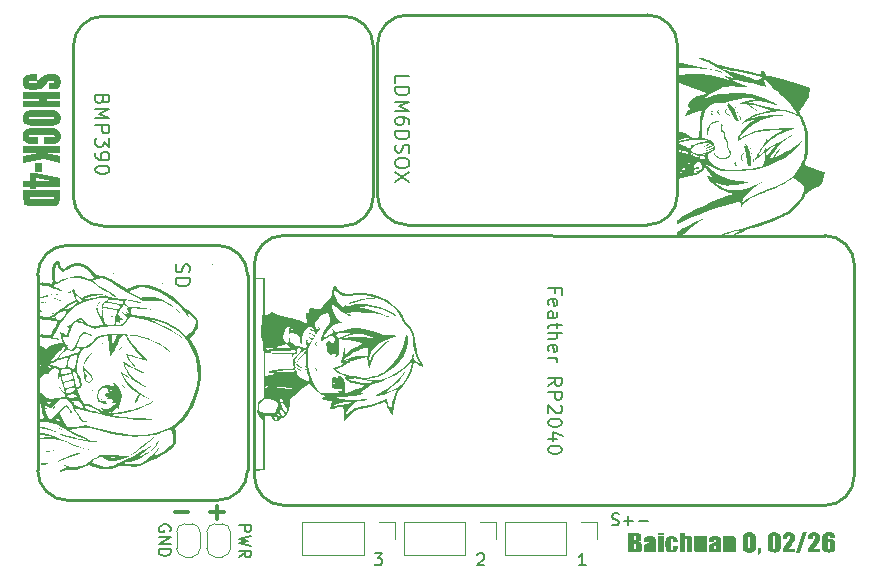
<source format=gbr>
%TF.GenerationSoftware,KiCad,Pcbnew,9.0.7*%
%TF.CreationDate,2026-02-04T13:14:24-08:00*%
%TF.ProjectId,BasicDatalogger,42617369-6344-4617-9461-6c6f67676572,rev?*%
%TF.SameCoordinates,Original*%
%TF.FileFunction,Legend,Top*%
%TF.FilePolarity,Positive*%
%FSLAX46Y46*%
G04 Gerber Fmt 4.6, Leading zero omitted, Abs format (unit mm)*
G04 Created by KiCad (PCBNEW 9.0.7) date 2026-02-04 13:14:24*
%MOMM*%
%LPD*%
G01*
G04 APERTURE LIST*
%ADD10C,0.150000*%
%ADD11C,0.200000*%
%ADD12C,0.300000*%
%ADD13C,0.120000*%
%ADD14C,0.000000*%
%ADD15C,0.250000*%
G04 APERTURE END LIST*
D10*
G36*
X127002335Y-73895329D02*
G01*
X127135370Y-73917701D01*
X127209307Y-73945778D01*
X127272924Y-73987895D01*
X127327614Y-74045562D01*
X127364740Y-74113416D01*
X127390727Y-74213292D01*
X127400795Y-74355873D01*
X127393502Y-74452161D01*
X127375033Y-74516426D01*
X127349101Y-74557556D01*
X127309529Y-74589122D01*
X127244722Y-74618738D01*
X127145335Y-74645209D01*
X127254164Y-74675834D01*
X127327909Y-74713833D01*
X127375259Y-74757957D01*
X127406305Y-74813347D01*
X127427569Y-74891490D01*
X127435673Y-74999392D01*
X127435673Y-75153814D01*
X127429669Y-75267049D01*
X127414118Y-75347951D01*
X127392076Y-75403949D01*
X127357035Y-75452757D01*
X127311294Y-75489376D01*
X127253291Y-75515141D01*
X127186084Y-75529268D01*
X127064143Y-75540386D01*
X126863094Y-75545000D01*
X126297575Y-75545000D01*
X126297575Y-75263632D01*
X126786488Y-75263632D01*
X126879129Y-75252930D01*
X126918318Y-75234689D01*
X126937535Y-75198368D01*
X126946760Y-75107286D01*
X126946760Y-74951031D01*
X126938153Y-74854613D01*
X126921224Y-74820606D01*
X126884228Y-74804735D01*
X126786488Y-74794685D01*
X126786488Y-75263632D01*
X126297575Y-75263632D01*
X126297575Y-74536765D01*
X126786488Y-74536765D01*
X126835275Y-74535758D01*
X126881729Y-74531414D01*
X126910409Y-74520506D01*
X126927037Y-74504525D01*
X126939935Y-74458995D01*
X126946760Y-74325464D01*
X126941769Y-74253476D01*
X126930463Y-74216196D01*
X126910814Y-74189784D01*
X126888111Y-74176721D01*
X126855805Y-74170895D01*
X126786488Y-74167470D01*
X126786488Y-74536765D01*
X126297575Y-74536765D01*
X126297575Y-73886102D01*
X126785346Y-73886102D01*
X127002335Y-73895329D01*
G37*
G36*
X128263332Y-74171389D02*
G01*
X128379828Y-74197356D01*
X128464778Y-74235888D01*
X128536601Y-74291044D01*
X128583874Y-74351339D01*
X128609999Y-74418155D01*
X128626539Y-74554419D01*
X128634392Y-74863012D01*
X128634392Y-75545000D01*
X128177970Y-75545000D01*
X128177970Y-75422267D01*
X128127633Y-75487310D01*
X128067004Y-75531902D01*
X127994281Y-75558921D01*
X127905071Y-75568447D01*
X127825078Y-75561658D01*
X127750259Y-75541526D01*
X127679195Y-75507630D01*
X127638726Y-75473573D01*
X127606837Y-75422019D01*
X127584869Y-75347158D01*
X127576430Y-75241284D01*
X127576430Y-75161599D01*
X128016556Y-75161599D01*
X128021683Y-75257593D01*
X128032230Y-75297520D01*
X128054732Y-75320022D01*
X128094408Y-75328112D01*
X128132328Y-75321455D01*
X128151811Y-75304115D01*
X128160645Y-75270560D01*
X128165202Y-75177994D01*
X128165202Y-74899099D01*
X128092331Y-74951604D01*
X128052312Y-74991018D01*
X128034514Y-75020641D01*
X128021755Y-75075078D01*
X128016556Y-75161599D01*
X127576430Y-75161599D01*
X127576430Y-75129817D01*
X127584270Y-75028280D01*
X127603869Y-74962616D01*
X127631031Y-74922272D01*
X127673295Y-74890482D01*
X127756816Y-74848411D01*
X127901542Y-74793403D01*
X128105353Y-74714612D01*
X128148905Y-74685967D01*
X128160000Y-74651033D01*
X128165202Y-74573218D01*
X128159344Y-74475833D01*
X128147140Y-74434275D01*
X128123318Y-74410082D01*
X128087349Y-74401943D01*
X128047236Y-74409488D01*
X128028182Y-74429146D01*
X128020513Y-74466788D01*
X128016556Y-74570104D01*
X128016556Y-74712620D01*
X127576430Y-74712620D01*
X127576430Y-74621487D01*
X127581922Y-74515947D01*
X127596469Y-74436619D01*
X127617640Y-74378221D01*
X127652021Y-74326107D01*
X127705744Y-74275908D01*
X127783102Y-74227187D01*
X127869094Y-74192280D01*
X127975227Y-74169755D01*
X128106034Y-74161608D01*
X128263332Y-74171389D01*
G37*
G36*
X129279633Y-73886102D02*
G01*
X129279633Y-74102990D01*
X128796533Y-74102990D01*
X128796533Y-73886102D01*
X129279633Y-73886102D01*
G37*
G36*
X129279633Y-74185055D02*
G01*
X129279633Y-75545000D01*
X128796533Y-75545000D01*
X128796533Y-74185055D01*
X129279633Y-74185055D01*
G37*
G36*
X130484581Y-74700896D02*
G01*
X130042172Y-74700896D01*
X130042172Y-74543176D01*
X130037411Y-74467433D01*
X130027016Y-74431344D01*
X130005976Y-74409518D01*
X129971274Y-74401943D01*
X129936453Y-74408776D01*
X129916673Y-74427588D01*
X129907323Y-74461033D01*
X129902764Y-74542169D01*
X129902764Y-75182757D01*
X129908816Y-75250542D01*
X129923628Y-75291842D01*
X129950055Y-75319367D01*
X129985184Y-75328112D01*
X130025241Y-75318493D01*
X130049645Y-75289918D01*
X130061174Y-75243216D01*
X130066461Y-75145388D01*
X130066461Y-74982264D01*
X130484581Y-74982264D01*
X130480083Y-75135437D01*
X130471190Y-75227545D01*
X130446794Y-75307942D01*
X130393442Y-75395248D01*
X130345065Y-75447942D01*
X130288232Y-75490878D01*
X130222062Y-75524758D01*
X130149930Y-75548096D01*
X130063718Y-75563081D01*
X129960790Y-75568447D01*
X129829530Y-75560827D01*
X129726446Y-75540103D01*
X129646058Y-75508638D01*
X129575735Y-75462975D01*
X129521462Y-75407458D01*
X129481738Y-75340843D01*
X129457027Y-75267318D01*
X129440005Y-75167353D01*
X129433573Y-75034379D01*
X129433573Y-74648598D01*
X129438951Y-74532485D01*
X129452993Y-74447778D01*
X129473019Y-74387746D01*
X129506797Y-74334170D01*
X129561301Y-74281992D01*
X129641387Y-74230668D01*
X129730460Y-74193269D01*
X129833982Y-74169858D01*
X129954977Y-74161608D01*
X130075217Y-74169802D01*
X130178794Y-74193122D01*
X130268566Y-74230484D01*
X130347980Y-74282259D01*
X130404557Y-74339853D01*
X130441606Y-74404050D01*
X130463627Y-74475227D01*
X130478833Y-74572082D01*
X130484581Y-74700896D01*
G37*
G36*
X131092556Y-73886102D02*
G01*
X131092556Y-74261259D01*
X131156137Y-74217261D01*
X131223244Y-74186521D01*
X131295468Y-74167922D01*
X131373655Y-74161608D01*
X131453690Y-74168098D01*
X131522846Y-74186695D01*
X131583234Y-74216929D01*
X131635404Y-74257516D01*
X131669673Y-74299755D01*
X131688906Y-74344424D01*
X131702122Y-74431433D01*
X131708109Y-74608023D01*
X131708109Y-75545000D01*
X131238919Y-75545000D01*
X131238919Y-74588331D01*
X131234509Y-74479976D01*
X131225528Y-74435740D01*
X131204532Y-74410734D01*
X131165737Y-74401943D01*
X131129647Y-74410686D01*
X131107608Y-74436748D01*
X131097353Y-74480091D01*
X131092556Y-74575050D01*
X131092556Y-75545000D01*
X130623469Y-75545000D01*
X130623469Y-73886102D01*
X131092556Y-73886102D01*
G37*
G36*
X132943264Y-74185055D02*
G01*
X132943264Y-75545000D01*
X132465976Y-75545000D01*
X132474073Y-75430419D01*
X132418697Y-75491646D01*
X132353869Y-75534009D01*
X132278431Y-75559551D01*
X132189549Y-75568447D01*
X132089587Y-75559625D01*
X132014121Y-75535657D01*
X131952814Y-75496837D01*
X131911356Y-75448646D01*
X131884450Y-75392940D01*
X131870146Y-75335531D01*
X131862049Y-75101516D01*
X131862049Y-74185055D01*
X132331240Y-74185055D01*
X132331240Y-75109942D01*
X132335150Y-75253355D01*
X132342243Y-75298436D01*
X132361367Y-75319983D01*
X132402034Y-75328112D01*
X132445417Y-75319573D01*
X132464212Y-75297429D01*
X132470557Y-75250526D01*
X132474073Y-75099684D01*
X132474073Y-74185055D01*
X132943264Y-74185055D01*
G37*
G36*
X133777359Y-74171389D02*
G01*
X133893854Y-74197356D01*
X133978804Y-74235888D01*
X134050628Y-74291044D01*
X134097900Y-74351339D01*
X134124025Y-74418155D01*
X134140566Y-74554419D01*
X134148419Y-74863012D01*
X134148419Y-75545000D01*
X133691996Y-75545000D01*
X133691996Y-75422267D01*
X133641659Y-75487310D01*
X133581031Y-75531902D01*
X133508307Y-75558921D01*
X133419098Y-75568447D01*
X133339104Y-75561658D01*
X133264285Y-75541526D01*
X133193222Y-75507630D01*
X133152752Y-75473573D01*
X133120864Y-75422019D01*
X133098896Y-75347158D01*
X133090457Y-75241284D01*
X133090457Y-75161599D01*
X133530582Y-75161599D01*
X133535710Y-75257593D01*
X133546256Y-75297520D01*
X133568759Y-75320022D01*
X133608435Y-75328112D01*
X133646354Y-75321455D01*
X133665838Y-75304115D01*
X133674671Y-75270560D01*
X133679228Y-75177994D01*
X133679228Y-74899099D01*
X133606357Y-74951604D01*
X133566339Y-74991018D01*
X133548540Y-75020641D01*
X133535781Y-75075078D01*
X133530582Y-75161599D01*
X133090457Y-75161599D01*
X133090457Y-75129817D01*
X133098297Y-75028280D01*
X133117896Y-74962616D01*
X133145057Y-74922272D01*
X133187321Y-74890482D01*
X133270843Y-74848411D01*
X133415568Y-74793403D01*
X133619379Y-74714612D01*
X133662931Y-74685967D01*
X133674026Y-74651033D01*
X133679228Y-74573218D01*
X133673370Y-74475833D01*
X133661167Y-74434275D01*
X133637344Y-74410082D01*
X133601376Y-74401943D01*
X133561262Y-74409488D01*
X133542208Y-74429146D01*
X133534539Y-74466788D01*
X133530582Y-74570104D01*
X133530582Y-74712620D01*
X133090457Y-74712620D01*
X133090457Y-74621487D01*
X133095949Y-74515947D01*
X133110495Y-74436619D01*
X133131666Y-74378221D01*
X133166047Y-74326107D01*
X133219771Y-74275908D01*
X133297129Y-74227187D01*
X133383121Y-74192280D01*
X133489254Y-74169755D01*
X133620061Y-74161608D01*
X133777359Y-74171389D01*
G37*
G36*
X134787847Y-74185055D02*
G01*
X134779646Y-74309619D01*
X134837519Y-74243851D01*
X134904418Y-74198611D01*
X134982530Y-74171155D01*
X135074655Y-74161608D01*
X135153336Y-74167687D01*
X135218213Y-74184732D01*
X135271985Y-74211800D01*
X135317660Y-74248781D01*
X135350144Y-74290646D01*
X135370702Y-74338287D01*
X135386092Y-74427217D01*
X135392812Y-74592727D01*
X135392812Y-75545000D01*
X134923725Y-75545000D01*
X134923725Y-74603718D01*
X134920099Y-74476589D01*
X134913241Y-74432718D01*
X134894688Y-74410263D01*
X134855215Y-74401943D01*
X134813702Y-74411239D01*
X134792414Y-74437297D01*
X134784021Y-74486941D01*
X134779646Y-74626250D01*
X134779646Y-75545000D01*
X134310560Y-75545000D01*
X134310560Y-74185055D01*
X134787847Y-74185055D01*
G37*
G36*
X136638253Y-73856032D02*
G01*
X136728205Y-73870763D01*
X136809726Y-73894528D01*
X136885455Y-73928842D01*
X136949476Y-73972263D01*
X137003111Y-74025229D01*
X137045686Y-74085653D01*
X137074469Y-74148571D01*
X137090202Y-74214822D01*
X137099830Y-74336555D01*
X137104112Y-74573585D01*
X137104112Y-74857517D01*
X137100023Y-75089337D01*
X137090721Y-75211700D01*
X137075527Y-75279083D01*
X137047832Y-75342173D01*
X137007159Y-75401843D01*
X136955462Y-75454272D01*
X136892653Y-75498248D01*
X136817303Y-75534100D01*
X136735991Y-75559040D01*
X136643681Y-75574687D01*
X136538592Y-75580170D01*
X136438926Y-75575079D01*
X136348974Y-75560379D01*
X136267458Y-75536665D01*
X136191718Y-75502304D01*
X136127697Y-75458882D01*
X136074072Y-75405964D01*
X136031493Y-75345482D01*
X136002711Y-75282533D01*
X135986981Y-75216279D01*
X135977353Y-75094547D01*
X135973072Y-74857517D01*
X135973072Y-74573585D01*
X135977128Y-74341765D01*
X135979332Y-74312550D01*
X136461881Y-74312550D01*
X136461881Y-75086769D01*
X136466419Y-75217810D01*
X136475168Y-75265006D01*
X136496579Y-75289893D01*
X136537346Y-75298803D01*
X136567416Y-75294203D01*
X136587883Y-75281529D01*
X136601185Y-75259877D01*
X136610522Y-75207817D01*
X136615198Y-75074496D01*
X136615198Y-74312550D01*
X136610396Y-74207050D01*
X136600666Y-74164539D01*
X136579053Y-74140688D01*
X136540875Y-74132299D01*
X136506806Y-74138939D01*
X136482226Y-74158402D01*
X136468930Y-74197132D01*
X136461881Y-74312550D01*
X135979332Y-74312550D01*
X135986359Y-74219402D01*
X136001610Y-74152018D01*
X136029341Y-74088927D01*
X136070024Y-74029259D01*
X136121725Y-73976837D01*
X136184533Y-73932892D01*
X136259880Y-73897093D01*
X136341198Y-73872102D01*
X136433507Y-73856425D01*
X136538592Y-73850931D01*
X136638253Y-73856032D01*
G37*
G36*
X137546417Y-75222599D02*
G01*
X137546417Y-75370244D01*
X137537770Y-75480616D01*
X137515068Y-75560570D01*
X137472774Y-75628652D01*
X137406490Y-75686782D01*
X137324438Y-75729955D01*
X137231686Y-75756025D01*
X137231686Y-75638789D01*
X137272709Y-75611646D01*
X137298206Y-75580720D01*
X137310680Y-75545000D01*
X137231686Y-75545000D01*
X137231686Y-75222599D01*
X137546417Y-75222599D01*
G37*
G36*
X138737088Y-73862351D02*
G01*
X138828725Y-73878400D01*
X138911637Y-73904329D01*
X138989781Y-73940295D01*
X139049533Y-73979003D01*
X139093915Y-74020283D01*
X139144531Y-74092928D01*
X139175816Y-74174522D01*
X139190862Y-74273116D01*
X139197303Y-74448380D01*
X139197303Y-75000124D01*
X139190333Y-75175318D01*
X139174051Y-75273890D01*
X139139061Y-75355803D01*
X139077722Y-75434357D01*
X139025286Y-75479622D01*
X138966690Y-75515177D01*
X138901153Y-75541611D01*
X138793936Y-75565821D01*
X138670087Y-75574309D01*
X138509407Y-75564948D01*
X138390233Y-75540145D01*
X138319566Y-75512382D01*
X138260852Y-75476830D01*
X138212522Y-75433350D01*
X138155353Y-75357915D01*
X138118476Y-75280576D01*
X138098983Y-75188526D01*
X138090657Y-75025678D01*
X138090657Y-74448380D01*
X138096129Y-74311817D01*
X138559744Y-74311817D01*
X138559744Y-75114247D01*
X138565211Y-75243773D01*
X138575418Y-75286987D01*
X138598565Y-75308290D01*
X138643306Y-75316388D01*
X138687621Y-75307225D01*
X138711816Y-75281858D01*
X138722755Y-75236673D01*
X138728113Y-75126428D01*
X138728113Y-74311817D01*
X138723217Y-74192718D01*
X138713580Y-74147778D01*
X138690716Y-74123671D01*
X138645693Y-74114713D01*
X138601308Y-74123972D01*
X138576560Y-74149793D01*
X138565310Y-74196114D01*
X138559744Y-74311817D01*
X138096129Y-74311817D01*
X138096800Y-74295063D01*
X138112755Y-74184384D01*
X138135293Y-74107111D01*
X138174120Y-74037584D01*
X138232399Y-73977339D01*
X138313004Y-73925303D01*
X138404667Y-73888229D01*
X138511102Y-73864986D01*
X138635313Y-73856793D01*
X138737088Y-73862351D01*
G37*
G36*
X140377650Y-75263632D02*
G01*
X140377650Y-75545000D01*
X139345223Y-75545000D01*
X139345223Y-75310526D01*
X139755791Y-74708340D01*
X139890397Y-74493351D01*
X139943087Y-74385548D01*
X139969507Y-74306147D01*
X139976969Y-74248620D01*
X139969505Y-74186303D01*
X139950811Y-74147961D01*
X139918731Y-74123376D01*
X139871297Y-74114713D01*
X139824220Y-74124125D01*
X139791680Y-74151533D01*
X139773825Y-74197745D01*
X139765626Y-74297438D01*
X139765626Y-74454699D01*
X139345223Y-74454699D01*
X139345223Y-74394066D01*
X139349838Y-74261766D01*
X139361416Y-74173790D01*
X139388801Y-74095352D01*
X139441552Y-74015062D01*
X139488360Y-73967266D01*
X139543412Y-73928048D01*
X139607637Y-73896910D01*
X139677245Y-73875340D01*
X139758285Y-73861644D01*
X139852717Y-73856793D01*
X139993490Y-73865653D01*
X140107929Y-73890185D01*
X140200845Y-73928265D01*
X140276026Y-73979159D01*
X140338685Y-74044273D01*
X140383036Y-74116530D01*
X140410114Y-74197391D01*
X140419482Y-74288920D01*
X140411077Y-74382414D01*
X140384855Y-74482270D01*
X140338723Y-74589888D01*
X140273585Y-74699536D01*
X140129237Y-74908049D01*
X139863201Y-75263632D01*
X140377650Y-75263632D01*
G37*
G36*
X141403433Y-73856793D02*
G01*
X140846010Y-75574309D01*
X140490587Y-75574309D01*
X141051540Y-73856793D01*
X141403433Y-73856793D01*
G37*
G36*
X142511844Y-75263632D02*
G01*
X142511844Y-75545000D01*
X141479417Y-75545000D01*
X141479417Y-75310526D01*
X141889985Y-74708340D01*
X142024591Y-74493351D01*
X142077281Y-74385548D01*
X142103701Y-74306147D01*
X142111163Y-74248620D01*
X142103699Y-74186303D01*
X142085005Y-74147961D01*
X142052925Y-74123376D01*
X142005491Y-74114713D01*
X141958414Y-74124125D01*
X141925874Y-74151533D01*
X141908019Y-74197745D01*
X141899820Y-74297438D01*
X141899820Y-74454699D01*
X141479417Y-74454699D01*
X141479417Y-74394066D01*
X141484032Y-74261766D01*
X141495610Y-74173790D01*
X141522995Y-74095352D01*
X141575746Y-74015062D01*
X141622554Y-73967266D01*
X141677606Y-73928048D01*
X141741831Y-73896910D01*
X141811439Y-73875340D01*
X141892479Y-73861644D01*
X141986911Y-73856793D01*
X142127684Y-73865653D01*
X142242123Y-73890185D01*
X142335039Y-73928265D01*
X142410220Y-73979159D01*
X142472879Y-74044273D01*
X142517230Y-74116530D01*
X142544308Y-74197391D01*
X142553676Y-74288920D01*
X142545271Y-74382414D01*
X142519049Y-74482270D01*
X142472917Y-74589888D01*
X142407779Y-74699536D01*
X142263431Y-74908049D01*
X141997395Y-75263632D01*
X142511844Y-75263632D01*
G37*
G36*
X143391807Y-73857979D02*
G01*
X143498424Y-73877450D01*
X143585169Y-73907443D01*
X143662931Y-73951241D01*
X143722558Y-74004069D01*
X143766305Y-74066720D01*
X143795326Y-74136897D01*
X143814124Y-74222248D01*
X143820906Y-74325739D01*
X143351819Y-74325739D01*
X143348913Y-74180018D01*
X143340463Y-74152215D01*
X143320990Y-74129368D01*
X143292581Y-74114295D01*
X143253102Y-74108852D01*
X143219825Y-74113854D01*
X143193831Y-74128269D01*
X143175660Y-74150223D01*
X143167049Y-74178369D01*
X143163624Y-74302200D01*
X143163624Y-74566074D01*
X143208458Y-74506701D01*
X143269296Y-74464958D01*
X143344335Y-74440230D01*
X143441194Y-74431252D01*
X143524908Y-74438288D01*
X143600156Y-74458810D01*
X143668730Y-74492801D01*
X143728247Y-74538128D01*
X143769195Y-74587068D01*
X143794125Y-74640446D01*
X143813310Y-74734143D01*
X143820906Y-74873087D01*
X143820906Y-75005345D01*
X143816431Y-75168430D01*
X143805751Y-75264731D01*
X143778421Y-75345909D01*
X143725095Y-75422084D01*
X143677249Y-75465690D01*
X143617836Y-75503123D01*
X143545101Y-75534375D01*
X143467566Y-75555943D01*
X143379290Y-75569535D01*
X143278638Y-75574309D01*
X143152808Y-75568498D01*
X143050775Y-75552543D01*
X142968578Y-75528238D01*
X142892784Y-75492135D01*
X142831268Y-75448002D01*
X142782251Y-75395523D01*
X142744069Y-75335905D01*
X142718775Y-75275537D01*
X142705540Y-75213715D01*
X142698025Y-75096165D01*
X142694537Y-74843778D01*
X142694537Y-74841946D01*
X143163624Y-74841946D01*
X143163624Y-75140259D01*
X143170539Y-75239587D01*
X143185111Y-75282774D01*
X143213058Y-75307674D01*
X143256528Y-75316388D01*
X143285769Y-75310528D01*
X143319225Y-75290468D01*
X143334489Y-75269922D01*
X143346605Y-75227560D01*
X143351819Y-75150425D01*
X143351819Y-74841946D01*
X143344996Y-74761575D01*
X143329709Y-74721779D01*
X143301456Y-74697662D01*
X143257773Y-74689173D01*
X143214692Y-74697268D01*
X143186253Y-74720222D01*
X143170708Y-74759144D01*
X143163624Y-74841946D01*
X142694537Y-74841946D01*
X142694537Y-74614251D01*
X142697683Y-74342357D01*
X142704398Y-74218303D01*
X142717524Y-74153589D01*
X142744093Y-74090858D01*
X142785054Y-74029259D01*
X142837542Y-73975182D01*
X142901491Y-73930756D01*
X142978439Y-73895536D01*
X143061558Y-73871364D01*
X143155267Y-73856224D01*
X143261199Y-73850931D01*
X143391807Y-73857979D01*
G37*
D11*
X124922054Y-73219600D02*
X125064911Y-73267219D01*
X125064911Y-73267219D02*
X125303006Y-73267219D01*
X125303006Y-73267219D02*
X125398244Y-73219600D01*
X125398244Y-73219600D02*
X125445863Y-73171980D01*
X125445863Y-73171980D02*
X125493482Y-73076742D01*
X125493482Y-73076742D02*
X125493482Y-72981504D01*
X125493482Y-72981504D02*
X125445863Y-72886266D01*
X125445863Y-72886266D02*
X125398244Y-72838647D01*
X125398244Y-72838647D02*
X125303006Y-72791028D01*
X125303006Y-72791028D02*
X125112530Y-72743409D01*
X125112530Y-72743409D02*
X125017292Y-72695790D01*
X125017292Y-72695790D02*
X124969673Y-72648171D01*
X124969673Y-72648171D02*
X124922054Y-72552933D01*
X124922054Y-72552933D02*
X124922054Y-72457695D01*
X124922054Y-72457695D02*
X124969673Y-72362457D01*
X124969673Y-72362457D02*
X125017292Y-72314838D01*
X125017292Y-72314838D02*
X125112530Y-72267219D01*
X125112530Y-72267219D02*
X125350625Y-72267219D01*
X125350625Y-72267219D02*
X125493482Y-72314838D01*
X125922054Y-72886266D02*
X126683959Y-72886266D01*
X126303006Y-73267219D02*
X126303006Y-72505314D01*
X127160149Y-72886266D02*
X127922054Y-72886266D01*
D12*
X92045489Y-72170600D02*
X90902632Y-72170600D01*
X91474060Y-71599171D02*
X91474060Y-72742028D01*
X89045489Y-72170600D02*
X87902632Y-72170600D01*
G36*
X77231589Y-36341259D02*
G01*
X77231589Y-35799284D01*
X77468212Y-35799284D01*
X77613415Y-35792786D01*
X77670640Y-35779623D01*
X77701743Y-35754598D01*
X77713041Y-35714410D01*
X77698744Y-35670400D01*
X77656450Y-35638817D01*
X77591038Y-35620492D01*
X77482231Y-35613049D01*
X77341031Y-35621574D01*
X77254157Y-35642602D01*
X77180488Y-35687524D01*
X77066090Y-35803803D01*
X76832602Y-36058886D01*
X76660574Y-36209945D01*
X76535741Y-36288625D01*
X76432276Y-36328183D01*
X76293426Y-36359767D01*
X76110324Y-36381152D01*
X75872720Y-36389131D01*
X75650099Y-36381436D01*
X75491631Y-36361528D01*
X75382378Y-36333321D01*
X75287697Y-36287832D01*
X75199403Y-36217991D01*
X75117203Y-36117899D01*
X75059170Y-36009095D01*
X75022982Y-35886313D01*
X75010347Y-35747138D01*
X75025075Y-35594654D01*
X75066807Y-35463755D01*
X75133103Y-35350976D01*
X75227210Y-35249959D01*
X75331163Y-35179984D01*
X75446150Y-35135676D01*
X75575515Y-35109557D01*
X75751194Y-35091552D01*
X75984534Y-35084752D01*
X76192092Y-35084752D01*
X76192092Y-35626727D01*
X75812538Y-35626727D01*
X75657166Y-35633803D01*
X75593868Y-35648342D01*
X75559402Y-35676786D01*
X75546509Y-35725279D01*
X75562071Y-35773862D01*
X75607545Y-35807588D01*
X75677551Y-35827010D01*
X75791338Y-35834822D01*
X75973634Y-35826923D01*
X76083627Y-35807818D01*
X76144904Y-35782554D01*
X76237622Y-35706313D01*
X76425466Y-35514009D01*
X76614867Y-35318895D01*
X76715602Y-35229221D01*
X76819314Y-35167020D01*
X76965902Y-35112962D01*
X77138051Y-35079557D01*
X77373494Y-35066922D01*
X77612568Y-35075965D01*
X77781257Y-35099303D01*
X77896491Y-35132379D01*
X77996753Y-35183432D01*
X78083007Y-35252817D01*
X78155853Y-35343649D01*
X78206009Y-35443034D01*
X78237891Y-35559244D01*
X78249203Y-35695237D01*
X78236762Y-35843885D01*
X78201718Y-35970689D01*
X78146621Y-36078942D01*
X78067021Y-36178356D01*
X77980959Y-36246400D01*
X77888114Y-36289480D01*
X77779889Y-36315078D01*
X77610914Y-36333825D01*
X77359988Y-36341259D01*
X77231589Y-36341259D01*
G37*
G36*
X78183550Y-37892934D02*
G01*
X75076000Y-37892934D01*
X75076000Y-37309926D01*
X76378107Y-37309926D01*
X76378107Y-37145673D01*
X75076000Y-37145673D01*
X75076000Y-36562665D01*
X78183550Y-36562665D01*
X78183550Y-37145673D01*
X77078400Y-37145673D01*
X77078400Y-37309926D01*
X78183550Y-37309926D01*
X78183550Y-37892934D01*
G37*
G36*
X77327908Y-38104491D02*
G01*
X77557116Y-38115439D01*
X77683446Y-38133438D01*
X77801899Y-38166256D01*
X77914101Y-38214480D01*
X78012691Y-38275748D01*
X78095287Y-38350129D01*
X78162521Y-38439305D01*
X78209458Y-38535552D01*
X78238892Y-38644722D01*
X78249203Y-38768911D01*
X78239626Y-38886638D01*
X78211962Y-38992994D01*
X78167308Y-39089480D01*
X78102846Y-39179106D01*
X78021230Y-39254913D01*
X77921624Y-39318457D01*
X77807999Y-39368980D01*
X77689872Y-39403075D01*
X77565665Y-39421650D01*
X77337633Y-39433065D01*
X76894778Y-39438136D01*
X76364771Y-39438136D01*
X75931641Y-39433330D01*
X75702434Y-39422383D01*
X75576104Y-39404384D01*
X75457650Y-39371566D01*
X75345448Y-39323342D01*
X75246845Y-39262077D01*
X75164191Y-39187696D01*
X75096858Y-39098517D01*
X75050015Y-39002276D01*
X75020638Y-38893105D01*
X75010347Y-38768911D01*
X75010466Y-38767445D01*
X75546509Y-38767445D01*
X75564390Y-38813682D01*
X75616778Y-38839253D01*
X75711851Y-38849803D01*
X75959743Y-38855129D01*
X77382043Y-38855129D01*
X77577847Y-38849647D01*
X77655082Y-38838642D01*
X77698020Y-38814243D01*
X77713041Y-38771598D01*
X77701152Y-38733339D01*
X77666195Y-38705530D01*
X77595859Y-38690573D01*
X77382043Y-38682571D01*
X75936833Y-38682571D01*
X75693182Y-38687774D01*
X75607203Y-38697714D01*
X75562457Y-38721846D01*
X75546509Y-38767445D01*
X75010466Y-38767445D01*
X75019904Y-38651178D01*
X75047512Y-38544821D01*
X75092071Y-38448342D01*
X75156613Y-38358697D01*
X75238233Y-38282847D01*
X75337755Y-38219242D01*
X75451474Y-38168775D01*
X75569663Y-38134678D01*
X75693885Y-38116050D01*
X75921916Y-38104719D01*
X76364771Y-38099685D01*
X76894778Y-38099685D01*
X77327908Y-38104491D01*
G37*
G36*
X76826732Y-40996772D02*
G01*
X76826732Y-40413764D01*
X77368536Y-40413764D01*
X77579650Y-40407713D01*
X77657133Y-40395935D01*
X77697745Y-40369349D01*
X77713041Y-40317899D01*
X77704386Y-40275592D01*
X77681452Y-40248015D01*
X77644482Y-40230949D01*
X77555664Y-40218549D01*
X77341865Y-40212508D01*
X75904349Y-40212508D01*
X75699189Y-40218529D01*
X75613016Y-40230949D01*
X75564271Y-40259581D01*
X75546509Y-40313869D01*
X75564161Y-40365832D01*
X75613700Y-40394591D01*
X75704139Y-40407361D01*
X75936833Y-40413764D01*
X76334339Y-40413764D01*
X76334339Y-40996772D01*
X76207650Y-40996772D01*
X75880293Y-40989724D01*
X75660051Y-40971966D01*
X75519838Y-40947923D01*
X75394935Y-40904687D01*
X75276620Y-40834555D01*
X75163365Y-40732135D01*
X75080477Y-40616142D01*
X75028640Y-40480449D01*
X75010347Y-40320708D01*
X75026253Y-40153485D01*
X75070505Y-40015603D01*
X75139429Y-39901953D01*
X75238828Y-39802484D01*
X75357019Y-39730729D01*
X75496586Y-39683234D01*
X75651956Y-39656159D01*
X75874077Y-39636995D01*
X76181150Y-39629623D01*
X77086094Y-39629623D01*
X77400317Y-39634425D01*
X77589600Y-39645987D01*
X77698270Y-39663755D01*
X77805945Y-39696100D01*
X77913930Y-39744417D01*
X78008908Y-39804691D01*
X78090720Y-39879633D01*
X78159614Y-39971318D01*
X78208306Y-40069891D01*
X78238638Y-40180264D01*
X78249203Y-40304344D01*
X78232254Y-40472140D01*
X78184958Y-40610947D01*
X78110888Y-40725907D01*
X78006813Y-40827596D01*
X77892479Y-40898885D01*
X77766383Y-40944504D01*
X77625352Y-40970721D01*
X77418329Y-40989486D01*
X77125930Y-40996772D01*
X76826732Y-40996772D01*
G37*
G36*
X78183550Y-42575069D02*
G01*
X76779886Y-42244609D01*
X75076000Y-42606332D01*
X75076000Y-42003785D01*
X76408882Y-41774563D01*
X75076000Y-41778471D01*
X75076000Y-41195464D01*
X78183550Y-41195464D01*
X78183550Y-41778471D01*
X76974963Y-41774563D01*
X78183550Y-42027110D01*
X78183550Y-42575069D01*
G37*
G36*
X76618833Y-43365683D02*
G01*
X76082671Y-43365683D01*
X76082671Y-42632466D01*
X76618833Y-42632466D01*
X76618833Y-43365683D01*
G37*
G36*
X78183550Y-43900209D02*
G01*
X78183550Y-44637822D01*
X76159265Y-44637822D01*
X76159265Y-44794993D01*
X75623103Y-44794993D01*
X75623103Y-44637822D01*
X75076000Y-44637822D01*
X75076000Y-44078018D01*
X75623103Y-44078018D01*
X76159265Y-44078018D01*
X77471631Y-44081926D01*
X76159265Y-43843789D01*
X76159265Y-44078018D01*
X75623103Y-44078018D01*
X75623103Y-43422226D01*
X76154649Y-43422226D01*
X78183550Y-43900209D01*
G37*
G36*
X78183550Y-45351988D02*
G01*
X78166547Y-45735737D01*
X78129695Y-45916922D01*
X78083527Y-46011591D01*
X78024083Y-46085357D01*
X77952228Y-46141870D01*
X77820579Y-46205045D01*
X77677479Y-46238346D01*
X77490452Y-46251513D01*
X77085923Y-46257641D01*
X76001460Y-46257641D01*
X75617944Y-46248619D01*
X75442046Y-46229309D01*
X75313609Y-46189608D01*
X75219785Y-46130512D01*
X75152625Y-46053493D01*
X75107629Y-45956856D01*
X75085306Y-45840848D01*
X75076000Y-45647156D01*
X75076000Y-45500732D01*
X75612161Y-45500732D01*
X75622165Y-45578023D01*
X75646423Y-45622883D01*
X75680207Y-45646667D01*
X75778089Y-45665029D01*
X76058222Y-45674633D01*
X77266638Y-45674633D01*
X77458615Y-45671517D01*
X77535403Y-45665230D01*
X77586315Y-45649723D01*
X77620375Y-45622976D01*
X77639033Y-45582613D01*
X77647388Y-45500732D01*
X75612161Y-45500732D01*
X75076000Y-45500732D01*
X75076000Y-44917725D01*
X78183550Y-44917725D01*
X78183550Y-45351988D01*
G37*
D11*
X88014400Y-51160149D02*
X87957257Y-51331578D01*
X87957257Y-51331578D02*
X87957257Y-51617292D01*
X87957257Y-51617292D02*
X88014400Y-51731578D01*
X88014400Y-51731578D02*
X88071542Y-51788720D01*
X88071542Y-51788720D02*
X88185828Y-51845863D01*
X88185828Y-51845863D02*
X88300114Y-51845863D01*
X88300114Y-51845863D02*
X88414400Y-51788720D01*
X88414400Y-51788720D02*
X88471542Y-51731578D01*
X88471542Y-51731578D02*
X88528685Y-51617292D01*
X88528685Y-51617292D02*
X88585828Y-51388720D01*
X88585828Y-51388720D02*
X88642971Y-51274435D01*
X88642971Y-51274435D02*
X88700114Y-51217292D01*
X88700114Y-51217292D02*
X88814400Y-51160149D01*
X88814400Y-51160149D02*
X88928685Y-51160149D01*
X88928685Y-51160149D02*
X89042971Y-51217292D01*
X89042971Y-51217292D02*
X89100114Y-51274435D01*
X89100114Y-51274435D02*
X89157257Y-51388720D01*
X89157257Y-51388720D02*
X89157257Y-51674435D01*
X89157257Y-51674435D02*
X89100114Y-51845863D01*
X87957257Y-52360149D02*
X89157257Y-52360149D01*
X89157257Y-52360149D02*
X89157257Y-52645863D01*
X89157257Y-52645863D02*
X89100114Y-52817292D01*
X89100114Y-52817292D02*
X88985828Y-52931577D01*
X88985828Y-52931577D02*
X88871542Y-52988720D01*
X88871542Y-52988720D02*
X88642971Y-53045863D01*
X88642971Y-53045863D02*
X88471542Y-53045863D01*
X88471542Y-53045863D02*
X88242971Y-52988720D01*
X88242971Y-52988720D02*
X88128685Y-52931577D01*
X88128685Y-52931577D02*
X88014400Y-52817292D01*
X88014400Y-52817292D02*
X87957257Y-52645863D01*
X87957257Y-52645863D02*
X87957257Y-52360149D01*
X81785828Y-37217292D02*
X81728685Y-37388720D01*
X81728685Y-37388720D02*
X81671542Y-37445863D01*
X81671542Y-37445863D02*
X81557257Y-37503006D01*
X81557257Y-37503006D02*
X81385828Y-37503006D01*
X81385828Y-37503006D02*
X81271542Y-37445863D01*
X81271542Y-37445863D02*
X81214400Y-37388720D01*
X81214400Y-37388720D02*
X81157257Y-37274435D01*
X81157257Y-37274435D02*
X81157257Y-36817292D01*
X81157257Y-36817292D02*
X82357257Y-36817292D01*
X82357257Y-36817292D02*
X82357257Y-37217292D01*
X82357257Y-37217292D02*
X82300114Y-37331578D01*
X82300114Y-37331578D02*
X82242971Y-37388720D01*
X82242971Y-37388720D02*
X82128685Y-37445863D01*
X82128685Y-37445863D02*
X82014400Y-37445863D01*
X82014400Y-37445863D02*
X81900114Y-37388720D01*
X81900114Y-37388720D02*
X81842971Y-37331578D01*
X81842971Y-37331578D02*
X81785828Y-37217292D01*
X81785828Y-37217292D02*
X81785828Y-36817292D01*
X81157257Y-38017292D02*
X82357257Y-38017292D01*
X82357257Y-38017292D02*
X81500114Y-38417292D01*
X81500114Y-38417292D02*
X82357257Y-38817292D01*
X82357257Y-38817292D02*
X81157257Y-38817292D01*
X81157257Y-39388721D02*
X82357257Y-39388721D01*
X82357257Y-39388721D02*
X82357257Y-39845864D01*
X82357257Y-39845864D02*
X82300114Y-39960149D01*
X82300114Y-39960149D02*
X82242971Y-40017292D01*
X82242971Y-40017292D02*
X82128685Y-40074435D01*
X82128685Y-40074435D02*
X81957257Y-40074435D01*
X81957257Y-40074435D02*
X81842971Y-40017292D01*
X81842971Y-40017292D02*
X81785828Y-39960149D01*
X81785828Y-39960149D02*
X81728685Y-39845864D01*
X81728685Y-39845864D02*
X81728685Y-39388721D01*
X82357257Y-40474435D02*
X82357257Y-41217292D01*
X82357257Y-41217292D02*
X81900114Y-40817292D01*
X81900114Y-40817292D02*
X81900114Y-40988721D01*
X81900114Y-40988721D02*
X81842971Y-41103007D01*
X81842971Y-41103007D02*
X81785828Y-41160149D01*
X81785828Y-41160149D02*
X81671542Y-41217292D01*
X81671542Y-41217292D02*
X81385828Y-41217292D01*
X81385828Y-41217292D02*
X81271542Y-41160149D01*
X81271542Y-41160149D02*
X81214400Y-41103007D01*
X81214400Y-41103007D02*
X81157257Y-40988721D01*
X81157257Y-40988721D02*
X81157257Y-40645864D01*
X81157257Y-40645864D02*
X81214400Y-40531578D01*
X81214400Y-40531578D02*
X81271542Y-40474435D01*
X81157257Y-41788721D02*
X81157257Y-42017292D01*
X81157257Y-42017292D02*
X81214400Y-42131578D01*
X81214400Y-42131578D02*
X81271542Y-42188721D01*
X81271542Y-42188721D02*
X81442971Y-42303006D01*
X81442971Y-42303006D02*
X81671542Y-42360149D01*
X81671542Y-42360149D02*
X82128685Y-42360149D01*
X82128685Y-42360149D02*
X82242971Y-42303006D01*
X82242971Y-42303006D02*
X82300114Y-42245864D01*
X82300114Y-42245864D02*
X82357257Y-42131578D01*
X82357257Y-42131578D02*
X82357257Y-41903006D01*
X82357257Y-41903006D02*
X82300114Y-41788721D01*
X82300114Y-41788721D02*
X82242971Y-41731578D01*
X82242971Y-41731578D02*
X82128685Y-41674435D01*
X82128685Y-41674435D02*
X81842971Y-41674435D01*
X81842971Y-41674435D02*
X81728685Y-41731578D01*
X81728685Y-41731578D02*
X81671542Y-41788721D01*
X81671542Y-41788721D02*
X81614400Y-41903006D01*
X81614400Y-41903006D02*
X81614400Y-42131578D01*
X81614400Y-42131578D02*
X81671542Y-42245864D01*
X81671542Y-42245864D02*
X81728685Y-42303006D01*
X81728685Y-42303006D02*
X81842971Y-42360149D01*
X82357257Y-43103006D02*
X82357257Y-43217292D01*
X82357257Y-43217292D02*
X82300114Y-43331578D01*
X82300114Y-43331578D02*
X82242971Y-43388721D01*
X82242971Y-43388721D02*
X82128685Y-43445863D01*
X82128685Y-43445863D02*
X81900114Y-43503006D01*
X81900114Y-43503006D02*
X81614400Y-43503006D01*
X81614400Y-43503006D02*
X81385828Y-43445863D01*
X81385828Y-43445863D02*
X81271542Y-43388721D01*
X81271542Y-43388721D02*
X81214400Y-43331578D01*
X81214400Y-43331578D02*
X81157257Y-43217292D01*
X81157257Y-43217292D02*
X81157257Y-43103006D01*
X81157257Y-43103006D02*
X81214400Y-42988721D01*
X81214400Y-42988721D02*
X81271542Y-42931578D01*
X81271542Y-42931578D02*
X81385828Y-42874435D01*
X81385828Y-42874435D02*
X81614400Y-42817292D01*
X81614400Y-42817292D02*
X81900114Y-42817292D01*
X81900114Y-42817292D02*
X82128685Y-42874435D01*
X82128685Y-42874435D02*
X82242971Y-42931578D01*
X82242971Y-42931578D02*
X82300114Y-42988721D01*
X82300114Y-42988721D02*
X82357257Y-43103006D01*
X106557257Y-35788720D02*
X106557257Y-35217292D01*
X106557257Y-35217292D02*
X107757257Y-35217292D01*
X106557257Y-36188721D02*
X107757257Y-36188721D01*
X107757257Y-36188721D02*
X107757257Y-36474435D01*
X107757257Y-36474435D02*
X107700114Y-36645864D01*
X107700114Y-36645864D02*
X107585828Y-36760149D01*
X107585828Y-36760149D02*
X107471542Y-36817292D01*
X107471542Y-36817292D02*
X107242971Y-36874435D01*
X107242971Y-36874435D02*
X107071542Y-36874435D01*
X107071542Y-36874435D02*
X106842971Y-36817292D01*
X106842971Y-36817292D02*
X106728685Y-36760149D01*
X106728685Y-36760149D02*
X106614400Y-36645864D01*
X106614400Y-36645864D02*
X106557257Y-36474435D01*
X106557257Y-36474435D02*
X106557257Y-36188721D01*
X106557257Y-37388721D02*
X107757257Y-37388721D01*
X107757257Y-37388721D02*
X106900114Y-37788721D01*
X106900114Y-37788721D02*
X107757257Y-38188721D01*
X107757257Y-38188721D02*
X106557257Y-38188721D01*
X107757257Y-39274436D02*
X107757257Y-39045864D01*
X107757257Y-39045864D02*
X107700114Y-38931578D01*
X107700114Y-38931578D02*
X107642971Y-38874436D01*
X107642971Y-38874436D02*
X107471542Y-38760150D01*
X107471542Y-38760150D02*
X107242971Y-38703007D01*
X107242971Y-38703007D02*
X106785828Y-38703007D01*
X106785828Y-38703007D02*
X106671542Y-38760150D01*
X106671542Y-38760150D02*
X106614400Y-38817293D01*
X106614400Y-38817293D02*
X106557257Y-38931578D01*
X106557257Y-38931578D02*
X106557257Y-39160150D01*
X106557257Y-39160150D02*
X106614400Y-39274436D01*
X106614400Y-39274436D02*
X106671542Y-39331578D01*
X106671542Y-39331578D02*
X106785828Y-39388721D01*
X106785828Y-39388721D02*
X107071542Y-39388721D01*
X107071542Y-39388721D02*
X107185828Y-39331578D01*
X107185828Y-39331578D02*
X107242971Y-39274436D01*
X107242971Y-39274436D02*
X107300114Y-39160150D01*
X107300114Y-39160150D02*
X107300114Y-38931578D01*
X107300114Y-38931578D02*
X107242971Y-38817293D01*
X107242971Y-38817293D02*
X107185828Y-38760150D01*
X107185828Y-38760150D02*
X107071542Y-38703007D01*
X106557257Y-39903007D02*
X107757257Y-39903007D01*
X107757257Y-39903007D02*
X107757257Y-40188721D01*
X107757257Y-40188721D02*
X107700114Y-40360150D01*
X107700114Y-40360150D02*
X107585828Y-40474435D01*
X107585828Y-40474435D02*
X107471542Y-40531578D01*
X107471542Y-40531578D02*
X107242971Y-40588721D01*
X107242971Y-40588721D02*
X107071542Y-40588721D01*
X107071542Y-40588721D02*
X106842971Y-40531578D01*
X106842971Y-40531578D02*
X106728685Y-40474435D01*
X106728685Y-40474435D02*
X106614400Y-40360150D01*
X106614400Y-40360150D02*
X106557257Y-40188721D01*
X106557257Y-40188721D02*
X106557257Y-39903007D01*
X106614400Y-41045864D02*
X106557257Y-41217293D01*
X106557257Y-41217293D02*
X106557257Y-41503007D01*
X106557257Y-41503007D02*
X106614400Y-41617293D01*
X106614400Y-41617293D02*
X106671542Y-41674435D01*
X106671542Y-41674435D02*
X106785828Y-41731578D01*
X106785828Y-41731578D02*
X106900114Y-41731578D01*
X106900114Y-41731578D02*
X107014400Y-41674435D01*
X107014400Y-41674435D02*
X107071542Y-41617293D01*
X107071542Y-41617293D02*
X107128685Y-41503007D01*
X107128685Y-41503007D02*
X107185828Y-41274435D01*
X107185828Y-41274435D02*
X107242971Y-41160150D01*
X107242971Y-41160150D02*
X107300114Y-41103007D01*
X107300114Y-41103007D02*
X107414400Y-41045864D01*
X107414400Y-41045864D02*
X107528685Y-41045864D01*
X107528685Y-41045864D02*
X107642971Y-41103007D01*
X107642971Y-41103007D02*
X107700114Y-41160150D01*
X107700114Y-41160150D02*
X107757257Y-41274435D01*
X107757257Y-41274435D02*
X107757257Y-41560150D01*
X107757257Y-41560150D02*
X107700114Y-41731578D01*
X107757257Y-42474435D02*
X107757257Y-42703007D01*
X107757257Y-42703007D02*
X107700114Y-42817292D01*
X107700114Y-42817292D02*
X107585828Y-42931578D01*
X107585828Y-42931578D02*
X107357257Y-42988721D01*
X107357257Y-42988721D02*
X106957257Y-42988721D01*
X106957257Y-42988721D02*
X106728685Y-42931578D01*
X106728685Y-42931578D02*
X106614400Y-42817292D01*
X106614400Y-42817292D02*
X106557257Y-42703007D01*
X106557257Y-42703007D02*
X106557257Y-42474435D01*
X106557257Y-42474435D02*
X106614400Y-42360150D01*
X106614400Y-42360150D02*
X106728685Y-42245864D01*
X106728685Y-42245864D02*
X106957257Y-42188721D01*
X106957257Y-42188721D02*
X107357257Y-42188721D01*
X107357257Y-42188721D02*
X107585828Y-42245864D01*
X107585828Y-42245864D02*
X107700114Y-42360150D01*
X107700114Y-42360150D02*
X107757257Y-42474435D01*
X107757257Y-43388721D02*
X106557257Y-44188721D01*
X107757257Y-44188721D02*
X106557257Y-43388721D01*
D10*
X104806667Y-75654819D02*
X105425714Y-75654819D01*
X105425714Y-75654819D02*
X105092381Y-76035771D01*
X105092381Y-76035771D02*
X105235238Y-76035771D01*
X105235238Y-76035771D02*
X105330476Y-76083390D01*
X105330476Y-76083390D02*
X105378095Y-76131009D01*
X105378095Y-76131009D02*
X105425714Y-76226247D01*
X105425714Y-76226247D02*
X105425714Y-76464342D01*
X105425714Y-76464342D02*
X105378095Y-76559580D01*
X105378095Y-76559580D02*
X105330476Y-76607200D01*
X105330476Y-76607200D02*
X105235238Y-76654819D01*
X105235238Y-76654819D02*
X104949524Y-76654819D01*
X104949524Y-76654819D02*
X104854286Y-76607200D01*
X104854286Y-76607200D02*
X104806667Y-76559580D01*
X113514286Y-75750057D02*
X113561905Y-75702438D01*
X113561905Y-75702438D02*
X113657143Y-75654819D01*
X113657143Y-75654819D02*
X113895238Y-75654819D01*
X113895238Y-75654819D02*
X113990476Y-75702438D01*
X113990476Y-75702438D02*
X114038095Y-75750057D01*
X114038095Y-75750057D02*
X114085714Y-75845295D01*
X114085714Y-75845295D02*
X114085714Y-75940533D01*
X114085714Y-75940533D02*
X114038095Y-76083390D01*
X114038095Y-76083390D02*
X113466667Y-76654819D01*
X113466667Y-76654819D02*
X114085714Y-76654819D01*
X122685714Y-76654819D02*
X122114286Y-76654819D01*
X122400000Y-76654819D02*
X122400000Y-75654819D01*
X122400000Y-75654819D02*
X122304762Y-75797676D01*
X122304762Y-75797676D02*
X122209524Y-75892914D01*
X122209524Y-75892914D02*
X122114286Y-75940533D01*
X93345180Y-73266667D02*
X94345180Y-73266667D01*
X94345180Y-73266667D02*
X94345180Y-73647619D01*
X94345180Y-73647619D02*
X94297561Y-73742857D01*
X94297561Y-73742857D02*
X94249942Y-73790476D01*
X94249942Y-73790476D02*
X94154704Y-73838095D01*
X94154704Y-73838095D02*
X94011847Y-73838095D01*
X94011847Y-73838095D02*
X93916609Y-73790476D01*
X93916609Y-73790476D02*
X93868990Y-73742857D01*
X93868990Y-73742857D02*
X93821371Y-73647619D01*
X93821371Y-73647619D02*
X93821371Y-73266667D01*
X94345180Y-74171429D02*
X93345180Y-74409524D01*
X93345180Y-74409524D02*
X94059466Y-74600000D01*
X94059466Y-74600000D02*
X93345180Y-74790476D01*
X93345180Y-74790476D02*
X94345180Y-75028572D01*
X93345180Y-75980952D02*
X93821371Y-75647619D01*
X93345180Y-75409524D02*
X94345180Y-75409524D01*
X94345180Y-75409524D02*
X94345180Y-75790476D01*
X94345180Y-75790476D02*
X94297561Y-75885714D01*
X94297561Y-75885714D02*
X94249942Y-75933333D01*
X94249942Y-75933333D02*
X94154704Y-75980952D01*
X94154704Y-75980952D02*
X94011847Y-75980952D01*
X94011847Y-75980952D02*
X93916609Y-75933333D01*
X93916609Y-75933333D02*
X93868990Y-75885714D01*
X93868990Y-75885714D02*
X93821371Y-75790476D01*
X93821371Y-75790476D02*
X93821371Y-75409524D01*
X87497561Y-73770510D02*
X87545180Y-73675272D01*
X87545180Y-73675272D02*
X87545180Y-73532415D01*
X87545180Y-73532415D02*
X87497561Y-73389558D01*
X87497561Y-73389558D02*
X87402323Y-73294320D01*
X87402323Y-73294320D02*
X87307085Y-73246701D01*
X87307085Y-73246701D02*
X87116609Y-73199082D01*
X87116609Y-73199082D02*
X86973752Y-73199082D01*
X86973752Y-73199082D02*
X86783276Y-73246701D01*
X86783276Y-73246701D02*
X86688038Y-73294320D01*
X86688038Y-73294320D02*
X86592800Y-73389558D01*
X86592800Y-73389558D02*
X86545180Y-73532415D01*
X86545180Y-73532415D02*
X86545180Y-73627653D01*
X86545180Y-73627653D02*
X86592800Y-73770510D01*
X86592800Y-73770510D02*
X86640419Y-73818129D01*
X86640419Y-73818129D02*
X86973752Y-73818129D01*
X86973752Y-73818129D02*
X86973752Y-73627653D01*
X86545180Y-74246701D02*
X87545180Y-74246701D01*
X87545180Y-74246701D02*
X86545180Y-74818129D01*
X86545180Y-74818129D02*
X87545180Y-74818129D01*
X86545180Y-75294320D02*
X87545180Y-75294320D01*
X87545180Y-75294320D02*
X87545180Y-75532415D01*
X87545180Y-75532415D02*
X87497561Y-75675272D01*
X87497561Y-75675272D02*
X87402323Y-75770510D01*
X87402323Y-75770510D02*
X87307085Y-75818129D01*
X87307085Y-75818129D02*
X87116609Y-75865748D01*
X87116609Y-75865748D02*
X86973752Y-75865748D01*
X86973752Y-75865748D02*
X86783276Y-75818129D01*
X86783276Y-75818129D02*
X86688038Y-75770510D01*
X86688038Y-75770510D02*
X86592800Y-75675272D01*
X86592800Y-75675272D02*
X86545180Y-75532415D01*
X86545180Y-75532415D02*
X86545180Y-75294320D01*
D11*
X120113828Y-53560001D02*
X120113828Y-53160001D01*
X119485257Y-53160001D02*
X120685257Y-53160001D01*
X120685257Y-53160001D02*
X120685257Y-53731429D01*
X119542400Y-54645715D02*
X119485257Y-54531429D01*
X119485257Y-54531429D02*
X119485257Y-54302858D01*
X119485257Y-54302858D02*
X119542400Y-54188572D01*
X119542400Y-54188572D02*
X119656685Y-54131429D01*
X119656685Y-54131429D02*
X120113828Y-54131429D01*
X120113828Y-54131429D02*
X120228114Y-54188572D01*
X120228114Y-54188572D02*
X120285257Y-54302858D01*
X120285257Y-54302858D02*
X120285257Y-54531429D01*
X120285257Y-54531429D02*
X120228114Y-54645715D01*
X120228114Y-54645715D02*
X120113828Y-54702858D01*
X120113828Y-54702858D02*
X119999542Y-54702858D01*
X119999542Y-54702858D02*
X119885257Y-54131429D01*
X119485257Y-55731429D02*
X120113828Y-55731429D01*
X120113828Y-55731429D02*
X120228114Y-55674286D01*
X120228114Y-55674286D02*
X120285257Y-55560000D01*
X120285257Y-55560000D02*
X120285257Y-55331429D01*
X120285257Y-55331429D02*
X120228114Y-55217143D01*
X119542400Y-55731429D02*
X119485257Y-55617143D01*
X119485257Y-55617143D02*
X119485257Y-55331429D01*
X119485257Y-55331429D02*
X119542400Y-55217143D01*
X119542400Y-55217143D02*
X119656685Y-55160000D01*
X119656685Y-55160000D02*
X119770971Y-55160000D01*
X119770971Y-55160000D02*
X119885257Y-55217143D01*
X119885257Y-55217143D02*
X119942400Y-55331429D01*
X119942400Y-55331429D02*
X119942400Y-55617143D01*
X119942400Y-55617143D02*
X119999542Y-55731429D01*
X120285257Y-56131428D02*
X120285257Y-56588571D01*
X120685257Y-56302857D02*
X119656685Y-56302857D01*
X119656685Y-56302857D02*
X119542400Y-56360000D01*
X119542400Y-56360000D02*
X119485257Y-56474285D01*
X119485257Y-56474285D02*
X119485257Y-56588571D01*
X119485257Y-56988571D02*
X120685257Y-56988571D01*
X119485257Y-57502857D02*
X120113828Y-57502857D01*
X120113828Y-57502857D02*
X120228114Y-57445714D01*
X120228114Y-57445714D02*
X120285257Y-57331428D01*
X120285257Y-57331428D02*
X120285257Y-57159999D01*
X120285257Y-57159999D02*
X120228114Y-57045714D01*
X120228114Y-57045714D02*
X120170971Y-56988571D01*
X119542400Y-58531428D02*
X119485257Y-58417142D01*
X119485257Y-58417142D02*
X119485257Y-58188571D01*
X119485257Y-58188571D02*
X119542400Y-58074285D01*
X119542400Y-58074285D02*
X119656685Y-58017142D01*
X119656685Y-58017142D02*
X120113828Y-58017142D01*
X120113828Y-58017142D02*
X120228114Y-58074285D01*
X120228114Y-58074285D02*
X120285257Y-58188571D01*
X120285257Y-58188571D02*
X120285257Y-58417142D01*
X120285257Y-58417142D02*
X120228114Y-58531428D01*
X120228114Y-58531428D02*
X120113828Y-58588571D01*
X120113828Y-58588571D02*
X119999542Y-58588571D01*
X119999542Y-58588571D02*
X119885257Y-58017142D01*
X119485257Y-59102856D02*
X120285257Y-59102856D01*
X120056685Y-59102856D02*
X120170971Y-59159999D01*
X120170971Y-59159999D02*
X120228114Y-59217142D01*
X120228114Y-59217142D02*
X120285257Y-59331427D01*
X120285257Y-59331427D02*
X120285257Y-59445713D01*
X119485257Y-61445713D02*
X120056685Y-61045713D01*
X119485257Y-60759999D02*
X120685257Y-60759999D01*
X120685257Y-60759999D02*
X120685257Y-61217142D01*
X120685257Y-61217142D02*
X120628114Y-61331427D01*
X120628114Y-61331427D02*
X120570971Y-61388570D01*
X120570971Y-61388570D02*
X120456685Y-61445713D01*
X120456685Y-61445713D02*
X120285257Y-61445713D01*
X120285257Y-61445713D02*
X120170971Y-61388570D01*
X120170971Y-61388570D02*
X120113828Y-61331427D01*
X120113828Y-61331427D02*
X120056685Y-61217142D01*
X120056685Y-61217142D02*
X120056685Y-60759999D01*
X119485257Y-61959999D02*
X120685257Y-61959999D01*
X120685257Y-61959999D02*
X120685257Y-62417142D01*
X120685257Y-62417142D02*
X120628114Y-62531427D01*
X120628114Y-62531427D02*
X120570971Y-62588570D01*
X120570971Y-62588570D02*
X120456685Y-62645713D01*
X120456685Y-62645713D02*
X120285257Y-62645713D01*
X120285257Y-62645713D02*
X120170971Y-62588570D01*
X120170971Y-62588570D02*
X120113828Y-62531427D01*
X120113828Y-62531427D02*
X120056685Y-62417142D01*
X120056685Y-62417142D02*
X120056685Y-61959999D01*
X120570971Y-63102856D02*
X120628114Y-63159999D01*
X120628114Y-63159999D02*
X120685257Y-63274285D01*
X120685257Y-63274285D02*
X120685257Y-63559999D01*
X120685257Y-63559999D02*
X120628114Y-63674285D01*
X120628114Y-63674285D02*
X120570971Y-63731427D01*
X120570971Y-63731427D02*
X120456685Y-63788570D01*
X120456685Y-63788570D02*
X120342400Y-63788570D01*
X120342400Y-63788570D02*
X120170971Y-63731427D01*
X120170971Y-63731427D02*
X119485257Y-63045713D01*
X119485257Y-63045713D02*
X119485257Y-63788570D01*
X120685257Y-64531427D02*
X120685257Y-64645713D01*
X120685257Y-64645713D02*
X120628114Y-64759999D01*
X120628114Y-64759999D02*
X120570971Y-64817142D01*
X120570971Y-64817142D02*
X120456685Y-64874284D01*
X120456685Y-64874284D02*
X120228114Y-64931427D01*
X120228114Y-64931427D02*
X119942400Y-64931427D01*
X119942400Y-64931427D02*
X119713828Y-64874284D01*
X119713828Y-64874284D02*
X119599542Y-64817142D01*
X119599542Y-64817142D02*
X119542400Y-64759999D01*
X119542400Y-64759999D02*
X119485257Y-64645713D01*
X119485257Y-64645713D02*
X119485257Y-64531427D01*
X119485257Y-64531427D02*
X119542400Y-64417142D01*
X119542400Y-64417142D02*
X119599542Y-64359999D01*
X119599542Y-64359999D02*
X119713828Y-64302856D01*
X119713828Y-64302856D02*
X119942400Y-64245713D01*
X119942400Y-64245713D02*
X120228114Y-64245713D01*
X120228114Y-64245713D02*
X120456685Y-64302856D01*
X120456685Y-64302856D02*
X120570971Y-64359999D01*
X120570971Y-64359999D02*
X120628114Y-64417142D01*
X120628114Y-64417142D02*
X120685257Y-64531427D01*
X120285257Y-65959999D02*
X119485257Y-65959999D01*
X120742400Y-65674284D02*
X119885257Y-65388570D01*
X119885257Y-65388570D02*
X119885257Y-66131427D01*
X120685257Y-66817141D02*
X120685257Y-66931427D01*
X120685257Y-66931427D02*
X120628114Y-67045713D01*
X120628114Y-67045713D02*
X120570971Y-67102856D01*
X120570971Y-67102856D02*
X120456685Y-67159998D01*
X120456685Y-67159998D02*
X120228114Y-67217141D01*
X120228114Y-67217141D02*
X119942400Y-67217141D01*
X119942400Y-67217141D02*
X119713828Y-67159998D01*
X119713828Y-67159998D02*
X119599542Y-67102856D01*
X119599542Y-67102856D02*
X119542400Y-67045713D01*
X119542400Y-67045713D02*
X119485257Y-66931427D01*
X119485257Y-66931427D02*
X119485257Y-66817141D01*
X119485257Y-66817141D02*
X119542400Y-66702856D01*
X119542400Y-66702856D02*
X119599542Y-66645713D01*
X119599542Y-66645713D02*
X119713828Y-66588570D01*
X119713828Y-66588570D02*
X119942400Y-66531427D01*
X119942400Y-66531427D02*
X120228114Y-66531427D01*
X120228114Y-66531427D02*
X120456685Y-66588570D01*
X120456685Y-66588570D02*
X120570971Y-66645713D01*
X120570971Y-66645713D02*
X120628114Y-66702856D01*
X120628114Y-66702856D02*
X120685257Y-66817141D01*
D13*
%TO.C,3*%
X106520000Y-73020000D02*
X106520000Y-74400000D01*
X105140000Y-73020000D02*
X106520000Y-73020000D01*
X103870000Y-73020000D02*
X98680000Y-73020000D01*
X103870000Y-73020000D02*
X103870000Y-75780000D01*
X98680000Y-73020000D02*
X98680000Y-75780000D01*
X103870000Y-75780000D02*
X98680000Y-75780000D01*
%TO.C,2*%
X115120000Y-73020000D02*
X115120000Y-74400000D01*
X113740000Y-73020000D02*
X115120000Y-73020000D01*
X112470000Y-73020000D02*
X107280000Y-73020000D01*
X112470000Y-73020000D02*
X112470000Y-75780000D01*
X107280000Y-73020000D02*
X107280000Y-75780000D01*
X112470000Y-75780000D02*
X107280000Y-75780000D01*
%TO.C,1*%
X123660000Y-73020000D02*
X123660000Y-74400000D01*
X122280000Y-73020000D02*
X123660000Y-73020000D01*
X121010000Y-73020000D02*
X115820000Y-73020000D01*
X121010000Y-73020000D02*
X121010000Y-75780000D01*
X115820000Y-73020000D02*
X115820000Y-75780000D01*
X121010000Y-75780000D02*
X115820000Y-75780000D01*
%TO.C,PWR*%
X91901578Y-75932415D02*
X91301578Y-75932415D01*
X90601578Y-75232415D02*
X90601578Y-73832415D01*
X92601578Y-73832415D02*
X92601578Y-75232415D01*
X91301578Y-73132415D02*
X91901578Y-73132415D01*
X91301578Y-75932415D02*
G75*
G02*
X90601578Y-75232415I-1J699999D01*
G01*
X92601578Y-75232415D02*
G75*
G02*
X91901578Y-75932415I-699999J-1D01*
G01*
X90601578Y-73832415D02*
G75*
G02*
X91301578Y-73132415I700000J0D01*
G01*
X91901578Y-73132415D02*
G75*
G02*
X92601578Y-73832415I0J-700000D01*
G01*
%TO.C,GND*%
X89339052Y-75932415D02*
X88739052Y-75932415D01*
X88039052Y-75232415D02*
X88039052Y-73832415D01*
X90039052Y-73832415D02*
X90039052Y-75232415D01*
X88739052Y-73132415D02*
X89339052Y-73132415D01*
X88739052Y-75932415D02*
G75*
G02*
X88039052Y-75232415I-1J699999D01*
G01*
X90039052Y-75232415D02*
G75*
G02*
X89339052Y-75932415I-699999J-1D01*
G01*
X88039052Y-73832415D02*
G75*
G02*
X88739052Y-73132415I700000J0D01*
G01*
X89339052Y-73132415D02*
G75*
G02*
X90039052Y-73832415I0J-700000D01*
G01*
D14*
%TO.C,G\u002A\u002A\u002A*%
G36*
X95562060Y-53920852D02*
G01*
X95562060Y-55520822D01*
X95713297Y-55438395D01*
X95859081Y-55358940D01*
X96156103Y-55197058D01*
X96475405Y-55354790D01*
X96686274Y-55437740D01*
X96995268Y-55533276D01*
X97353542Y-55627088D01*
X97480846Y-55655896D01*
X97579118Y-55678134D01*
X97782510Y-55726149D01*
X97956050Y-55767117D01*
X98326195Y-55870527D01*
X98635062Y-55972450D01*
X98763508Y-56024092D01*
X98984297Y-56119244D01*
X99096891Y-56151568D01*
X99126891Y-56124740D01*
X99113056Y-56074277D01*
X99073977Y-55923416D01*
X99034192Y-55694593D01*
X99020172Y-55589264D01*
X99009114Y-55346879D01*
X99051770Y-55242028D01*
X99149901Y-55272158D01*
X99204994Y-55321346D01*
X99257684Y-55346239D01*
X99264221Y-55254678D01*
X99249055Y-55144079D01*
X99244795Y-55047646D01*
X100417942Y-55047646D01*
X100455295Y-55084999D01*
X100492648Y-55047646D01*
X100455295Y-55010293D01*
X100417942Y-55047646D01*
X99244795Y-55047646D01*
X99239603Y-54930122D01*
X99310258Y-54833563D01*
X99346550Y-54836070D01*
X99475272Y-54844964D01*
X99620948Y-54897792D01*
X99884231Y-54965064D01*
X100129517Y-54956080D01*
X100312901Y-54877598D01*
X100382348Y-54780633D01*
X100455295Y-54666452D01*
X100458400Y-54661592D01*
X100613854Y-54486416D01*
X100795441Y-54311206D01*
X100815204Y-54292000D01*
X101007162Y-54105449D01*
X101122019Y-53944615D01*
X101165878Y-53788411D01*
X101169217Y-53728881D01*
X101193809Y-53496364D01*
X101250355Y-53263093D01*
X101324009Y-53073357D01*
X101399925Y-52971443D01*
X101421287Y-52965885D01*
X101425351Y-52964828D01*
X101509452Y-53030386D01*
X101611267Y-53176505D01*
X101614863Y-53182934D01*
X101836028Y-53473498D01*
X102114228Y-53631698D01*
X102470965Y-53668854D01*
X102530484Y-53664865D01*
X102777276Y-53650436D01*
X103118385Y-53638918D01*
X103498723Y-53631920D01*
X103705001Y-53630580D01*
X104078989Y-53634289D01*
X104356881Y-53653060D01*
X104591885Y-53696244D01*
X104837209Y-53773196D01*
X105104833Y-53876656D01*
X105458834Y-54033931D01*
X105826316Y-54221236D01*
X106135145Y-54401484D01*
X106169996Y-54424312D01*
X106472533Y-54663890D01*
X106764108Y-54960033D01*
X107014901Y-55276012D01*
X107195097Y-55575096D01*
X107268355Y-55777358D01*
X107355899Y-55956657D01*
X107527334Y-56151790D01*
X107595021Y-56209796D01*
X107805229Y-56426076D01*
X107976451Y-56720122D01*
X108116404Y-57111644D01*
X108232808Y-57620350D01*
X108295973Y-57999458D01*
X108390822Y-58506945D01*
X108516771Y-58928674D01*
X108671488Y-59286154D01*
X108794276Y-59538097D01*
X108886431Y-59732322D01*
X108932105Y-59835268D01*
X108934413Y-59843016D01*
X108879631Y-59870001D01*
X108730380Y-59813518D01*
X108509300Y-59682883D01*
X108452864Y-59644837D01*
X108131159Y-59423499D01*
X108084439Y-59775573D01*
X107966942Y-60229489D01*
X107739209Y-60721886D01*
X107420184Y-61216171D01*
X107191856Y-61499541D01*
X106830533Y-61994563D01*
X106586473Y-62531831D01*
X106445639Y-63145703D01*
X106417156Y-63396029D01*
X106388827Y-63648287D01*
X106356872Y-63828965D01*
X106328106Y-63899751D01*
X106327548Y-63899783D01*
X106251253Y-63838258D01*
X106135074Y-63680501D01*
X106003512Y-63465106D01*
X105881069Y-63230670D01*
X105829893Y-63115882D01*
X105751414Y-62930116D01*
X105699868Y-62815660D01*
X105691501Y-62800577D01*
X105620685Y-62818906D01*
X105445745Y-62882212D01*
X105200507Y-62978074D01*
X105124671Y-63008723D01*
X104767897Y-63134756D01*
X104373882Y-63245013D01*
X104045467Y-63312514D01*
X103529638Y-63423768D01*
X103120091Y-63597460D01*
X102779322Y-63855411D01*
X102469829Y-64219442D01*
X102457702Y-64236333D01*
X102339949Y-64365903D01*
X102249133Y-64405523D01*
X102235648Y-64398049D01*
X102206950Y-64297619D01*
X102188748Y-64090312D01*
X102184516Y-63818497D01*
X102185147Y-63781862D01*
X102189118Y-63499543D01*
X102168726Y-63326815D01*
X102097097Y-63246124D01*
X101947352Y-63239916D01*
X101692616Y-63290639D01*
X101501793Y-63335557D01*
X101263092Y-63386552D01*
X101090188Y-63413818D01*
X101026244Y-63412909D01*
X101031429Y-63322250D01*
X101075611Y-63179889D01*
X101239707Y-63179889D01*
X101295943Y-63210648D01*
X101370442Y-63193280D01*
X101508264Y-63159237D01*
X101743637Y-63118766D01*
X102024118Y-63080817D01*
X102317313Y-63038338D01*
X102574602Y-62987469D01*
X102733824Y-62941441D01*
X102848344Y-62889380D01*
X102841318Y-62864948D01*
X102700028Y-62852670D01*
X102659118Y-62850544D01*
X102434234Y-62843954D01*
X102252360Y-62846468D01*
X102248236Y-62846720D01*
X102070875Y-62875459D01*
X101840384Y-62934776D01*
X101600049Y-63010371D01*
X101393156Y-63087946D01*
X101262990Y-63153200D01*
X101239707Y-63179889D01*
X101075611Y-63179889D01*
X101095897Y-63114524D01*
X101202705Y-62835735D01*
X101215282Y-62750532D01*
X101139054Y-62712491D01*
X100967552Y-62703979D01*
X100641905Y-62682049D01*
X100428573Y-62622182D01*
X100343982Y-62529265D01*
X100343236Y-62518235D01*
X100406075Y-62426500D01*
X100511324Y-62375221D01*
X100521108Y-62371417D01*
X101518670Y-62371417D01*
X101537642Y-62416095D01*
X101699450Y-62486192D01*
X101949413Y-62563250D01*
X102239307Y-62616012D01*
X102434234Y-62632066D01*
X102622268Y-62647552D01*
X103047619Y-62657638D01*
X103464681Y-62646038D01*
X103822776Y-62612519D01*
X104022501Y-62572760D01*
X104198918Y-62535923D01*
X104296083Y-62541750D01*
X104302648Y-62552741D01*
X104236057Y-62606871D01*
X104066424Y-62668104D01*
X103838955Y-62724949D01*
X103598857Y-62765913D01*
X103409802Y-62779705D01*
X103154202Y-62849328D01*
X102887399Y-63045696D01*
X102632172Y-63350059D01*
X102539522Y-63495975D01*
X102425914Y-63715705D01*
X102365345Y-63884697D01*
X102359529Y-63981017D01*
X102410184Y-63982733D01*
X102509466Y-63880215D01*
X102804283Y-63598805D01*
X103184470Y-63365791D01*
X103586500Y-63217152D01*
X103726485Y-63190947D01*
X104488946Y-63044633D01*
X105204435Y-62815297D01*
X105376733Y-62743230D01*
X105602354Y-62645214D01*
X105766285Y-62577311D01*
X105827934Y-62555588D01*
X105857699Y-62620652D01*
X105896859Y-62781274D01*
X105904916Y-62822497D01*
X105980330Y-63077451D01*
X106089315Y-63310289D01*
X106223643Y-63531173D01*
X106266742Y-63113579D01*
X106323778Y-62820369D01*
X106428708Y-62478224D01*
X106537693Y-62209078D01*
X106640803Y-61977627D01*
X106703541Y-61814216D01*
X106714263Y-61749708D01*
X106710714Y-61750445D01*
X106121341Y-62023403D01*
X105606962Y-62197473D01*
X105311177Y-62255989D01*
X105070901Y-62282542D01*
X104899200Y-62294970D01*
X104839481Y-62292052D01*
X104888803Y-62253569D01*
X105040660Y-62172954D01*
X105238104Y-62078861D01*
X105532420Y-61927046D01*
X105826584Y-61748656D01*
X105971270Y-61646883D01*
X106210209Y-61447546D01*
X106488864Y-61191196D01*
X106771224Y-60913559D01*
X107021277Y-60650362D01*
X107203010Y-60437332D01*
X107237005Y-60391171D01*
X107324918Y-60287703D01*
X107365303Y-60285186D01*
X107365589Y-60290386D01*
X107310282Y-60444415D01*
X107159750Y-60665970D01*
X106937075Y-60931325D01*
X106665339Y-61216753D01*
X106367625Y-61498528D01*
X106067014Y-61752923D01*
X105786589Y-61956211D01*
X105684707Y-62018204D01*
X105580763Y-62087920D01*
X105594142Y-62108299D01*
X105703129Y-62084710D01*
X105886010Y-62022521D01*
X106121070Y-61927100D01*
X106206432Y-61889215D01*
X106666138Y-61654297D01*
X107017800Y-61406249D01*
X107301593Y-61113102D01*
X107466431Y-60886645D01*
X107646899Y-60565774D01*
X107802792Y-60200166D01*
X107914565Y-59843513D01*
X107962669Y-59549507D01*
X107963236Y-59521986D01*
X107948916Y-59454407D01*
X107893899Y-59461429D01*
X107780098Y-59554837D01*
X107589424Y-59746416D01*
X107540774Y-59797234D01*
X107256383Y-60062355D01*
X106921052Y-60327428D01*
X106615575Y-60529991D01*
X106239004Y-60728041D01*
X105808730Y-60924268D01*
X105370592Y-61100246D01*
X104970432Y-61237546D01*
X104657501Y-61317136D01*
X104477795Y-61361461D01*
X104381793Y-61409088D01*
X104376843Y-61419708D01*
X104319708Y-61488869D01*
X104176112Y-61602118D01*
X104096696Y-61656606D01*
X103878561Y-61803850D01*
X103683119Y-61941362D01*
X103643801Y-61970249D01*
X103538816Y-62053128D01*
X103540915Y-62082755D01*
X103667189Y-62073012D01*
X103755860Y-62061259D01*
X103925969Y-62045461D01*
X103963799Y-62065038D01*
X103920018Y-62100823D01*
X103742218Y-62172012D01*
X103455376Y-62240628D01*
X103099834Y-62301208D01*
X102715933Y-62348291D01*
X102344016Y-62376412D01*
X102024423Y-62380110D01*
X101912060Y-62372722D01*
X101643241Y-62355759D01*
X101518670Y-62371417D01*
X100521108Y-62371417D01*
X100602466Y-62339786D01*
X100584748Y-62301719D01*
X100443122Y-62242011D01*
X100390843Y-62223004D01*
X100025896Y-62021617D01*
X99691521Y-61704059D01*
X99510007Y-61453451D01*
X99377593Y-61288430D01*
X99267545Y-61262777D01*
X99256493Y-61268132D01*
X99162323Y-61336039D01*
X98979315Y-61479992D01*
X98732814Y-61679677D01*
X98448168Y-61914780D01*
X98412917Y-61944186D01*
X97672445Y-62562541D01*
X97620218Y-63092555D01*
X97544268Y-63523210D01*
X97404314Y-63838366D01*
X97185288Y-64063692D01*
X96982498Y-64179159D01*
X96772774Y-64288029D01*
X96605479Y-64396691D01*
X96590667Y-64408716D01*
X96470117Y-64479213D01*
X96359772Y-64433778D01*
X96340090Y-64417939D01*
X96215573Y-64266488D01*
X96153773Y-64146158D01*
X96123573Y-64102314D01*
X96314097Y-64102314D01*
X96367512Y-64246062D01*
X96384968Y-64273823D01*
X96455388Y-64347835D01*
X96521360Y-64287965D01*
X96529293Y-64275795D01*
X96552558Y-64152898D01*
X96510616Y-64108850D01*
X96366154Y-64050857D01*
X96314097Y-64102314D01*
X96123573Y-64102314D01*
X96069395Y-64023657D01*
X95911121Y-63977863D01*
X95825379Y-63974999D01*
X95562060Y-63974999D01*
X95562060Y-66290882D01*
X95560324Y-66862193D01*
X95555407Y-67382544D01*
X95547744Y-67833930D01*
X95537769Y-68198346D01*
X95525917Y-68457787D01*
X95512623Y-68594249D01*
X95506030Y-68610780D01*
X95202136Y-68626082D01*
X94915961Y-68629451D01*
X94683919Y-68621720D01*
X94542424Y-68603726D01*
X94516132Y-68588088D01*
X94583727Y-68557399D01*
X94758041Y-68537048D01*
X94927060Y-68532058D01*
X95337942Y-68532058D01*
X95337942Y-66448194D01*
X95337942Y-64364330D01*
X95106296Y-64116352D01*
X94984248Y-63975667D01*
X94917743Y-63850547D01*
X94893605Y-63691151D01*
X94898660Y-63447635D01*
X94903903Y-63350659D01*
X94908621Y-63289711D01*
X94979822Y-63289711D01*
X95048809Y-63480847D01*
X95219242Y-63682662D01*
X95496427Y-63791813D01*
X95866073Y-63803231D01*
X95935185Y-63795340D01*
X96152560Y-63771845D01*
X96253853Y-63782138D01*
X96270056Y-63833663D01*
X96257640Y-63872812D01*
X96244858Y-63958759D01*
X96301516Y-63942345D01*
X96336058Y-63882865D01*
X96541267Y-63882865D01*
X96600540Y-64003138D01*
X96647100Y-64051204D01*
X96762229Y-64106501D01*
X96812546Y-64094121D01*
X96820263Y-63998163D01*
X96750797Y-63870796D01*
X96641777Y-63776224D01*
X96621281Y-63767779D01*
X96546580Y-63786838D01*
X96541267Y-63882865D01*
X96336058Y-63882865D01*
X96363634Y-63835380D01*
X96356602Y-63787697D01*
X96366154Y-63732172D01*
X96377140Y-63668312D01*
X96428810Y-63601470D01*
X96607942Y-63601470D01*
X96621281Y-63631478D01*
X96635276Y-63662961D01*
X96657746Y-63651274D01*
X96666687Y-63562615D01*
X96657746Y-63551666D01*
X96613333Y-63561921D01*
X96607942Y-63601470D01*
X96428810Y-63601470D01*
X96455714Y-63566666D01*
X96496752Y-63505803D01*
X96805397Y-63505803D01*
X96819545Y-63673486D01*
X96868204Y-63850505D01*
X96922253Y-63951882D01*
X97036770Y-64006335D01*
X97156417Y-63965687D01*
X97205589Y-63865023D01*
X97164447Y-63744611D01*
X97066786Y-63596900D01*
X96951255Y-63469255D01*
X96856503Y-63409038D01*
X96836096Y-63412210D01*
X96805397Y-63505803D01*
X96496752Y-63505803D01*
X96585450Y-63374254D01*
X96641448Y-63137013D01*
X96637975Y-63115882D01*
X96757354Y-63115882D01*
X96779401Y-63256329D01*
X96821700Y-63302646D01*
X96856503Y-63242467D01*
X96857646Y-63240491D01*
X96850344Y-63115882D01*
X96813856Y-62975911D01*
X96799622Y-62952001D01*
X96917634Y-62952001D01*
X96923964Y-63037379D01*
X96995634Y-63210341D01*
X97080269Y-63381877D01*
X97212781Y-63593397D01*
X97324861Y-63681743D01*
X97401997Y-63642856D01*
X97429707Y-63479618D01*
X97380123Y-63324578D01*
X97259978Y-63146929D01*
X97112179Y-62998118D01*
X96979636Y-62929591D01*
X96970563Y-62929117D01*
X96917634Y-62952001D01*
X96799622Y-62952001D01*
X96785998Y-62929117D01*
X96764439Y-62993246D01*
X96757354Y-63115882D01*
X96637975Y-63115882D01*
X96607048Y-62927686D01*
X96603584Y-62920973D01*
X96467962Y-62785866D01*
X96241387Y-62662883D01*
X96152897Y-62634035D01*
X96767902Y-62634035D01*
X96785998Y-62687187D01*
X96802699Y-62736242D01*
X96898444Y-62839343D01*
X96957589Y-62854411D01*
X96970563Y-62846734D01*
X97037282Y-62807255D01*
X97034567Y-62704726D01*
X96963874Y-62605232D01*
X96887231Y-62569644D01*
X96779754Y-62564239D01*
X96767902Y-62634035D01*
X96152897Y-62634035D01*
X95981654Y-62578209D01*
X95797079Y-62555588D01*
X95447125Y-62617623D01*
X95180112Y-62800168D01*
X95092318Y-62916118D01*
X94988869Y-63119664D01*
X94979822Y-63289711D01*
X94908621Y-63289711D01*
X94925725Y-63068748D01*
X94963650Y-62888742D01*
X95035477Y-62763145D01*
X95159002Y-62644460D01*
X95172902Y-62632796D01*
X95412648Y-62432648D01*
X95412648Y-62294117D01*
X97579118Y-62294117D01*
X97616471Y-62331470D01*
X97653824Y-62294117D01*
X97616471Y-62256764D01*
X97579118Y-62294117D01*
X95412648Y-62294117D01*
X95412648Y-62199845D01*
X97728530Y-62199845D01*
X97741554Y-62256208D01*
X97748003Y-62250539D01*
X97805322Y-62176711D01*
X97908993Y-62051323D01*
X97995569Y-61933577D01*
X98007651Y-61883260D01*
X98006915Y-61883235D01*
X97910961Y-61937698D01*
X97800193Y-62057475D01*
X97732133Y-62177145D01*
X97728530Y-62199845D01*
X95412648Y-62199845D01*
X95412648Y-61552706D01*
X95562060Y-61552706D01*
X95613876Y-61620430D01*
X95674118Y-61611427D01*
X95710528Y-61577405D01*
X96572169Y-61577405D01*
X96572218Y-61577454D01*
X96657746Y-61607631D01*
X96675487Y-61613890D01*
X96779754Y-61631637D01*
X96889753Y-61650360D01*
X97176717Y-61681019D01*
X97317648Y-61691255D01*
X97616471Y-61703567D01*
X97617118Y-61703594D01*
X97777263Y-61697187D01*
X97806382Y-61676325D01*
X97712777Y-61645298D01*
X97504745Y-61608396D01*
X97190588Y-61569911D01*
X97057807Y-61556927D01*
X96762251Y-61537322D01*
X96597678Y-61544262D01*
X96572169Y-61577405D01*
X95710528Y-61577405D01*
X95773382Y-61518674D01*
X95786177Y-61466704D01*
X95734361Y-61398980D01*
X95674118Y-61407984D01*
X95574855Y-61500736D01*
X95562060Y-61552706D01*
X95412648Y-61552706D01*
X95412648Y-60119325D01*
X95412038Y-59463985D01*
X95409572Y-58940613D01*
X95406572Y-58708235D01*
X95561845Y-58708235D01*
X95561952Y-59661617D01*
X95562060Y-60615000D01*
X95734361Y-60588827D01*
X95797079Y-60579300D01*
X95879560Y-60566771D01*
X96133657Y-60517665D01*
X96288953Y-60467041D01*
X96331956Y-60423680D01*
X96310048Y-60416451D01*
X97965862Y-60416451D01*
X97977550Y-60438921D01*
X98006915Y-60441882D01*
X98066208Y-60447862D01*
X98077158Y-60438921D01*
X98066903Y-60394508D01*
X98027354Y-60389117D01*
X97965862Y-60416451D01*
X96310048Y-60416451D01*
X96249172Y-60396364D01*
X96149023Y-60391389D01*
X95943396Y-60361768D01*
X95837855Y-60287220D01*
X95836874Y-60284840D01*
X96030528Y-60284840D01*
X96130513Y-60302674D01*
X96173714Y-60290738D01*
X96185384Y-60277058D01*
X96383824Y-60277058D01*
X96421177Y-60314411D01*
X96458530Y-60277058D01*
X96426304Y-60244832D01*
X96533236Y-60244832D01*
X96601708Y-60278046D01*
X96762251Y-60298744D01*
X96782383Y-60301339D01*
X97038154Y-60310238D01*
X97074854Y-60310106D01*
X97390800Y-60300322D01*
X97681488Y-60278643D01*
X97919983Y-60248951D01*
X98027354Y-60226164D01*
X98079347Y-60215130D01*
X98132646Y-60181066D01*
X98102060Y-60161983D01*
X97965248Y-60143822D01*
X97737667Y-60138356D01*
X97456691Y-60143610D01*
X97159694Y-60157610D01*
X96884052Y-60178383D01*
X96667139Y-60203955D01*
X96546330Y-60232352D01*
X96533236Y-60244832D01*
X96426304Y-60244832D01*
X96421177Y-60239705D01*
X96383824Y-60277058D01*
X96185384Y-60277058D01*
X96202011Y-60257566D01*
X96128579Y-60245603D01*
X96031685Y-60259338D01*
X96030528Y-60284840D01*
X95836874Y-60284840D01*
X95836582Y-60284132D01*
X95883446Y-60220408D01*
X96065176Y-60163130D01*
X96128579Y-60152939D01*
X96367284Y-60114573D01*
X96421177Y-60109612D01*
X96775285Y-60077014D01*
X97274689Y-60052728D01*
X97317648Y-60051442D01*
X97575778Y-60042682D01*
X97737667Y-60035255D01*
X97780667Y-60033282D01*
X97868244Y-60027093D01*
X97925780Y-59982021D01*
X97927354Y-59972493D01*
X98027354Y-59972493D01*
X98087781Y-60084666D01*
X98144564Y-60119286D01*
X98226790Y-60216488D01*
X98217902Y-60302489D01*
X98239945Y-60462110D01*
X98378437Y-60641478D01*
X98607326Y-60815417D01*
X98894622Y-60956494D01*
X99097644Y-61022338D01*
X99238309Y-61046366D01*
X99270085Y-61038935D01*
X99285381Y-60936480D01*
X99256745Y-60746034D01*
X99197941Y-60517432D01*
X99122731Y-60300505D01*
X99044876Y-60145087D01*
X99013255Y-60108970D01*
X98939034Y-60035603D01*
X98988347Y-60013717D01*
X99002928Y-60013212D01*
X99053031Y-59987718D01*
X98974360Y-59907856D01*
X98965575Y-59901153D01*
X98887708Y-59820339D01*
X98909546Y-59791470D01*
X98959193Y-59730044D01*
X98988385Y-59539525D01*
X98998500Y-59210548D01*
X98998530Y-59186755D01*
X98998530Y-58807412D01*
X99171058Y-58807412D01*
X99177084Y-59268529D01*
X99199430Y-59731182D01*
X99241361Y-60101577D01*
X99311510Y-60436468D01*
X99400677Y-60738383D01*
X99554967Y-61147691D01*
X99728809Y-61462538D01*
X99915667Y-61698726D01*
X100232187Y-62048333D01*
X101128153Y-62073283D01*
X101519308Y-62079727D01*
X101769965Y-62073538D01*
X101877137Y-62054888D01*
X101856030Y-62030494D01*
X101713110Y-61954304D01*
X101706989Y-61910185D01*
X101834092Y-61917886D01*
X101874707Y-61927263D01*
X102013797Y-61940930D01*
X102059710Y-61867204D01*
X102061471Y-61827594D01*
X102045167Y-61741909D01*
X101971577Y-61705323D01*
X101803687Y-61706819D01*
X101689198Y-61716820D01*
X101460759Y-61725622D01*
X101318462Y-61681205D01*
X101275472Y-61611745D01*
X101477039Y-61611745D01*
X101488726Y-61634215D01*
X101577385Y-61643156D01*
X101588334Y-61634215D01*
X101578079Y-61589802D01*
X101538530Y-61584411D01*
X101477039Y-61611745D01*
X101275472Y-61611745D01*
X101241933Y-61557556D01*
X101210801Y-61328664D01*
X101208827Y-61248235D01*
X101314413Y-61248235D01*
X101337649Y-61378061D01*
X101389118Y-61397646D01*
X101613236Y-61397646D01*
X101650589Y-61434999D01*
X101687942Y-61397646D01*
X101650589Y-61360293D01*
X101613236Y-61397646D01*
X101389118Y-61397646D01*
X101458613Y-61289243D01*
X101463824Y-61248235D01*
X101416462Y-61122924D01*
X101389118Y-61098823D01*
X101334044Y-61125618D01*
X101314413Y-61248235D01*
X101208827Y-61248235D01*
X101205159Y-61098823D01*
X101209311Y-60876602D01*
X101240760Y-60762564D01*
X101321459Y-60715574D01*
X101389118Y-60705114D01*
X101417634Y-60700705D01*
X101538530Y-60698326D01*
X101567369Y-60697759D01*
X101609985Y-60761553D01*
X101597386Y-60861973D01*
X101591262Y-60993956D01*
X101650589Y-61010036D01*
X101655611Y-61011397D01*
X101669169Y-61006650D01*
X101746118Y-60902182D01*
X101746266Y-60759606D01*
X101738700Y-60617420D01*
X101795333Y-60586946D01*
X101870085Y-60608118D01*
X102043314Y-60742260D01*
X102181723Y-60991222D01*
X102271842Y-61321946D01*
X102300530Y-61664539D01*
X102300161Y-61860825D01*
X102313458Y-61990944D01*
X102362029Y-62057005D01*
X102467483Y-62061118D01*
X102651426Y-62005394D01*
X102935467Y-61891943D01*
X103256765Y-61757928D01*
X103619329Y-61602689D01*
X103849505Y-61491741D01*
X103955474Y-61418738D01*
X103945417Y-61377330D01*
X103827514Y-61361170D01*
X103769168Y-61360293D01*
X103529153Y-61337626D01*
X103248191Y-61280912D01*
X103160530Y-61256735D01*
X102954128Y-61202068D01*
X102815557Y-61179320D01*
X102786116Y-61183492D01*
X102719292Y-61155102D01*
X102580967Y-61049460D01*
X102473596Y-60955320D01*
X102416774Y-60900710D01*
X102659118Y-60900710D01*
X102723994Y-60956872D01*
X102890828Y-61033757D01*
X103041227Y-61087474D01*
X103366903Y-61160071D01*
X103772732Y-61202376D01*
X104031080Y-61209738D01*
X104376035Y-61200478D01*
X104612246Y-61177209D01*
X104731423Y-61144454D01*
X104725280Y-61106738D01*
X104696289Y-61098823D01*
X104900295Y-61098823D01*
X104937648Y-61136176D01*
X104975001Y-61098823D01*
X104937648Y-61061470D01*
X104900295Y-61098823D01*
X104696289Y-61098823D01*
X104585528Y-61068584D01*
X104345284Y-61038224D01*
X104067894Y-61002833D01*
X103834643Y-60956345D01*
X103710325Y-60914908D01*
X103570955Y-60875126D01*
X103357391Y-60849632D01*
X103114536Y-60839032D01*
X102887293Y-60843934D01*
X102720564Y-60864943D01*
X102659118Y-60900710D01*
X102416774Y-60900710D01*
X102320430Y-60808116D01*
X102274306Y-60739483D01*
X102326775Y-60733202D01*
X102362231Y-60741507D01*
X102481073Y-60753983D01*
X102480042Y-60715274D01*
X102597627Y-60715274D01*
X102609315Y-60737744D01*
X102697973Y-60746685D01*
X102708922Y-60737744D01*
X102698668Y-60693332D01*
X102659118Y-60687941D01*
X102597627Y-60715274D01*
X102480042Y-60715274D01*
X102479627Y-60699708D01*
X102365705Y-60623125D01*
X102299857Y-60612534D01*
X102156868Y-60572617D01*
X101940855Y-60471863D01*
X101699668Y-60337263D01*
X101481157Y-60195806D01*
X101333170Y-60074482D01*
X101320271Y-60060000D01*
X101266218Y-59970800D01*
X101333358Y-59942373D01*
X101394302Y-59940882D01*
X101539038Y-59903793D01*
X101765331Y-59805620D01*
X102029011Y-59666003D01*
X102081520Y-59635325D01*
X102338584Y-59473622D01*
X102497069Y-59356333D01*
X102551383Y-59292510D01*
X102495933Y-59291203D01*
X102325127Y-59361463D01*
X102218123Y-59414247D01*
X102013864Y-59499665D01*
X101922991Y-59488211D01*
X101944263Y-59378338D01*
X101988515Y-59306165D01*
X102136177Y-59306165D01*
X102191328Y-59308553D01*
X102296201Y-59262849D01*
X102372474Y-59231176D01*
X102659118Y-59231176D01*
X102696471Y-59268529D01*
X102733824Y-59231176D01*
X102696471Y-59193823D01*
X102659118Y-59231176D01*
X102372474Y-59231176D01*
X102560943Y-59152913D01*
X102696471Y-59112354D01*
X102914565Y-59047086D01*
X103296893Y-58959842D01*
X103647755Y-58905653D01*
X103825662Y-58894999D01*
X104208269Y-58894999D01*
X104250663Y-58578929D01*
X104270253Y-58378219D01*
X104268970Y-58250547D01*
X104262642Y-58232444D01*
X104156044Y-58219793D01*
X103952087Y-58266457D01*
X103683601Y-58358448D01*
X103383418Y-58481774D01*
X103084371Y-58622446D01*
X102819291Y-58766474D01*
X102621011Y-58899866D01*
X102555752Y-58959775D01*
X102430048Y-59057900D01*
X102338768Y-59068460D01*
X102297396Y-59069674D01*
X102310970Y-59099746D01*
X102297541Y-59188522D01*
X102247807Y-59221003D01*
X102149568Y-59280988D01*
X102136177Y-59306165D01*
X101988515Y-59306165D01*
X102050326Y-59205355D01*
X102154419Y-58953860D01*
X102169624Y-58761350D01*
X102176642Y-58517872D01*
X102216326Y-58313115D01*
X102253841Y-58215921D01*
X102269680Y-58239055D01*
X102267801Y-58395011D01*
X102264577Y-58465441D01*
X102262637Y-58672153D01*
X102277240Y-58800068D01*
X102290705Y-58820293D01*
X102365246Y-58770736D01*
X102491901Y-58648953D01*
X102515361Y-58623899D01*
X102666779Y-58500035D01*
X102909575Y-58343974D01*
X103198541Y-58184082D01*
X103286355Y-58140154D01*
X103538140Y-58008471D01*
X103710662Y-57900122D01*
X103780870Y-57830518D01*
X103771943Y-57815563D01*
X103491566Y-57739291D01*
X103105252Y-57667423D01*
X102656445Y-57607292D01*
X102376789Y-57580029D01*
X101766292Y-57529116D01*
X101812306Y-58021866D01*
X101820318Y-58417908D01*
X101767605Y-58729869D01*
X101659694Y-58935538D01*
X101569043Y-58999346D01*
X101478387Y-59013517D01*
X101481862Y-58937344D01*
X101535116Y-58826672D01*
X101567183Y-58746032D01*
X101523046Y-58724841D01*
X101373236Y-58755927D01*
X101311387Y-58772208D01*
X101109803Y-58812362D01*
X100976743Y-58787036D01*
X100910146Y-58701616D01*
X101096343Y-58701616D01*
X101112795Y-58744860D01*
X101123239Y-58745588D01*
X101186426Y-58692526D01*
X101209488Y-58659339D01*
X101218293Y-58608218D01*
X101176543Y-58626395D01*
X101096343Y-58701616D01*
X100910146Y-58701616D01*
X100887776Y-58672924D01*
X100818469Y-58446718D01*
X100779656Y-58264981D01*
X100772014Y-58222646D01*
X100869697Y-58222646D01*
X100907283Y-58386537D01*
X100932689Y-58436063D01*
X101008945Y-58489557D01*
X101016317Y-58484117D01*
X101165001Y-58484117D01*
X101202354Y-58521470D01*
X101218293Y-58505531D01*
X101239707Y-58484117D01*
X101202354Y-58446764D01*
X101165001Y-58484117D01*
X101016317Y-58484117D01*
X101041211Y-58465746D01*
X101035803Y-58357610D01*
X100978219Y-58252329D01*
X100897472Y-58165812D01*
X100870376Y-58204170D01*
X100869697Y-58222646D01*
X100772014Y-58222646D01*
X100751785Y-58110588D01*
X101165001Y-58110588D01*
X101202354Y-58147941D01*
X101239707Y-58110588D01*
X101202354Y-58073235D01*
X101165001Y-58110588D01*
X100751785Y-58110588D01*
X100734787Y-58016424D01*
X100729022Y-57870074D01*
X100766436Y-57782889D01*
X100830664Y-57726475D01*
X100897472Y-57687167D01*
X100982605Y-57637078D01*
X101067137Y-57661866D01*
X101111941Y-57774411D01*
X101179886Y-57894056D01*
X101202354Y-57900412D01*
X101263869Y-57917813D01*
X101313139Y-57836317D01*
X101314413Y-57811764D01*
X101359027Y-57712417D01*
X101397217Y-57699705D01*
X101437187Y-57640326D01*
X101431063Y-57502006D01*
X101388389Y-57344473D01*
X101322353Y-57231079D01*
X101221289Y-57221880D01*
X101034551Y-57274526D01*
X100803788Y-57372677D01*
X100570649Y-57499993D01*
X100473971Y-57563926D01*
X100334368Y-57652081D01*
X100276861Y-57648142D01*
X100268530Y-57595536D01*
X100294301Y-57457848D01*
X100421073Y-57457848D01*
X100476057Y-57435643D01*
X100618617Y-57356824D01*
X100700919Y-57308436D01*
X100909981Y-57184429D01*
X101581851Y-57184429D01*
X101620349Y-57269440D01*
X101692391Y-57404039D01*
X101724440Y-57458388D01*
X101772691Y-57443435D01*
X102094580Y-57443435D01*
X102209275Y-57436143D01*
X102399745Y-57396796D01*
X102685166Y-57354084D01*
X103066412Y-57330516D01*
X103491138Y-57326007D01*
X103906999Y-57340473D01*
X104156044Y-57363897D01*
X104261651Y-57373830D01*
X104410879Y-57400024D01*
X104664598Y-57449058D01*
X104777583Y-57452517D01*
X104750537Y-57412983D01*
X104584167Y-57333039D01*
X104369568Y-57248558D01*
X103780937Y-57107639D01*
X103155599Y-57110322D01*
X102497507Y-57256435D01*
X102264517Y-57339726D01*
X102110528Y-57410255D01*
X102094580Y-57443435D01*
X101772691Y-57443435D01*
X101793610Y-57436952D01*
X101962306Y-57362003D01*
X102197260Y-57248517D01*
X102255939Y-57219160D01*
X102771177Y-56959779D01*
X102346482Y-56956213D01*
X102072104Y-56967242D01*
X101830229Y-56999370D01*
X101727152Y-57026646D01*
X101594390Y-57094889D01*
X101581851Y-57184429D01*
X100909981Y-57184429D01*
X100913149Y-57182550D01*
X101093811Y-57076833D01*
X101130478Y-57055738D01*
X101245429Y-56915801D01*
X101251106Y-56794267D01*
X101225153Y-56616470D01*
X101363321Y-56774634D01*
X101501488Y-56932798D01*
X101949568Y-56790180D01*
X102346482Y-56696768D01*
X102466733Y-56668468D01*
X103038153Y-56604197D01*
X103596308Y-56602235D01*
X103780937Y-56623437D01*
X103966471Y-56644743D01*
X104270962Y-56710175D01*
X104594233Y-56794775D01*
X104903684Y-56888007D01*
X105166716Y-56979330D01*
X105350729Y-57058205D01*
X105423123Y-57114095D01*
X105423236Y-57115683D01*
X105492734Y-57141823D01*
X105680401Y-57164160D01*
X105954999Y-57179849D01*
X106188971Y-57185430D01*
X106487676Y-57191871D01*
X106703022Y-57202594D01*
X106811417Y-57215987D01*
X106805295Y-57227536D01*
X106170726Y-57409403D01*
X105603883Y-57650683D01*
X105125796Y-57938993D01*
X104757500Y-58261951D01*
X104544156Y-58558823D01*
X104480747Y-58715115D01*
X104418630Y-58924501D01*
X104368114Y-59141162D01*
X104339511Y-59319279D01*
X104343130Y-59413034D01*
X104350842Y-59417941D01*
X104392343Y-59356553D01*
X104464128Y-59204610D01*
X104482713Y-59160981D01*
X104598337Y-58961746D01*
X104788752Y-58714578D01*
X105028430Y-58444693D01*
X105291844Y-58177306D01*
X105553469Y-57937633D01*
X105787777Y-57750887D01*
X105969242Y-57642286D01*
X106037666Y-57624999D01*
X106037483Y-57663084D01*
X105939845Y-57757680D01*
X105900223Y-57788901D01*
X105407036Y-58190210D01*
X105032259Y-58561948D01*
X104756051Y-58931207D01*
X104558573Y-59325079D01*
X104419983Y-59770657D01*
X104406382Y-59828823D01*
X104376172Y-59938094D01*
X104348640Y-59947506D01*
X104313607Y-59841394D01*
X104261148Y-59605296D01*
X104216613Y-59360239D01*
X104196224Y-59175653D01*
X104201767Y-59101031D01*
X104183930Y-59050271D01*
X104041590Y-59054752D01*
X103788175Y-59112290D01*
X103437115Y-59220700D01*
X103410016Y-59229870D01*
X103140602Y-59312515D01*
X102923132Y-59362695D01*
X102797835Y-59371497D01*
X102787741Y-59367739D01*
X102746683Y-59368331D01*
X102764043Y-59406398D01*
X102759609Y-59483018D01*
X102719557Y-59493107D01*
X102635029Y-59507775D01*
X102507175Y-59559794D01*
X102308719Y-59662198D01*
X102012383Y-59828025D01*
X101979473Y-59846795D01*
X101772566Y-59952943D01*
X101597789Y-60023032D01*
X101568590Y-60030803D01*
X101498358Y-60062188D01*
X101533428Y-60119950D01*
X101687104Y-60225893D01*
X101687942Y-60226423D01*
X102156992Y-60450213D01*
X102659118Y-60583708D01*
X102731584Y-60602974D01*
X103114536Y-60651912D01*
X103236490Y-60667497D01*
X103491970Y-60694729D01*
X103670455Y-60729998D01*
X103738352Y-60766326D01*
X103736902Y-60771467D01*
X103763433Y-60814668D01*
X103903107Y-60819647D01*
X104126502Y-60792891D01*
X104404197Y-60740888D01*
X104706768Y-60670126D01*
X105004794Y-60587094D01*
X105268854Y-60498278D01*
X105469524Y-60410167D01*
X105524386Y-60377303D01*
X105799866Y-60151558D01*
X106114233Y-59833360D01*
X106433297Y-59460576D01*
X106722870Y-59071073D01*
X106777846Y-58989001D01*
X106955744Y-58679127D01*
X107133632Y-58303864D01*
X107295172Y-57905487D01*
X107424028Y-57526273D01*
X107503865Y-57208497D01*
X107521448Y-57064705D01*
X107529887Y-56915623D01*
X107548312Y-56907772D01*
X107589707Y-57027352D01*
X107642536Y-57373635D01*
X107619067Y-57800125D01*
X107526552Y-58263162D01*
X107372240Y-58719085D01*
X107273345Y-58932352D01*
X106991088Y-59350487D01*
X106595344Y-59758333D01*
X106121328Y-60131805D01*
X105604255Y-60446817D01*
X105079340Y-60679284D01*
X104581800Y-60805118D01*
X104525257Y-60811945D01*
X104263861Y-60849991D01*
X104140556Y-60890813D01*
X104144236Y-60929209D01*
X104263793Y-60959979D01*
X104488120Y-60977921D01*
X104806110Y-60977834D01*
X104874381Y-60975424D01*
X104937648Y-60971308D01*
X105242856Y-60951450D01*
X105526066Y-60904791D01*
X105787937Y-60820848D01*
X106043184Y-60708479D01*
X106604634Y-60406714D01*
X107097765Y-60069986D01*
X107504232Y-59714770D01*
X107805687Y-59357538D01*
X107948916Y-59081875D01*
X107983784Y-59014767D01*
X108003219Y-58948469D01*
X108061920Y-58801196D01*
X108123375Y-58745588D01*
X108147083Y-58799649D01*
X108110092Y-58899775D01*
X108070762Y-59037684D01*
X108124414Y-59170206D01*
X108287619Y-59325642D01*
X108414942Y-59420411D01*
X108618446Y-59565320D01*
X108483303Y-59300244D01*
X108309778Y-58927476D01*
X108194109Y-58610002D01*
X108151400Y-58409411D01*
X108095382Y-57840976D01*
X108029021Y-57395729D01*
X107943826Y-57047458D01*
X107831306Y-56769949D01*
X107682970Y-56536990D01*
X107490326Y-56322370D01*
X107468404Y-56301010D01*
X107293531Y-56111387D01*
X107174897Y-55942779D01*
X107141471Y-55851777D01*
X107101482Y-55720911D01*
X106997808Y-55518425D01*
X106884807Y-55336880D01*
X106523785Y-54900841D01*
X106067508Y-54532970D01*
X105498073Y-54220960D01*
X104940354Y-54000305D01*
X104447757Y-53851451D01*
X104005338Y-53772352D01*
X103552906Y-53757384D01*
X103030269Y-53800925D01*
X102935596Y-53813013D01*
X102513695Y-53855080D01*
X102201649Y-53846428D01*
X101965986Y-53778542D01*
X101773232Y-53642908D01*
X101627757Y-53480315D01*
X101494458Y-53331008D01*
X101421287Y-53315752D01*
X101392177Y-53440077D01*
X101389118Y-53562433D01*
X101449094Y-53855671D01*
X101625421Y-54221067D01*
X101651311Y-54264423D01*
X101849595Y-54557665D01*
X102012480Y-54718632D01*
X102152553Y-54756546D01*
X102254432Y-54706327D01*
X102375808Y-54657198D01*
X102425485Y-54668236D01*
X102535559Y-54680377D01*
X102734984Y-54661463D01*
X102858316Y-54639985D01*
X103251749Y-54567151D01*
X103560369Y-54530825D01*
X103843845Y-54529447D01*
X104161845Y-54561461D01*
X104414707Y-54599339D01*
X105254452Y-54792728D01*
X105989842Y-55088756D01*
X106381423Y-55315156D01*
X106612560Y-55475468D01*
X106717181Y-55566565D01*
X106702226Y-55586411D01*
X106574635Y-55532971D01*
X106341348Y-55404212D01*
X106254640Y-55352326D01*
X105948642Y-55183674D01*
X105616859Y-55026746D01*
X105393178Y-54938097D01*
X105017243Y-54837069D01*
X104598247Y-54769158D01*
X104188582Y-54739354D01*
X103840643Y-54752648D01*
X103705001Y-54777325D01*
X103570698Y-54822408D01*
X103563728Y-54850281D01*
X103592942Y-54854117D01*
X103818150Y-54887023D01*
X104137709Y-54959444D01*
X104515452Y-55060361D01*
X104915213Y-55178754D01*
X105300825Y-55303603D01*
X105636123Y-55423888D01*
X105884940Y-55528588D01*
X105981476Y-55581905D01*
X106082214Y-55661926D01*
X106050176Y-55673470D01*
X105885378Y-55616539D01*
X105695973Y-55538064D01*
X105262912Y-55401740D01*
X104704841Y-55306457D01*
X104041047Y-55254502D01*
X103290819Y-55248160D01*
X103256765Y-55248949D01*
X102322942Y-55271764D01*
X102603089Y-55403502D01*
X102793374Y-55502683D01*
X102875045Y-55564554D01*
X102840939Y-55577291D01*
X102683889Y-55529069D01*
X102677795Y-55526780D01*
X102361041Y-55381018D01*
X102047329Y-55191761D01*
X101765514Y-54981920D01*
X101544448Y-54774401D01*
X101412985Y-54592114D01*
X101389118Y-54503647D01*
X101348149Y-54439976D01*
X101314413Y-54449999D01*
X101256237Y-54563052D01*
X101243140Y-54768992D01*
X101273034Y-55018933D01*
X101343833Y-55263991D01*
X101349778Y-55278530D01*
X101532199Y-55619090D01*
X101756676Y-55894969D01*
X101937011Y-56034852D01*
X102034337Y-56096231D01*
X102013201Y-56121725D01*
X101858333Y-56128169D01*
X101852320Y-56128234D01*
X101532185Y-56184321D01*
X101237783Y-56355694D01*
X100942211Y-56658040D01*
X100940883Y-56659665D01*
X100782953Y-56866505D01*
X100626456Y-57092897D01*
X100498773Y-57296795D01*
X100427285Y-57436156D01*
X100421073Y-57457848D01*
X100294301Y-57457848D01*
X100307699Y-57386268D01*
X100409988Y-57105067D01*
X100552571Y-56802221D01*
X100712624Y-56528015D01*
X100817360Y-56386425D01*
X100965304Y-56196725D01*
X101030815Y-56042636D01*
X101035813Y-55852841D01*
X101022204Y-55719999D01*
X100984291Y-55490439D01*
X100927310Y-55371866D01*
X100831214Y-55325858D01*
X100815204Y-55323260D01*
X100570904Y-55356220D01*
X100310241Y-55498061D01*
X100068245Y-55717372D01*
X99879947Y-55982739D01*
X99782655Y-56249179D01*
X99787429Y-56436866D01*
X99850899Y-56601124D01*
X99947834Y-56698227D01*
X100039442Y-56694248D01*
X100116355Y-56599379D01*
X100055140Y-56516668D01*
X99951030Y-56482428D01*
X99852502Y-56458764D01*
X99891811Y-56445942D01*
X99988383Y-56439879D01*
X100142150Y-56457996D01*
X100192747Y-56551056D01*
X100193824Y-56579117D01*
X100163262Y-56700523D01*
X100120862Y-56728529D01*
X100045688Y-56789555D01*
X99945422Y-56942335D01*
X99910899Y-57008676D01*
X99717012Y-57383962D01*
X99550124Y-57656003D01*
X99424239Y-57820677D01*
X99309280Y-57987484D01*
X99232035Y-58188379D01*
X99187596Y-58452107D01*
X99171058Y-58807412D01*
X98998530Y-58807412D01*
X98998530Y-58582039D01*
X98727871Y-58906608D01*
X98532479Y-59129202D01*
X98336115Y-59334826D01*
X98248900Y-59417941D01*
X98110195Y-59564440D01*
X98036930Y-59684647D01*
X98033971Y-59699733D01*
X98088730Y-59789113D01*
X98236802Y-59919056D01*
X98378156Y-60017233D01*
X98554106Y-60136697D01*
X98649257Y-60217449D01*
X98650052Y-60239705D01*
X98544018Y-60200612D01*
X98371483Y-60102422D01*
X98299249Y-60055192D01*
X98118624Y-59948869D01*
X98035522Y-59943655D01*
X98027354Y-59972493D01*
X97927354Y-59972493D01*
X97948265Y-59845868D01*
X97939899Y-59591449D01*
X97938527Y-59572103D01*
X97930504Y-59368137D01*
X98028410Y-59368137D01*
X98055574Y-59470306D01*
X98091465Y-59480195D01*
X98165186Y-59415894D01*
X98310440Y-59263687D01*
X98502543Y-59049978D01*
X98621043Y-58913676D01*
X98834172Y-58659270D01*
X98954737Y-58496028D01*
X98992858Y-58406582D01*
X98958657Y-58373560D01*
X98936650Y-58372058D01*
X98812908Y-58427899D01*
X98636230Y-58572344D01*
X98438181Y-58770775D01*
X98250326Y-58988574D01*
X98104230Y-59191124D01*
X98031457Y-59343807D01*
X98028410Y-59368137D01*
X97930504Y-59368137D01*
X97929412Y-59340364D01*
X97938062Y-59185148D01*
X97957987Y-59142544D01*
X98030201Y-59098206D01*
X98167840Y-58968759D01*
X98325052Y-58799981D01*
X98496237Y-58594998D01*
X98574307Y-58462681D01*
X98574000Y-58372293D01*
X98548937Y-58333069D01*
X98406099Y-58230015D01*
X98285461Y-58253074D01*
X98216053Y-58379103D01*
X98226905Y-58584958D01*
X98227941Y-58588970D01*
X98229009Y-58711989D01*
X98123103Y-58745587D01*
X98122189Y-58745588D01*
X97978165Y-58806398D01*
X97888964Y-58913676D01*
X97826852Y-59030316D01*
X97820221Y-59015145D01*
X97844058Y-58917367D01*
X97855703Y-58855150D01*
X97840044Y-58810535D01*
X97776006Y-58780007D01*
X97642509Y-58760053D01*
X97418479Y-58747159D01*
X97082837Y-58737812D01*
X96723756Y-58730603D01*
X95561845Y-58708235D01*
X95406572Y-58708235D01*
X95404643Y-58558823D01*
X95711471Y-58558823D01*
X95748824Y-58596176D01*
X95898236Y-58596176D01*
X95989068Y-58625188D01*
X96209021Y-58648142D01*
X96537881Y-58663733D01*
X96955434Y-58670653D01*
X97053592Y-58670882D01*
X97481275Y-58669876D01*
X97781029Y-58664958D01*
X97974332Y-58653279D01*
X98082665Y-58631988D01*
X98127507Y-58598235D01*
X98130335Y-58549171D01*
X98125582Y-58528646D01*
X98077864Y-58436180D01*
X97973788Y-58424580D01*
X97852922Y-58453940D01*
X97684672Y-58480945D01*
X97407421Y-58502812D01*
X97061557Y-58517101D01*
X96734762Y-58521470D01*
X96326941Y-58527419D01*
X96050327Y-58544859D01*
X95911729Y-58573184D01*
X95898236Y-58596176D01*
X95748824Y-58596176D01*
X95786177Y-58558823D01*
X95748824Y-58521470D01*
X95711471Y-58558823D01*
X95404643Y-58558823D01*
X95404294Y-58531771D01*
X95400873Y-58413840D01*
X96825390Y-58413840D01*
X96849865Y-58423387D01*
X97029266Y-58437302D01*
X97148689Y-58424895D01*
X97190093Y-58405215D01*
X97100301Y-58392836D01*
X97018824Y-58390898D01*
X96865073Y-58396911D01*
X96825390Y-58413840D01*
X95400873Y-58413840D01*
X95397961Y-58313456D01*
X95561958Y-58313456D01*
X95609423Y-58369640D01*
X95748824Y-58387872D01*
X95765970Y-58390114D01*
X95978074Y-58383517D01*
X96233330Y-58364220D01*
X96342537Y-58344636D01*
X96304925Y-58321007D01*
X96119721Y-58289574D01*
X95954265Y-58267547D01*
X95713297Y-58246489D01*
X95591393Y-58264247D01*
X95561958Y-58313456D01*
X95397961Y-58313456D01*
X95395251Y-58220017D01*
X95393192Y-58185293D01*
X96348232Y-58185293D01*
X96720881Y-58234778D01*
X97018824Y-58266371D01*
X97025011Y-58267027D01*
X97335622Y-58287916D01*
X97422609Y-58290808D01*
X97622479Y-58291186D01*
X97697119Y-58269970D01*
X97670649Y-58209775D01*
X97618197Y-58149848D01*
X97454413Y-58011022D01*
X97267749Y-57957317D01*
X97018516Y-57984018D01*
X96778834Y-58050134D01*
X96348232Y-58185293D01*
X95393192Y-58185293D01*
X95381486Y-57987913D01*
X95362045Y-57818017D01*
X95335973Y-57692891D01*
X95302315Y-57595093D01*
X95270735Y-57527650D01*
X95203128Y-57307732D01*
X97092697Y-57307732D01*
X97142151Y-57552823D01*
X97239353Y-57732692D01*
X97264206Y-57755735D01*
X97267749Y-57757943D01*
X97392190Y-57835509D01*
X97474681Y-57823420D01*
X97520903Y-57703366D01*
X97540081Y-57459248D01*
X97542440Y-57270146D01*
X97543506Y-57231856D01*
X97583768Y-57231856D01*
X97625706Y-57560574D01*
X97655413Y-57695345D01*
X97710992Y-57792306D01*
X97822252Y-57874903D01*
X97973788Y-57945515D01*
X98019001Y-57966583D01*
X98268904Y-58066500D01*
X98406099Y-58115362D01*
X98620489Y-58191717D01*
X98857335Y-58239822D01*
X98936650Y-58220396D01*
X98995462Y-58205992D01*
X98998530Y-58199318D01*
X99050892Y-58085407D01*
X99039644Y-57873244D01*
X99033720Y-57836315D01*
X99012180Y-57649643D01*
X99041050Y-57567920D01*
X99122699Y-57551437D01*
X99212959Y-57563822D01*
X99162926Y-57613821D01*
X99148566Y-57623032D01*
X99078317Y-57703443D01*
X99128125Y-57784476D01*
X99221590Y-57829256D01*
X99341239Y-57763779D01*
X99376211Y-57733301D01*
X99533304Y-57591134D01*
X99369700Y-57458655D01*
X99271178Y-57363241D01*
X99294942Y-57327683D01*
X99322022Y-57326176D01*
X99455356Y-57372570D01*
X99488141Y-57407391D01*
X99568808Y-57445340D01*
X99613041Y-57413900D01*
X99649685Y-57297563D01*
X99552647Y-57178185D01*
X99391795Y-57095360D01*
X99267299Y-57030573D01*
X99242698Y-56982401D01*
X99328834Y-56986205D01*
X99488302Y-57048142D01*
X99521471Y-57064705D01*
X99719572Y-57145254D01*
X99810453Y-57124660D01*
X99797759Y-57001945D01*
X99793865Y-56991527D01*
X99747330Y-56912641D01*
X99653493Y-56851755D01*
X99470790Y-56785308D01*
X99380044Y-56756956D01*
X99309419Y-56707508D01*
X99315940Y-56685041D01*
X99403313Y-56685523D01*
X99574049Y-56734820D01*
X99644132Y-56761499D01*
X99932354Y-56877927D01*
X99688381Y-56653816D01*
X99518273Y-56516524D01*
X99380207Y-56437361D01*
X99346550Y-56429705D01*
X99198212Y-56495295D01*
X99032343Y-56666524D01*
X98871446Y-56905086D01*
X98738026Y-57172673D01*
X98654586Y-57430976D01*
X98641625Y-57629690D01*
X98648391Y-57799120D01*
X98618260Y-57890632D01*
X98617924Y-57890844D01*
X98554515Y-57866232D01*
X98507248Y-57743997D01*
X98489341Y-57575897D01*
X98504317Y-57446002D01*
X98510129Y-57344457D01*
X98449945Y-57259234D01*
X98296504Y-57164162D01*
X98122373Y-57079309D01*
X97854301Y-56969310D01*
X97684313Y-56949214D01*
X97598704Y-57032303D01*
X97583768Y-57231856D01*
X97543506Y-57231856D01*
X97550661Y-56974794D01*
X97571758Y-56726432D01*
X97591421Y-56624536D01*
X97768427Y-56624536D01*
X97841004Y-56728987D01*
X97951453Y-56826917D01*
X98012639Y-56842851D01*
X98003877Y-56765685D01*
X97922482Y-56661276D01*
X97818768Y-56587282D01*
X97782510Y-56579117D01*
X97768427Y-56624536D01*
X97591421Y-56624536D01*
X97601440Y-56572615D01*
X97606463Y-56560441D01*
X97627080Y-56463689D01*
X97536642Y-56431183D01*
X97480846Y-56429705D01*
X97361162Y-56455355D01*
X97269725Y-56549739D01*
X97191112Y-56739011D01*
X97109900Y-57049323D01*
X97106360Y-57064705D01*
X97092697Y-57307732D01*
X95203128Y-57307732D01*
X95185948Y-57251848D01*
X95151431Y-56894673D01*
X95167677Y-56515631D01*
X95235181Y-56174226D01*
X95258904Y-56104924D01*
X95284660Y-55960370D01*
X95306137Y-55683790D01*
X95322632Y-55292526D01*
X95333444Y-54803922D01*
X95337871Y-54235321D01*
X95337942Y-54150041D01*
X95337942Y-52403044D01*
X94908383Y-52376088D01*
X94697352Y-52362146D01*
X94613174Y-52352956D01*
X94662171Y-52346200D01*
X94850662Y-52339561D01*
X95020442Y-52335007D01*
X95562060Y-52320882D01*
X95562060Y-53920852D01*
G37*
G36*
X98027354Y-58558823D02*
G01*
X97990001Y-58596176D01*
X97952648Y-58558823D01*
X97990001Y-58521470D01*
X98027354Y-58558823D01*
G37*
G36*
X98366862Y-59704158D02*
G01*
X98448661Y-59756368D01*
X98631681Y-59869549D01*
X98768443Y-59934677D01*
X98797289Y-59940882D01*
X98840972Y-59969959D01*
X98831456Y-59983446D01*
X98744169Y-59979752D01*
X98584375Y-59918069D01*
X98402849Y-59824815D01*
X98250369Y-59726413D01*
X98177710Y-59649282D01*
X98176765Y-59642791D01*
X98230602Y-59637080D01*
X98366862Y-59704158D01*
G37*
G36*
X98849118Y-60277058D02*
G01*
X98811765Y-60314411D01*
X98774413Y-60277058D01*
X98811765Y-60239705D01*
X98849118Y-60277058D01*
G37*
G36*
X99060022Y-60341745D02*
G01*
X99048334Y-60364215D01*
X98959676Y-60373156D01*
X98948726Y-60364215D01*
X98958981Y-60319802D01*
X98998530Y-60314411D01*
X99060022Y-60341745D01*
G37*
G36*
X100019216Y-57720672D02*
G01*
X99975219Y-57744614D01*
X99951030Y-57751202D01*
X99833278Y-57816781D01*
X99856650Y-57922509D01*
X99909942Y-57983588D01*
X99954652Y-58060251D01*
X99919089Y-58073235D01*
X99794315Y-58011449D01*
X99720836Y-57877735D01*
X99724493Y-57793088D01*
X99816435Y-57721840D01*
X99919903Y-57708371D01*
X100019216Y-57720672D01*
G37*
G36*
X99724816Y-59830196D02*
G01*
X99756192Y-59853550D01*
X99855788Y-59967151D01*
X99918705Y-60104156D01*
X99926720Y-60211181D01*
X99888007Y-60239705D01*
X99831064Y-60177772D01*
X99820295Y-60105235D01*
X99772277Y-59933962D01*
X99726913Y-59866043D01*
X99672783Y-59799041D01*
X99724816Y-59830196D01*
G37*
G36*
X101912060Y-58932352D02*
G01*
X101874707Y-58969705D01*
X101837354Y-58932352D01*
X101874707Y-58894999D01*
X101912060Y-58932352D01*
G37*
G36*
X102036569Y-58695784D02*
G01*
X102045510Y-58784442D01*
X102036569Y-58795391D01*
X101992157Y-58785137D01*
X101986765Y-58745588D01*
X102014099Y-58684096D01*
X102036569Y-58695784D01*
G37*
G36*
X102335393Y-57948725D02*
G01*
X102344334Y-58037383D01*
X102335393Y-58048333D01*
X102290980Y-58038078D01*
X102285589Y-57998529D01*
X102312923Y-57937037D01*
X102335393Y-57948725D01*
G37*
G36*
X102435001Y-60277058D02*
G01*
X102397648Y-60314411D01*
X102360295Y-60277058D01*
X102397648Y-60239705D01*
X102435001Y-60277058D01*
G37*
G36*
X104751013Y-54052615D02*
G01*
X104903449Y-54083819D01*
X104931882Y-54104493D01*
X104891160Y-54135681D01*
X104741971Y-54140729D01*
X104637454Y-54132129D01*
X104249123Y-54132074D01*
X103782333Y-54200725D01*
X103286055Y-54328780D01*
X102926691Y-54457098D01*
X102652847Y-54559040D01*
X102495722Y-54600064D01*
X102461786Y-54584769D01*
X102557512Y-54517753D01*
X102789371Y-54403614D01*
X102827468Y-54386606D01*
X103135946Y-54266421D01*
X103466248Y-54161758D01*
X103624843Y-54121971D01*
X103905206Y-54076558D01*
X104212569Y-54049510D01*
X104507612Y-54041354D01*
X104751013Y-54052615D01*
G37*
G36*
X104227942Y-60202352D02*
G01*
X104190589Y-60239705D01*
X104153236Y-60202352D01*
X104190589Y-60164999D01*
X104227942Y-60202352D01*
G37*
G36*
X104214727Y-61985274D02*
G01*
X104203040Y-62007744D01*
X104114382Y-62016685D01*
X104103432Y-62007744D01*
X104113687Y-61963332D01*
X104153236Y-61957941D01*
X104214727Y-61985274D01*
G37*
G36*
X78102666Y-50901763D02*
G01*
X78152403Y-50976945D01*
X78157594Y-51063209D01*
X78194478Y-51253872D01*
X78257443Y-51383916D01*
X78378165Y-51489634D01*
X78516641Y-51526897D01*
X78623450Y-51484341D01*
X78633660Y-51470411D01*
X78706201Y-51415276D01*
X78860249Y-51327980D01*
X79032203Y-51242054D01*
X79408420Y-51103280D01*
X79756035Y-51065085D01*
X80092147Y-51131865D01*
X80433857Y-51308012D01*
X80798264Y-51597921D01*
X80939492Y-51732159D01*
X81137201Y-51922000D01*
X81280869Y-52038469D01*
X81405164Y-52100858D01*
X81544755Y-52128461D01*
X81667472Y-52137279D01*
X81808783Y-52149173D01*
X81940872Y-52175021D01*
X82082749Y-52224016D01*
X82253427Y-52305351D01*
X82471919Y-52428218D01*
X82757237Y-52601809D01*
X83128393Y-52835317D01*
X83183582Y-52870326D01*
X83815883Y-53271650D01*
X84236232Y-53092999D01*
X84706855Y-52940862D01*
X85181172Y-52888663D01*
X85675129Y-52938244D01*
X86204671Y-53091447D01*
X86785746Y-53350114D01*
X86878507Y-53398213D01*
X87231154Y-53590502D01*
X87521149Y-53767245D01*
X87782566Y-53953491D01*
X88049479Y-54174288D01*
X88355963Y-54454685D01*
X88493031Y-54585082D01*
X88701563Y-54778599D01*
X88880702Y-54933302D01*
X89007965Y-55030444D01*
X89055702Y-55054248D01*
X89149933Y-55098764D01*
X89296856Y-55213486D01*
X89466912Y-55370173D01*
X89630542Y-55540587D01*
X89758186Y-55696488D01*
X89804185Y-55769327D01*
X89862592Y-55948016D01*
X89893834Y-56171673D01*
X89895473Y-56228056D01*
X89881254Y-56393372D01*
X89829608Y-56554582D01*
X89727049Y-56735796D01*
X89560093Y-56961124D01*
X89332599Y-57234452D01*
X89140846Y-57458342D01*
X89329719Y-57732859D01*
X89658639Y-58312628D01*
X89905054Y-58978728D01*
X90034078Y-59519892D01*
X90094627Y-59856273D01*
X90128031Y-60119706D01*
X90136644Y-60362088D01*
X90122818Y-60635316D01*
X90097161Y-60911194D01*
X89955433Y-61726417D01*
X89698272Y-62553725D01*
X89411141Y-63214200D01*
X89196442Y-63618444D01*
X88975915Y-63956312D01*
X88716440Y-64272659D01*
X88384894Y-64612343D01*
X88363576Y-64632915D01*
X87908043Y-65071430D01*
X87979395Y-65354798D01*
X88014920Y-65583992D01*
X88028102Y-65861910D01*
X88022880Y-66023436D01*
X87995551Y-66260779D01*
X87941114Y-66424620D01*
X87837457Y-66569641D01*
X87774662Y-66637328D01*
X87519632Y-66864121D01*
X87181195Y-67111124D01*
X86796239Y-67353998D01*
X86401657Y-67568405D01*
X86263352Y-67634395D01*
X85974558Y-67767557D01*
X85665134Y-67912004D01*
X85437645Y-68019557D01*
X84929696Y-68215045D01*
X84433756Y-68301397D01*
X83906168Y-68285055D01*
X83766849Y-68266085D01*
X83499402Y-68228701D01*
X83319865Y-68217387D01*
X83190230Y-68233688D01*
X83072493Y-68279149D01*
X83039727Y-68295631D01*
X82587117Y-68462057D01*
X82090811Y-68528415D01*
X81587458Y-68494649D01*
X81113703Y-68360699D01*
X80978752Y-68298911D01*
X80668241Y-68141563D01*
X80230721Y-68346971D01*
X79984640Y-68454067D01*
X79776853Y-68516943D01*
X79552355Y-68547364D01*
X79256144Y-68557096D01*
X79247998Y-68557171D01*
X78978926Y-68568265D01*
X78745547Y-68593518D01*
X78588281Y-68628093D01*
X78562695Y-68639166D01*
X78388920Y-68700802D01*
X78274058Y-68714943D01*
X78125524Y-68713517D01*
X78285877Y-68586470D01*
X78448695Y-68481460D01*
X78590549Y-68420589D01*
X78702660Y-68371926D01*
X78734867Y-68332049D01*
X78681510Y-68277312D01*
X78590549Y-68238473D01*
X78508174Y-68195221D01*
X78522059Y-68162955D01*
X78625508Y-68168998D01*
X78779101Y-68225420D01*
X78801301Y-68236495D01*
X79105823Y-68329219D01*
X79469881Y-68338655D01*
X79861478Y-68271390D01*
X80248617Y-68134015D01*
X80599299Y-67933118D01*
X80715332Y-67842358D01*
X80922312Y-67690036D01*
X81179226Y-67533979D01*
X81344989Y-67448812D01*
X81562159Y-67357870D01*
X81760454Y-67305518D01*
X81990663Y-67282332D01*
X82262645Y-67278590D01*
X82606084Y-67291730D01*
X82647493Y-67295165D01*
X82985024Y-67323167D01*
X83318138Y-67366133D01*
X83321768Y-67366731D01*
X83582767Y-67406976D01*
X83757776Y-67421110D01*
X83886892Y-67406648D01*
X84010213Y-67361106D01*
X84096318Y-67318741D01*
X84270862Y-67213626D01*
X84517481Y-67043660D01*
X84811073Y-66827734D01*
X85126533Y-66584740D01*
X85438760Y-66333571D01*
X85708759Y-66105255D01*
X85912430Y-65935234D01*
X86063088Y-65824518D01*
X86147388Y-65781612D01*
X86151982Y-65815020D01*
X86144855Y-65827329D01*
X86081158Y-65890582D01*
X85933511Y-66018890D01*
X85718865Y-66198086D01*
X85454169Y-66414006D01*
X85178206Y-66635143D01*
X84799593Y-66930966D01*
X84489637Y-67157387D01*
X84220522Y-67329561D01*
X83964432Y-67462640D01*
X83693551Y-67571777D01*
X83380063Y-67672125D01*
X83160625Y-67734233D01*
X82735371Y-67806488D01*
X82348208Y-67784849D01*
X82022194Y-67671752D01*
X81915736Y-67602720D01*
X81822014Y-67531235D01*
X82429793Y-67531235D01*
X82471104Y-67543624D01*
X82678288Y-67554361D01*
X82823882Y-67543624D01*
X82863675Y-67529642D01*
X82790828Y-67519969D01*
X82647493Y-67516904D01*
X82489141Y-67520881D01*
X82429793Y-67531235D01*
X81822014Y-67531235D01*
X81687855Y-67428907D01*
X81370480Y-67565438D01*
X81167972Y-67665822D01*
X81003112Y-67770590D01*
X80946174Y-67820127D01*
X80894432Y-67889408D01*
X80902745Y-67945207D01*
X80989440Y-68010266D01*
X81172844Y-68107330D01*
X81180881Y-68111405D01*
X81607421Y-68266365D01*
X82059588Y-68323528D01*
X82495612Y-68279102D01*
X82625667Y-68242559D01*
X82831849Y-68160140D01*
X83098386Y-68034600D01*
X83376036Y-67889489D01*
X83447012Y-67849728D01*
X83672356Y-67726364D01*
X83853279Y-67636799D01*
X83963281Y-67593701D01*
X83983257Y-67593379D01*
X84058735Y-67585739D01*
X84217534Y-67519184D01*
X84436943Y-67407009D01*
X84694253Y-67262510D01*
X84966754Y-67098980D01*
X85231736Y-66929716D01*
X85466491Y-66768011D01*
X85648308Y-66627162D01*
X85677789Y-66601342D01*
X85844992Y-66457383D01*
X85959431Y-66372611D01*
X86004216Y-66358853D01*
X85998328Y-66376847D01*
X85877366Y-66539443D01*
X85666278Y-66741107D01*
X85355795Y-66990222D01*
X85157988Y-67136936D01*
X84956093Y-67295129D01*
X84863999Y-67392529D01*
X84877276Y-67426720D01*
X84991497Y-67395286D01*
X85202231Y-67295813D01*
X85326369Y-67228766D01*
X85672666Y-67024185D01*
X85928998Y-66840473D01*
X86125193Y-66652601D01*
X86291079Y-66435539D01*
X86315045Y-66399140D01*
X86426514Y-66231462D01*
X86507325Y-66118015D01*
X86535515Y-66086572D01*
X86529039Y-66139580D01*
X86489776Y-66269707D01*
X86481122Y-66295031D01*
X86357546Y-66516804D01*
X86143229Y-66766324D01*
X85864766Y-67019485D01*
X85548752Y-67252176D01*
X85221780Y-67440291D01*
X85213150Y-67444478D01*
X84853638Y-67615449D01*
X84580502Y-67737473D01*
X84366168Y-67820521D01*
X84183061Y-67874565D01*
X84003606Y-67909576D01*
X83880887Y-67926243D01*
X83513402Y-67970763D01*
X83898251Y-68050824D01*
X84220055Y-68090903D01*
X84555489Y-68088119D01*
X84867074Y-68046728D01*
X85117330Y-67970987D01*
X85237136Y-67898773D01*
X85374502Y-67791597D01*
X85562224Y-67660355D01*
X85644485Y-67606587D01*
X85866644Y-67428313D01*
X86113421Y-67171131D01*
X86352265Y-66870973D01*
X86476171Y-66688449D01*
X86535668Y-66620473D01*
X86556347Y-66635547D01*
X86527194Y-66721927D01*
X86447298Y-66881352D01*
X86340980Y-67067379D01*
X86121840Y-67431297D01*
X86324944Y-67333193D01*
X86532766Y-67228911D01*
X86720473Y-67129720D01*
X86859342Y-67040055D01*
X87050373Y-66899813D01*
X87263006Y-66733573D01*
X87466681Y-66565918D01*
X87630839Y-66421426D01*
X87724918Y-66324680D01*
X87729718Y-66317946D01*
X87771364Y-66167964D01*
X87770436Y-65934142D01*
X87729095Y-65652870D01*
X87678227Y-65450460D01*
X87635378Y-65302819D01*
X87595562Y-65206822D01*
X87536999Y-65161351D01*
X87437914Y-65165293D01*
X87276527Y-65217530D01*
X87031063Y-65316946D01*
X86816230Y-65406288D01*
X86525411Y-65517433D01*
X86254780Y-65596131D01*
X85957961Y-65653005D01*
X85588580Y-65698676D01*
X85501331Y-65707458D01*
X84994390Y-65748240D01*
X84535113Y-65762772D01*
X84095445Y-65748129D01*
X83647328Y-65701389D01*
X83162706Y-65619629D01*
X82613524Y-65499925D01*
X81974008Y-65339951D01*
X81461953Y-65208518D01*
X81051100Y-65110274D01*
X80719295Y-65043205D01*
X80444381Y-65005296D01*
X80204204Y-64994530D01*
X79976608Y-65008894D01*
X79739439Y-65046371D01*
X79470540Y-65104946D01*
X79448170Y-65110206D01*
X78974857Y-65221858D01*
X79576453Y-65521991D01*
X80021788Y-65741395D01*
X80371374Y-65906426D01*
X80642179Y-66023958D01*
X80851170Y-66100865D01*
X81015316Y-66144020D01*
X81151586Y-66160298D01*
X81152233Y-66160324D01*
X81293034Y-66168307D01*
X81312411Y-66179037D01*
X81217214Y-66196715D01*
X81212671Y-66197395D01*
X81019070Y-66201246D01*
X80728925Y-66175667D01*
X80369174Y-66125987D01*
X79966758Y-66057537D01*
X79548614Y-65975646D01*
X79141682Y-65885643D01*
X78772902Y-65792858D01*
X78469213Y-65702621D01*
X78257553Y-65620261D01*
X78233839Y-65608067D01*
X78137890Y-65552339D01*
X78111033Y-65524025D01*
X78164275Y-65524856D01*
X78308620Y-65556562D01*
X78555075Y-65620876D01*
X78878115Y-65709405D01*
X79329540Y-65830941D01*
X79718961Y-65929067D01*
X80038248Y-66002564D01*
X80279273Y-66050214D01*
X80433906Y-66070797D01*
X80494017Y-66063096D01*
X80451479Y-66025890D01*
X80298160Y-65957962D01*
X80140604Y-65898689D01*
X79822973Y-65768296D01*
X79438090Y-65586555D01*
X79025036Y-65373879D01*
X78622892Y-65150685D01*
X78270738Y-64937387D01*
X78157594Y-64862794D01*
X77832974Y-64692461D01*
X77449560Y-64568145D01*
X77056485Y-64501199D01*
X76702880Y-64502973D01*
X76641537Y-64512514D01*
X76493019Y-64532976D01*
X76435637Y-64505801D01*
X76435876Y-64413662D01*
X76436847Y-64406697D01*
X76478492Y-64309911D01*
X77849354Y-64309911D01*
X77870697Y-64361681D01*
X78000786Y-64420239D01*
X78006136Y-64422277D01*
X78159374Y-64461320D01*
X78210231Y-64427115D01*
X78154518Y-64324241D01*
X78126084Y-64291232D01*
X78020494Y-64206912D01*
X77932247Y-64227514D01*
X77923363Y-64234551D01*
X77849354Y-64309911D01*
X76478492Y-64309911D01*
X76484577Y-64295770D01*
X76609966Y-64245559D01*
X76666306Y-64238442D01*
X76827758Y-64205702D01*
X76869380Y-64144930D01*
X76811507Y-64060585D01*
X76750162Y-63945992D01*
X76681731Y-63733067D01*
X76612583Y-63451053D01*
X76549087Y-63129192D01*
X76538774Y-63062584D01*
X76826132Y-63062584D01*
X76835954Y-63103996D01*
X76867329Y-63250826D01*
X76903828Y-63448929D01*
X76910585Y-63488844D01*
X76962886Y-63683049D01*
X77049767Y-63895204D01*
X77152791Y-64090434D01*
X77253520Y-64233858D01*
X77333514Y-64290599D01*
X77334434Y-64290612D01*
X77402649Y-64246889D01*
X77540294Y-64127220D01*
X77728651Y-63948858D01*
X77948997Y-63729056D01*
X77995620Y-63681269D01*
X78020494Y-63656436D01*
X78222569Y-63454697D01*
X78424431Y-63266314D01*
X78581595Y-63133496D01*
X78674451Y-63073621D01*
X78683260Y-63071925D01*
X78821289Y-63133780D01*
X78972372Y-63313641D01*
X79079910Y-63501694D01*
X79159441Y-63682533D01*
X79180178Y-63786170D01*
X79141697Y-63798790D01*
X79087645Y-63754573D01*
X79008170Y-63635837D01*
X78991433Y-63568748D01*
X78947948Y-63464455D01*
X78844248Y-63340863D01*
X78697064Y-63202590D01*
X78458966Y-63398851D01*
X78253287Y-63584768D01*
X78150740Y-63729382D01*
X78143414Y-63855625D01*
X78223402Y-63986433D01*
X78247184Y-64013013D01*
X78367007Y-64173297D01*
X78442080Y-64329617D01*
X78444335Y-64337967D01*
X78532190Y-64558507D01*
X78668197Y-64766221D01*
X78821743Y-64920642D01*
X78927291Y-64976454D01*
X79064248Y-64983452D01*
X79283967Y-64964552D01*
X79544466Y-64923784D01*
X79609229Y-64911021D01*
X79870351Y-64860705D01*
X80097223Y-64823041D01*
X80249379Y-64804587D01*
X80271042Y-64803743D01*
X80370349Y-64818868D01*
X80575239Y-64861381D01*
X80866985Y-64926995D01*
X81226860Y-65011421D01*
X81636137Y-65110371D01*
X81962096Y-65190997D01*
X82641664Y-65354229D01*
X83222010Y-65477754D01*
X83725065Y-65564037D01*
X84172759Y-65615546D01*
X84587023Y-65634746D01*
X84989787Y-65624102D01*
X85402981Y-65586082D01*
X85437847Y-65581845D01*
X86254306Y-65437095D01*
X86972818Y-65213245D01*
X87600668Y-64904353D01*
X88145139Y-64504478D01*
X88613518Y-64007676D01*
X89013087Y-63408008D01*
X89351133Y-62699529D01*
X89515328Y-62255852D01*
X89730013Y-61443120D01*
X89822637Y-60642828D01*
X89794441Y-59862960D01*
X89646663Y-59111505D01*
X89380542Y-58396448D01*
X88997319Y-57725777D01*
X88763664Y-57411421D01*
X88303318Y-56922183D01*
X87780741Y-56526148D01*
X87179758Y-56213280D01*
X86484199Y-55973545D01*
X86416980Y-55955365D01*
X86166723Y-55892928D01*
X85965111Y-55849747D01*
X85830369Y-55828555D01*
X85780723Y-55832084D01*
X85834399Y-55863067D01*
X85854564Y-55871051D01*
X86114383Y-55980196D01*
X86423218Y-56124706D01*
X86763811Y-56294872D01*
X87118904Y-56480985D01*
X87471235Y-56673336D01*
X87803548Y-56862216D01*
X88098583Y-57037916D01*
X88339080Y-57190728D01*
X88507781Y-57310941D01*
X88587428Y-57388848D01*
X88588409Y-57408956D01*
X88524700Y-57390836D01*
X88385276Y-57314931D01*
X88199340Y-57197264D01*
X88184633Y-57187404D01*
X87765957Y-56928401D01*
X87272494Y-56659561D01*
X86743458Y-56399622D01*
X86218060Y-56167319D01*
X85735514Y-55981390D01*
X85501509Y-55905364D01*
X85080313Y-55785349D01*
X84715581Y-55691069D01*
X84423649Y-55626157D01*
X84220854Y-55594245D01*
X84123551Y-55598953D01*
X84056447Y-55678591D01*
X83973933Y-55822864D01*
X83964310Y-55842705D01*
X83816279Y-56061633D01*
X83611427Y-56249491D01*
X83388182Y-56377473D01*
X83197506Y-56417507D01*
X82980672Y-56410652D01*
X82822427Y-56410047D01*
X82658195Y-56416752D01*
X82455069Y-56429700D01*
X82003324Y-56464148D01*
X81643989Y-56500276D01*
X81386319Y-56536804D01*
X81239569Y-56572454D01*
X81209357Y-56601806D01*
X81213946Y-56649951D01*
X81131413Y-56645446D01*
X80954007Y-56586073D01*
X80673980Y-56469615D01*
X80539298Y-56410042D01*
X80263131Y-56289766D01*
X80000668Y-56181123D01*
X79794747Y-56101650D01*
X79737874Y-56081978D01*
X79571558Y-56036972D01*
X79467398Y-56049247D01*
X79368147Y-56129192D01*
X79344696Y-56153331D01*
X79252928Y-56291202D01*
X79152092Y-56506907D01*
X79064004Y-56753770D01*
X79063936Y-56753996D01*
X78974666Y-57040599D01*
X78904715Y-57222386D01*
X78838690Y-57318038D01*
X78761201Y-57346236D01*
X78656856Y-57325661D01*
X78606770Y-57308874D01*
X78469310Y-57266394D01*
X78422927Y-57285697D01*
X78437975Y-57385178D01*
X78444112Y-57409806D01*
X78517412Y-57625549D01*
X78544523Y-57684929D01*
X78628345Y-57868519D01*
X78755993Y-58100225D01*
X78879438Y-58282176D01*
X78965313Y-58368883D01*
X79120357Y-58404545D01*
X79277745Y-58313489D01*
X79435912Y-58097220D01*
X79588683Y-57769019D01*
X79742348Y-57403692D01*
X79874492Y-57149670D01*
X79994130Y-56993662D01*
X80110281Y-56922377D01*
X80168553Y-56914349D01*
X80305418Y-56936564D01*
X80491508Y-56993000D01*
X80688680Y-57068347D01*
X80858790Y-57147293D01*
X80963695Y-57214527D01*
X80979816Y-57240001D01*
X80927783Y-57246560D01*
X80794662Y-57206503D01*
X80688844Y-57163273D01*
X80418463Y-57074874D01*
X80195820Y-57062902D01*
X80044379Y-57127094D01*
X80010643Y-57170915D01*
X79886753Y-57411889D01*
X79771965Y-57656005D01*
X79678346Y-57874859D01*
X79617965Y-58040044D01*
X79602888Y-58123157D01*
X79604759Y-58126329D01*
X79685299Y-58147396D01*
X79730295Y-58151174D01*
X79853051Y-58161480D01*
X80011705Y-58165107D01*
X80315189Y-58133852D01*
X80575000Y-58028881D01*
X80820960Y-57833384D01*
X81039604Y-57585752D01*
X81165959Y-57443401D01*
X81300800Y-57338287D01*
X81472271Y-57257983D01*
X81708517Y-57190062D01*
X81801251Y-57170915D01*
X82583352Y-57170915D01*
X82583352Y-57555764D01*
X82588069Y-57758769D01*
X82600331Y-57898223D01*
X82614499Y-57940612D01*
X82656779Y-57887923D01*
X82737702Y-57749781D01*
X82839761Y-57556074D01*
X82839917Y-57555764D01*
X83034188Y-57170915D01*
X82808770Y-57170915D01*
X82583352Y-57170915D01*
X81801251Y-57170915D01*
X82037683Y-57122098D01*
X82127081Y-57105593D01*
X82541134Y-57058429D01*
X82808770Y-57051839D01*
X83041671Y-57046105D01*
X83592407Y-57066264D01*
X84157056Y-57116548D01*
X84699329Y-57194601D01*
X85182942Y-57298065D01*
X85213150Y-57306061D01*
X85635093Y-57442811D01*
X86088664Y-57629151D01*
X86532962Y-57845418D01*
X86927083Y-58071950D01*
X87190636Y-58256730D01*
X87383957Y-58421176D01*
X87481381Y-58524509D01*
X87484449Y-58559366D01*
X87394707Y-58518384D01*
X87213695Y-58394199D01*
X87168902Y-58360429D01*
X86778659Y-58104226D01*
X86295883Y-57852782D01*
X85755909Y-57621131D01*
X85194076Y-57424307D01*
X84645718Y-57277344D01*
X84599758Y-57267399D01*
X84250724Y-57201176D01*
X84016961Y-57175455D01*
X83892143Y-57189870D01*
X83866180Y-57225032D01*
X83908021Y-57338523D01*
X84023291Y-57524765D01*
X84196607Y-57763942D01*
X84412588Y-58036234D01*
X84655853Y-58321824D01*
X84911020Y-58600892D01*
X85026125Y-58719565D01*
X85270623Y-58967299D01*
X85433519Y-59137436D01*
X85523626Y-59243381D01*
X85549757Y-59298540D01*
X85520724Y-59316318D01*
X85445342Y-59310122D01*
X85410974Y-59304975D01*
X85240571Y-59269991D01*
X84989529Y-59208239D01*
X84699678Y-59131128D01*
X84412848Y-59050067D01*
X84170872Y-58976465D01*
X84036087Y-58929999D01*
X83963062Y-58908020D01*
X83952481Y-58940518D01*
X84003003Y-59053548D01*
X84027242Y-59101843D01*
X84129757Y-59271837D01*
X84279670Y-59483252D01*
X84398821Y-59634405D01*
X84515840Y-59784047D01*
X84573129Y-59876303D01*
X84558629Y-59891659D01*
X84557388Y-59890971D01*
X84433735Y-59786346D01*
X84279462Y-59608043D01*
X84116942Y-59388651D01*
X83968546Y-59160758D01*
X83856646Y-58956955D01*
X83803614Y-58809830D01*
X83802039Y-58790656D01*
X83858362Y-58787415D01*
X84010528Y-58820408D01*
X84233327Y-58883407D01*
X84427417Y-58945205D01*
X84701749Y-59033061D01*
X84939062Y-59103190D01*
X85107627Y-59146529D01*
X85165589Y-59156050D01*
X85184811Y-59118566D01*
X85104252Y-59002992D01*
X84924884Y-58810646D01*
X84872520Y-58758415D01*
X84561154Y-58429273D01*
X84275420Y-58086914D01*
X84037040Y-57759771D01*
X83867734Y-57476279D01*
X83828349Y-57391516D01*
X83743548Y-57238592D01*
X83636107Y-57177700D01*
X83551566Y-57170915D01*
X83404082Y-57199738D01*
X83333612Y-57305536D01*
X83328220Y-57325251D01*
X83283623Y-57439691D01*
X83192514Y-57633873D01*
X83069951Y-57879161D01*
X82930993Y-58146923D01*
X82790699Y-58408525D01*
X82664129Y-58635331D01*
X82566340Y-58798709D01*
X82518425Y-58865034D01*
X82469465Y-58899446D01*
X82431541Y-58880662D01*
X82400785Y-58792957D01*
X82373327Y-58620604D01*
X82345300Y-58347877D01*
X82321198Y-58063306D01*
X82294738Y-57759136D01*
X82269158Y-57504793D01*
X82247262Y-57325711D01*
X82231855Y-57247324D01*
X82231084Y-57246256D01*
X82159245Y-57242769D01*
X81998713Y-57259944D01*
X81820069Y-57288009D01*
X81626701Y-57328357D01*
X81477970Y-57383725D01*
X81338282Y-57475851D01*
X81172042Y-57626473D01*
X81026323Y-57772733D01*
X80792463Y-57998029D01*
X80604455Y-58143315D01*
X80430553Y-58230734D01*
X80321972Y-58264072D01*
X80128918Y-58326658D01*
X80015909Y-58414590D01*
X79935365Y-58566176D01*
X79929869Y-58579772D01*
X79805803Y-58944082D01*
X79711841Y-59328304D01*
X79651879Y-59702704D01*
X79629812Y-60037548D01*
X79649536Y-60303102D01*
X79687829Y-60426962D01*
X79755286Y-60560484D01*
X79843578Y-60731767D01*
X79848391Y-60741012D01*
X79909920Y-60902741D01*
X79920311Y-61029264D01*
X79917318Y-61039195D01*
X79921033Y-61145338D01*
X79949181Y-61177051D01*
X80020806Y-61284177D01*
X80005248Y-61428777D01*
X79914101Y-61566476D01*
X79832096Y-61625214D01*
X79646498Y-61721191D01*
X79696988Y-61894273D01*
X79779717Y-62177871D01*
X79924571Y-62562725D01*
X80099269Y-62830630D01*
X80300972Y-62978089D01*
X80340471Y-62985759D01*
X80453897Y-63007784D01*
X80594738Y-63037689D01*
X80809656Y-63117732D01*
X81061925Y-63233404D01*
X81181825Y-63295348D01*
X81499767Y-63459372D01*
X81712985Y-63553308D01*
X81823863Y-63577668D01*
X81834786Y-63532961D01*
X81748138Y-63419700D01*
X81744659Y-63415904D01*
X81656854Y-63315022D01*
X81649122Y-63280623D01*
X81733037Y-63310472D01*
X81890941Y-63387634D01*
X82040399Y-63440509D01*
X82185525Y-63421482D01*
X82268276Y-63390300D01*
X82389141Y-63323570D01*
X82514605Y-63254300D01*
X82741827Y-63071466D01*
X82901677Y-62881570D01*
X82916006Y-62856547D01*
X82959076Y-62764558D01*
X82931262Y-62768208D01*
X82896423Y-62795614D01*
X82769550Y-62873856D01*
X82616390Y-62943274D01*
X82429138Y-63014468D01*
X82551655Y-62879088D01*
X82630380Y-62731899D01*
X82594606Y-62614119D01*
X82457778Y-62545828D01*
X82322852Y-62537392D01*
X82193029Y-62534437D01*
X82183612Y-62504705D01*
X82203401Y-62490268D01*
X82259696Y-62443235D01*
X82198376Y-62431528D01*
X82195296Y-62431493D01*
X82048435Y-62378410D01*
X81982194Y-62249044D01*
X81988909Y-62168536D01*
X82074704Y-62065664D01*
X82173914Y-62045663D01*
X82285563Y-62033414D01*
X82317173Y-61980690D01*
X82270679Y-61863524D01*
X82242845Y-61815822D01*
X82390928Y-61815822D01*
X82442571Y-61904180D01*
X82492485Y-61917380D01*
X82567292Y-61880085D01*
X82568653Y-61841212D01*
X82504810Y-61756509D01*
X82427951Y-61745739D01*
X82390928Y-61815822D01*
X82242845Y-61815822D01*
X82198598Y-61739990D01*
X82070889Y-61530530D01*
X81830025Y-61631089D01*
X81651220Y-61711372D01*
X81551419Y-61788995D01*
X81493411Y-61908074D01*
X81446517Y-62085779D01*
X81414895Y-62331286D01*
X81460638Y-62536515D01*
X81462593Y-62541205D01*
X81579934Y-62721529D01*
X81734953Y-62780290D01*
X81937849Y-62721229D01*
X81944278Y-62717937D01*
X82068484Y-62658831D01*
X82107208Y-62664414D01*
X82090147Y-62727667D01*
X82102978Y-62852637D01*
X82159849Y-62914689D01*
X82226680Y-62988574D01*
X82218377Y-63023073D01*
X82103472Y-63031616D01*
X81921163Y-62996810D01*
X81719034Y-62932173D01*
X81544671Y-62851224D01*
X81492948Y-62816989D01*
X81402945Y-62733420D01*
X81356987Y-62633250D01*
X81343364Y-62475500D01*
X81346912Y-62305816D01*
X81370852Y-62060629D01*
X81417364Y-61839764D01*
X81457211Y-61732045D01*
X81611146Y-61562876D01*
X81846083Y-61451189D01*
X82124916Y-61404394D01*
X82410539Y-61429903D01*
X82427951Y-61436231D01*
X82608930Y-61502003D01*
X82763555Y-61568234D01*
X82820858Y-61551401D01*
X82784157Y-61447985D01*
X82735192Y-61368187D01*
X82661670Y-61251159D01*
X82661313Y-61220252D01*
X82736206Y-61254796D01*
X82746103Y-61260085D01*
X82874440Y-61312894D01*
X82936130Y-61323403D01*
X83002605Y-61371374D01*
X83106201Y-61499261D01*
X83187655Y-61621217D01*
X83348519Y-61968551D01*
X83403236Y-62334514D01*
X83352969Y-62740853D01*
X83263510Y-63039854D01*
X83188107Y-63237607D01*
X83130885Y-63360212D01*
X83101893Y-63386940D01*
X83100246Y-63376597D01*
X83076594Y-63283818D01*
X83006439Y-63283921D01*
X82877098Y-63380474D01*
X82787953Y-63464385D01*
X82652698Y-63603891D01*
X82587467Y-63698763D01*
X82602649Y-63752776D01*
X82708633Y-63769706D01*
X82915809Y-63753327D01*
X83234565Y-63707416D01*
X83388813Y-63682736D01*
X83719212Y-63621262D01*
X84067203Y-63543945D01*
X84366950Y-63465636D01*
X84415075Y-63451236D01*
X84664623Y-63365422D01*
X84951099Y-63253109D01*
X85247675Y-63126552D01*
X85527522Y-62998005D01*
X85763812Y-62879724D01*
X85929716Y-62783962D01*
X85995395Y-62729364D01*
X86059543Y-62688167D01*
X86079264Y-62697972D01*
X86065153Y-62761510D01*
X85950819Y-62860136D01*
X85756075Y-62983682D01*
X85500734Y-63121979D01*
X85204606Y-63264859D01*
X84887506Y-63402154D01*
X84569245Y-63523695D01*
X84302122Y-63610073D01*
X83982849Y-63690105D01*
X83598869Y-63768168D01*
X83213342Y-63831975D01*
X83051365Y-63853336D01*
X82358857Y-63935081D01*
X83032342Y-64046859D01*
X83327934Y-64087017D01*
X83713485Y-64126396D01*
X84150694Y-64161775D01*
X84601261Y-64189937D01*
X84892443Y-64203198D01*
X85313633Y-64220617D01*
X85617001Y-64237312D01*
X85812993Y-64254424D01*
X85912056Y-64273092D01*
X85924638Y-64294459D01*
X85887180Y-64311765D01*
X85707123Y-64341025D01*
X85421177Y-64349819D01*
X85049769Y-64340056D01*
X84613326Y-64313643D01*
X84132275Y-64272491D01*
X83627043Y-64218507D01*
X83118057Y-64153600D01*
X82625745Y-64079680D01*
X82170534Y-63998655D01*
X81877796Y-63937120D01*
X81580831Y-63870530D01*
X81244032Y-63796410D01*
X81011887Y-63746185D01*
X80727867Y-63681686D01*
X80386541Y-63598818D01*
X80054155Y-63513738D01*
X80001660Y-63499777D01*
X79755490Y-63436394D01*
X79564245Y-63392001D01*
X79455381Y-63372732D01*
X79440422Y-63374450D01*
X79473152Y-63437700D01*
X79555711Y-63568090D01*
X79600776Y-63635420D01*
X79698287Y-63789703D01*
X79755153Y-63900535D01*
X79761130Y-63923360D01*
X79797748Y-64013859D01*
X79825969Y-64052789D01*
X79908424Y-64156504D01*
X80018584Y-64300695D01*
X80023084Y-64306692D01*
X80139933Y-64427586D01*
X80260268Y-64452940D01*
X80320589Y-64441656D01*
X80434748Y-64427192D01*
X80442069Y-64470907D01*
X80440396Y-64473682D01*
X80348600Y-64527735D01*
X80214868Y-64547178D01*
X80111302Y-64530371D01*
X80013365Y-64465667D01*
X79897886Y-64331644D01*
X79746579Y-64114223D01*
X79572326Y-63835848D01*
X79395934Y-63527435D01*
X79259862Y-63264349D01*
X79065462Y-62903417D01*
X78969731Y-62775546D01*
X79205329Y-62775546D01*
X79277284Y-62833159D01*
X79301814Y-62832164D01*
X79348184Y-62862668D01*
X79342576Y-62896306D01*
X79341395Y-63006852D01*
X79434333Y-63106490D01*
X79634603Y-63206196D01*
X79780354Y-63259930D01*
X79972507Y-63322917D01*
X80104932Y-63360356D01*
X80145978Y-63364940D01*
X80110500Y-63238387D01*
X80081685Y-63181374D01*
X80277754Y-63181374D01*
X80319788Y-63298308D01*
X80355861Y-63351426D01*
X80440123Y-63404221D01*
X80612114Y-63474554D01*
X80840433Y-63553137D01*
X81093679Y-63630683D01*
X81340450Y-63697907D01*
X81549345Y-63745521D01*
X81688964Y-63764239D01*
X81727238Y-63756995D01*
X81702944Y-63735776D01*
X82269612Y-63735776D01*
X82317919Y-63763835D01*
X82418052Y-63764315D01*
X82437697Y-63752091D01*
X82452643Y-63690405D01*
X82389141Y-63664792D01*
X82318177Y-63686589D01*
X82269612Y-63735776D01*
X81702944Y-63735776D01*
X81684749Y-63719884D01*
X81548976Y-63640314D01*
X81342497Y-63530893D01*
X81147345Y-63433159D01*
X80776245Y-63262487D01*
X80506960Y-63163564D01*
X80340471Y-63136493D01*
X80277754Y-63181374D01*
X80081685Y-63181374D01*
X80024930Y-63069079D01*
X79920567Y-62910779D01*
X79828708Y-62817246D01*
X79826375Y-62815951D01*
X79684636Y-62764379D01*
X79512132Y-62732453D01*
X79348618Y-62722759D01*
X79233845Y-62737883D01*
X79205329Y-62775546D01*
X78969731Y-62775546D01*
X78882576Y-62659131D01*
X78778456Y-62582262D01*
X79644193Y-62582262D01*
X79654227Y-62601555D01*
X79730348Y-62609231D01*
X79739749Y-62601555D01*
X79730944Y-62563423D01*
X79696988Y-62558794D01*
X79644193Y-62582262D01*
X78778456Y-62582262D01*
X78714394Y-62534967D01*
X78582877Y-62527245D01*
X78411958Y-62573247D01*
X78269057Y-62604256D01*
X78084834Y-62678264D01*
X78001110Y-62802942D01*
X77998223Y-62831395D01*
X77961542Y-62864540D01*
X77958622Y-62863466D01*
X77940617Y-62871983D01*
X77965170Y-62847430D01*
X77933099Y-62815360D01*
X77901029Y-62847430D01*
X77930410Y-62876811D01*
X77893971Y-62894049D01*
X77767548Y-62989768D01*
X77653766Y-63087961D01*
X77495630Y-63220555D01*
X77369641Y-63307915D01*
X77319354Y-63328491D01*
X77181237Y-63288324D01*
X77015951Y-63191806D01*
X76887480Y-63077484D01*
X76827153Y-63014263D01*
X76826132Y-63062584D01*
X76538774Y-63062584D01*
X76504636Y-62842098D01*
X77074688Y-62842098D01*
X77156031Y-62937394D01*
X77166621Y-62946314D01*
X77263277Y-62994331D01*
X77357500Y-62937298D01*
X77364683Y-62930204D01*
X77418793Y-62860282D01*
X77379065Y-62823926D01*
X77265252Y-62802505D01*
X77111246Y-62796914D01*
X77074688Y-62842098D01*
X76504636Y-62842098D01*
X76497612Y-62796729D01*
X76464528Y-62482907D01*
X76462898Y-62459947D01*
X76423775Y-61885309D01*
X76601165Y-62084679D01*
X76776307Y-62256986D01*
X76968087Y-62412620D01*
X76987580Y-62426193D01*
X77098289Y-62493595D01*
X77111246Y-62498109D01*
X77208298Y-62531922D01*
X77352155Y-62545407D01*
X77564404Y-62538286D01*
X77776756Y-62522951D01*
X78131432Y-62483664D01*
X78370135Y-62429283D01*
X78493106Y-62367279D01*
X78570608Y-62304522D01*
X78720483Y-62304522D01*
X78892569Y-62439885D01*
X79031529Y-62527929D01*
X79148654Y-62531367D01*
X79223486Y-62502879D01*
X79348618Y-62461383D01*
X79391924Y-62447022D01*
X79507582Y-62430511D01*
X79611458Y-62394793D01*
X79623684Y-62316227D01*
X79548042Y-62237697D01*
X79488529Y-62214373D01*
X79148136Y-62180070D01*
X78892204Y-62239234D01*
X78720483Y-62304522D01*
X78570608Y-62304522D01*
X78629305Y-62256992D01*
X78470663Y-62085903D01*
X78356032Y-61948089D01*
X78244407Y-61791935D01*
X78156413Y-61649877D01*
X78112674Y-61554354D01*
X78118816Y-61532531D01*
X78169977Y-61580890D01*
X78267624Y-61705595D01*
X78353120Y-61825675D01*
X78468132Y-61980099D01*
X78554796Y-62073159D01*
X78586795Y-62086832D01*
X78584226Y-62015274D01*
X78559287Y-61892540D01*
X78670726Y-61892540D01*
X78694035Y-62022523D01*
X78729895Y-62074661D01*
X78819365Y-62074886D01*
X78983231Y-62035360D01*
X79098708Y-61996527D01*
X79148136Y-61973856D01*
X79305448Y-61901701D01*
X79408156Y-61802524D01*
X79428848Y-61739249D01*
X79434008Y-61652312D01*
X79401139Y-61609923D01*
X79305381Y-61608208D01*
X79121871Y-61643291D01*
X78996326Y-61671830D01*
X78800997Y-61725832D01*
X78702801Y-61784225D01*
X78671596Y-61867440D01*
X78670726Y-61892540D01*
X78559287Y-61892540D01*
X78550669Y-61850126D01*
X78492510Y-61620517D01*
X78455732Y-61489016D01*
X78395483Y-61278507D01*
X78478301Y-61278507D01*
X78502753Y-61373255D01*
X78552738Y-61497442D01*
X78609071Y-61600565D01*
X78679123Y-61647208D01*
X78796316Y-61642395D01*
X78994074Y-61591147D01*
X79055574Y-61572991D01*
X79240658Y-61504615D01*
X79305381Y-61448885D01*
X79332662Y-61425394D01*
X79364348Y-61319035D01*
X79369495Y-61139574D01*
X79319337Y-61043182D01*
X79195891Y-61021646D01*
X78981178Y-61066749D01*
X78879185Y-61097369D01*
X78674917Y-61169161D01*
X78530512Y-61234818D01*
X78478301Y-61278507D01*
X78395483Y-61278507D01*
X78371772Y-61195663D01*
X78291420Y-60911525D01*
X78228565Y-60685816D01*
X78214574Y-60634551D01*
X78204024Y-60595566D01*
X78336502Y-60595566D01*
X78369938Y-60844851D01*
X78397115Y-61009795D01*
X78423084Y-61109798D01*
X78428565Y-61119327D01*
X78499332Y-61118984D01*
X78648103Y-61087455D01*
X78836746Y-61036157D01*
X79027126Y-60976502D01*
X79181112Y-60919906D01*
X79195891Y-60912071D01*
X79260570Y-60877784D01*
X79264034Y-60869241D01*
X79249532Y-60774700D01*
X79247016Y-60714728D01*
X79228903Y-60573835D01*
X79162060Y-60499027D01*
X79023088Y-60481309D01*
X78788587Y-60511687D01*
X78741253Y-60520295D01*
X78336502Y-60595566D01*
X78204024Y-60595566D01*
X78136467Y-60345915D01*
X78053891Y-60730764D01*
X77971316Y-61115612D01*
X78003716Y-60769876D01*
X78028873Y-60537537D01*
X78056786Y-60331667D01*
X78070245Y-60253493D01*
X78070716Y-60218684D01*
X78221736Y-60218684D01*
X78235899Y-60376395D01*
X78255633Y-60455829D01*
X78332316Y-60495302D01*
X78487983Y-60494208D01*
X78683393Y-60461772D01*
X78879305Y-60407222D01*
X79023088Y-60345530D01*
X79036479Y-60339784D01*
X79115673Y-60268684D01*
X79118733Y-60252891D01*
X79116126Y-60237212D01*
X79261728Y-60237212D01*
X79271851Y-60329880D01*
X79303142Y-60459850D01*
X79351010Y-60673932D01*
X79406212Y-60930581D01*
X79418150Y-60987329D01*
X79473595Y-61232465D01*
X79525582Y-61428702D01*
X79564915Y-61542217D01*
X79572355Y-61554509D01*
X79659724Y-61575093D01*
X79772385Y-61521091D01*
X79863465Y-61423975D01*
X79889412Y-61341636D01*
X79862395Y-61221803D01*
X79831293Y-61183475D01*
X79796489Y-61099963D01*
X79803681Y-61030891D01*
X79784552Y-60897459D01*
X79733518Y-60830677D01*
X79649398Y-60718120D01*
X79632847Y-60652635D01*
X79596742Y-60535369D01*
X79510041Y-60388499D01*
X79405164Y-60257559D01*
X79314531Y-60188081D01*
X79300291Y-60185562D01*
X79261728Y-60237212D01*
X79116126Y-60237212D01*
X79094890Y-60109509D01*
X79012104Y-60030989D01*
X78848181Y-60007273D01*
X78614382Y-60024303D01*
X78397392Y-60054225D01*
X78279132Y-60089549D01*
X78230372Y-60144746D01*
X78221736Y-60218684D01*
X78070716Y-60218684D01*
X78072084Y-60117655D01*
X77986776Y-60031780D01*
X77931190Y-60003938D01*
X77741753Y-59953816D01*
X77576053Y-60002175D01*
X77406739Y-60159479D01*
X77355044Y-60224360D01*
X77244955Y-60353066D01*
X77166249Y-60416754D01*
X77148793Y-60416827D01*
X77071263Y-60419385D01*
X76929033Y-60478742D01*
X76760283Y-60575071D01*
X76603193Y-60688542D01*
X76570094Y-60717376D01*
X76425776Y-60849337D01*
X76425776Y-60337853D01*
X76434093Y-60086825D01*
X76456187Y-59884794D01*
X76487774Y-59767471D01*
X76495506Y-59756639D01*
X76527111Y-59686809D01*
X77139312Y-59686809D01*
X77145815Y-59751488D01*
X77205769Y-59893907D01*
X77293469Y-60031626D01*
X77375057Y-60042760D01*
X77422466Y-59989096D01*
X77413665Y-59900891D01*
X77341714Y-59785570D01*
X77244993Y-59694428D01*
X77185532Y-59672430D01*
X77139312Y-59686809D01*
X76527111Y-59686809D01*
X76530548Y-59679216D01*
X76495506Y-59643814D01*
X76482177Y-59600296D01*
X77326582Y-59600296D01*
X77332616Y-59642177D01*
X77347489Y-59659512D01*
X77474760Y-59732127D01*
X77649796Y-59776424D01*
X77845986Y-59823154D01*
X78001866Y-59894057D01*
X78161559Y-59946897D01*
X78362866Y-59951196D01*
X78549210Y-59911561D01*
X78658539Y-59840593D01*
X78692775Y-59760294D01*
X78876353Y-59760294D01*
X78922532Y-59857574D01*
X78951508Y-59864854D01*
X79063918Y-59910105D01*
X79119715Y-59961067D01*
X79251952Y-60058937D01*
X79300291Y-60049770D01*
X79368874Y-60036765D01*
X79450693Y-59902717D01*
X79469579Y-59816748D01*
X79504657Y-59614621D01*
X79556311Y-59359532D01*
X79590162Y-59207405D01*
X79635261Y-58988613D01*
X79629465Y-58871042D01*
X79552758Y-58837394D01*
X79385127Y-58870368D01*
X79246846Y-58910656D01*
X79085559Y-58975807D01*
X78997568Y-59075786D01*
X78942436Y-59247399D01*
X78882956Y-59554756D01*
X78876353Y-59760294D01*
X78692775Y-59760294D01*
X78696261Y-59752118D01*
X78744601Y-59591818D01*
X78793382Y-59401391D01*
X78832430Y-59222535D01*
X78848181Y-59119171D01*
X78851567Y-59096951D01*
X78848202Y-59063386D01*
X78784450Y-59077478D01*
X78622280Y-59124957D01*
X78384997Y-59198718D01*
X78095905Y-59291652D01*
X78043043Y-59308925D01*
X77720319Y-59416736D01*
X77504174Y-59495771D01*
X77378348Y-59554225D01*
X77326582Y-59600296D01*
X76482177Y-59600296D01*
X76473507Y-59571989D01*
X76454420Y-59404677D01*
X76451637Y-59362599D01*
X77391273Y-59362599D01*
X77441533Y-59368444D01*
X77571733Y-59331971D01*
X77633939Y-59308897D01*
X77820654Y-59202285D01*
X77875808Y-59149482D01*
X78041041Y-59149482D01*
X78120848Y-59137898D01*
X78217471Y-59105462D01*
X78407028Y-59045273D01*
X78659665Y-58966720D01*
X78848202Y-58908886D01*
X78874510Y-58900816D01*
X79230126Y-58791495D01*
X79481942Y-58710197D01*
X79552758Y-58683927D01*
X79649068Y-58648199D01*
X79750611Y-58596777D01*
X79805678Y-58547208D01*
X79833379Y-58490769D01*
X79842506Y-58458907D01*
X79827149Y-58340760D01*
X79730295Y-58279510D01*
X79588817Y-58282617D01*
X79439594Y-58357542D01*
X79420836Y-58373593D01*
X79242459Y-58504538D01*
X79086506Y-58531964D01*
X78910767Y-58463162D01*
X78908825Y-58462046D01*
X78815641Y-58413528D01*
X78740210Y-58405364D01*
X78654143Y-58450979D01*
X78529053Y-58563796D01*
X78382180Y-58711079D01*
X78168753Y-58937396D01*
X78055086Y-59083456D01*
X78041041Y-59149482D01*
X77875808Y-59149482D01*
X77965967Y-59063165D01*
X77984084Y-59036016D01*
X78088537Y-58896100D01*
X78250011Y-58718104D01*
X78384151Y-58586974D01*
X78552127Y-58406883D01*
X78636390Y-58260618D01*
X78631303Y-58164131D01*
X78544523Y-58133036D01*
X78461883Y-58178718D01*
X78318976Y-58300578D01*
X78137166Y-58475837D01*
X77937820Y-58681715D01*
X77742304Y-58895433D01*
X77571981Y-59094211D01*
X77448219Y-59255271D01*
X77392383Y-59355833D01*
X77391273Y-59362599D01*
X76451637Y-59362599D01*
X76438972Y-59171076D01*
X76427885Y-58900388D01*
X76421886Y-58621812D01*
X76421699Y-58364547D01*
X76428047Y-58157795D01*
X76441658Y-58030754D01*
X76454829Y-58004753D01*
X76593060Y-58049323D01*
X76750403Y-58156028D01*
X76869017Y-58284364D01*
X76879432Y-58302108D01*
X76962333Y-58457011D01*
X77079066Y-58272644D01*
X77185532Y-58171970D01*
X77237933Y-58122420D01*
X77501253Y-57990345D01*
X77845467Y-57886241D01*
X78131382Y-57833951D01*
X78393806Y-57797682D01*
X78273164Y-57347862D01*
X78218444Y-57124591D01*
X78186239Y-56953762D01*
X78182719Y-56868870D01*
X78184419Y-56866144D01*
X78247945Y-56883274D01*
X78368942Y-56964453D01*
X78419526Y-57005234D01*
X78562741Y-57107108D01*
X78673462Y-57153724D01*
X78694836Y-57152848D01*
X78758101Y-57082761D01*
X78833350Y-56933357D01*
X78862993Y-56856273D01*
X78917897Y-56684394D01*
X78922634Y-56587794D01*
X78873768Y-56522287D01*
X78834698Y-56492145D01*
X78752249Y-56424539D01*
X78782758Y-56402810D01*
X78866926Y-56400813D01*
X79029203Y-56340433D01*
X79128837Y-56215236D01*
X79240040Y-56092510D01*
X79424842Y-55952942D01*
X79528514Y-55890285D01*
X79782430Y-55890285D01*
X79817929Y-55932012D01*
X79921483Y-55980396D01*
X80060997Y-56029815D01*
X80139989Y-56039201D01*
X80142160Y-56037814D01*
X80142507Y-55976870D01*
X80064336Y-55906907D01*
X79952015Y-55855722D01*
X79849911Y-55851113D01*
X79846280Y-55852441D01*
X79782430Y-55890285D01*
X79528514Y-55890285D01*
X79640156Y-55822811D01*
X79842892Y-55728394D01*
X79849911Y-55726728D01*
X79980794Y-55695663D01*
X80060801Y-55747272D01*
X80157042Y-55875069D01*
X80178381Y-55912445D01*
X80357190Y-56139498D01*
X80611464Y-56285621D01*
X80952446Y-56355030D01*
X81357467Y-56354410D01*
X81595748Y-56332990D01*
X81772757Y-56307308D01*
X81859905Y-56281894D01*
X81864000Y-56274154D01*
X81829111Y-56200703D01*
X81750647Y-56040331D01*
X81642290Y-55820914D01*
X81577393Y-55690165D01*
X81427641Y-55373352D01*
X81321060Y-55115360D01*
X81262147Y-54930063D01*
X81255401Y-54831340D01*
X81297953Y-54828165D01*
X81353716Y-54919962D01*
X81364665Y-54996025D01*
X81388429Y-55095531D01*
X81448329Y-55257382D01*
X81527276Y-55442935D01*
X81608180Y-55613545D01*
X81673954Y-55730569D01*
X81702488Y-55759954D01*
X81707386Y-55700910D01*
X81707393Y-55543530D01*
X81702652Y-55317659D01*
X81699990Y-55230787D01*
X81700836Y-54990353D01*
X81759075Y-54990353D01*
X81771920Y-55165687D01*
X81785439Y-55294779D01*
X81821419Y-55564793D01*
X81867800Y-55824568D01*
X81905569Y-55984150D01*
X81972869Y-56146472D01*
X82079576Y-56247850D01*
X82254159Y-56303390D01*
X82525091Y-56328195D01*
X82556510Y-56329488D01*
X82677616Y-56323933D01*
X82747834Y-56273919D01*
X82770806Y-56213618D01*
X82915705Y-56213618D01*
X82963177Y-56278253D01*
X83066287Y-56311208D01*
X83239618Y-56298676D01*
X83442755Y-56206268D01*
X83639042Y-56061858D01*
X83791823Y-55893319D01*
X83864443Y-55728524D01*
X83866180Y-55702967D01*
X83823487Y-55624087D01*
X83714450Y-55494579D01*
X83631414Y-55409695D01*
X83504757Y-55274644D01*
X83435301Y-55176336D01*
X83431272Y-55147069D01*
X83492833Y-55167328D01*
X83613421Y-55256649D01*
X83707965Y-55340747D01*
X83849176Y-55463824D01*
X83950334Y-55533308D01*
X83979924Y-55539158D01*
X83961514Y-55475784D01*
X83884198Y-55339275D01*
X83771775Y-55169510D01*
X83533736Y-54829753D01*
X83796170Y-55110604D01*
X83955193Y-55269381D01*
X84038004Y-55327229D01*
X84042988Y-55287584D01*
X83968531Y-55153881D01*
X83854411Y-54986708D01*
X83650218Y-54701471D01*
X83862725Y-54893895D01*
X83985509Y-54996826D01*
X84027081Y-55007942D01*
X84008666Y-54958036D01*
X83915876Y-54825836D01*
X83781083Y-54679226D01*
X83771570Y-54670227D01*
X83601039Y-54510700D01*
X83474862Y-54670227D01*
X83352941Y-54845108D01*
X83234764Y-55047580D01*
X83142354Y-55236076D01*
X83097740Y-55369031D01*
X83096483Y-55384302D01*
X83142752Y-55494692D01*
X83251436Y-55624786D01*
X83377348Y-55727966D01*
X83460442Y-55759804D01*
X83538326Y-55800696D01*
X83545473Y-55827977D01*
X83492296Y-55873341D01*
X83401155Y-55876083D01*
X83294001Y-55883886D01*
X83270315Y-55972943D01*
X83273075Y-56005747D01*
X83258784Y-56113295D01*
X83201742Y-56125152D01*
X83132310Y-56051035D01*
X83091046Y-55947473D01*
X83061611Y-55858783D01*
X83031780Y-55858741D01*
X82987422Y-55960333D01*
X82946275Y-56080511D01*
X82915705Y-56213618D01*
X82770806Y-56213618D01*
X82796026Y-56147416D01*
X82823771Y-56032890D01*
X82859898Y-55829311D01*
X82849567Y-55717428D01*
X82818542Y-55681095D01*
X82798143Y-55654989D01*
X83043687Y-55654989D01*
X83053722Y-55674282D01*
X83129843Y-55681959D01*
X83139244Y-55674282D01*
X83130439Y-55636150D01*
X83096483Y-55631521D01*
X83043687Y-55654989D01*
X82798143Y-55654989D01*
X82785498Y-55638806D01*
X82810631Y-55632503D01*
X82857339Y-55577663D01*
X82917303Y-55446175D01*
X82973600Y-55286076D01*
X83009306Y-55145401D01*
X83007910Y-55072578D01*
X82934641Y-55047664D01*
X82771223Y-55009586D01*
X82554204Y-54965298D01*
X82320130Y-54921759D01*
X82105549Y-54885921D01*
X81947008Y-54864743D01*
X81900568Y-54861824D01*
X81815884Y-54866684D01*
X81771224Y-54900106D01*
X81759075Y-54990353D01*
X81700836Y-54990353D01*
X81701206Y-54885388D01*
X81730935Y-54686786D01*
X81820025Y-54686786D01*
X81862651Y-54776518D01*
X81900568Y-54784007D01*
X81969815Y-54797683D01*
X82109404Y-54810693D01*
X82327813Y-54844871D01*
X82578777Y-54892940D01*
X82588862Y-54895054D01*
X82831269Y-54943022D01*
X82982922Y-54960688D01*
X83077861Y-54947472D01*
X83150127Y-54902792D01*
X83170328Y-54885113D01*
X83264830Y-54776381D01*
X83267116Y-54691716D01*
X83167001Y-54620883D01*
X82954304Y-54553647D01*
X82806024Y-54518940D01*
X82445504Y-54447909D01*
X82188399Y-54418680D01*
X82016801Y-54431372D01*
X81912802Y-54486104D01*
X81882934Y-54525082D01*
X81820025Y-54686786D01*
X81730935Y-54686786D01*
X81738407Y-54636874D01*
X81822011Y-54456423D01*
X81962435Y-54315208D01*
X82022974Y-54273612D01*
X82134573Y-54273612D01*
X82188399Y-54302344D01*
X82192926Y-54304761D01*
X82348310Y-54350556D01*
X82571518Y-54402816D01*
X82663739Y-54421814D01*
X82921551Y-54475700D01*
X83139264Y-54525948D01*
X83279331Y-54563748D01*
X83300024Y-54571107D01*
X83412179Y-54562816D01*
X83481609Y-54476457D01*
X83528687Y-54361239D01*
X83529038Y-54310878D01*
X83457155Y-54290741D01*
X83290246Y-54261193D01*
X83060694Y-54227790D01*
X82994675Y-54219151D01*
X82673150Y-54189409D01*
X82408978Y-54187029D01*
X82223456Y-54210662D01*
X82137878Y-54258961D01*
X82134573Y-54273612D01*
X82022974Y-54273612D01*
X82053546Y-54252606D01*
X82186655Y-54157969D01*
X82257014Y-54086725D01*
X82260174Y-54077314D01*
X82205363Y-54020906D01*
X82047164Y-53994797D01*
X81806347Y-53997012D01*
X81503679Y-54025576D01*
X81159930Y-54078512D01*
X80795869Y-54153847D01*
X80432263Y-54249603D01*
X80424409Y-54251930D01*
X79999744Y-54430493D01*
X79554983Y-54712647D01*
X79112332Y-55080874D01*
X78694001Y-55517660D01*
X78476869Y-55788027D01*
X78355929Y-55968206D01*
X78198126Y-56229890D01*
X78022394Y-56539069D01*
X77847664Y-56861736D01*
X77692868Y-57163880D01*
X77591012Y-57379375D01*
X77631833Y-57411780D01*
X77759914Y-57428060D01*
X77783436Y-57428463D01*
X77961426Y-57448927D01*
X78092241Y-57496866D01*
X78093453Y-57497714D01*
X78126583Y-57522756D01*
X78133474Y-57538833D01*
X78098523Y-57544747D01*
X78006129Y-57539304D01*
X77840692Y-57521308D01*
X77586610Y-57489564D01*
X77228282Y-57442875D01*
X77019084Y-57415385D01*
X76737140Y-57374964D01*
X76560052Y-57338540D01*
X76464920Y-57298488D01*
X76428845Y-57247179D01*
X76425776Y-57217777D01*
X76437832Y-57157452D01*
X76491469Y-57123789D01*
X76612896Y-57111458D01*
X76828318Y-57115132D01*
X76913962Y-57118507D01*
X77402148Y-57138844D01*
X77683659Y-56598878D01*
X77804912Y-56364963D01*
X77899958Y-56179055D01*
X77955826Y-56066662D01*
X77965170Y-56045255D01*
X77907259Y-56012889D01*
X77757429Y-55975145D01*
X77551532Y-55938078D01*
X77325420Y-55907744D01*
X77114947Y-55890197D01*
X77034570Y-55888087D01*
X76732446Y-55869202D01*
X76539957Y-55808130D01*
X76443484Y-55698247D01*
X76438956Y-55671069D01*
X77516180Y-55671069D01*
X77569803Y-55690271D01*
X77676534Y-55679964D01*
X77795746Y-55675022D01*
X77836887Y-55702910D01*
X77887958Y-55766412D01*
X78011646Y-55846833D01*
X78019412Y-55850897D01*
X78125740Y-55899275D01*
X78203022Y-55896467D01*
X78285020Y-55825499D01*
X78405492Y-55669398D01*
X78420295Y-55649346D01*
X78555938Y-55466003D01*
X78670692Y-55311741D01*
X78719302Y-55246974D01*
X78755528Y-55182578D01*
X78718367Y-55154670D01*
X78584619Y-55153086D01*
X78513299Y-55156721D01*
X78279311Y-55198740D01*
X78054353Y-55311117D01*
X77926332Y-55402212D01*
X77756159Y-55525525D01*
X77624678Y-55608767D01*
X77571098Y-55631521D01*
X77516597Y-55666202D01*
X77516180Y-55671069D01*
X76438956Y-55671069D01*
X76425776Y-55591962D01*
X76425776Y-55428634D01*
X76650110Y-55567280D01*
X76844716Y-55654032D01*
X77050172Y-55670077D01*
X77282679Y-55609873D01*
X77558433Y-55467878D01*
X77893635Y-55238549D01*
X78120673Y-55064129D01*
X78243782Y-54973022D01*
X78478301Y-54973022D01*
X78535043Y-54983878D01*
X78584619Y-54985811D01*
X78675713Y-54989362D01*
X78718832Y-54989537D01*
X78871657Y-54971684D01*
X79021857Y-54906571D01*
X79205221Y-54775689D01*
X79324798Y-54676143D01*
X79534365Y-54487689D01*
X79639049Y-54371423D01*
X79639923Y-54327215D01*
X79538058Y-54354935D01*
X79334526Y-54454451D01*
X79030399Y-54625634D01*
X78847114Y-54734353D01*
X78661477Y-54848222D01*
X78529001Y-54933943D01*
X78478302Y-54972998D01*
X78478301Y-54973022D01*
X78243782Y-54973022D01*
X78398571Y-54858470D01*
X78711048Y-54648482D01*
X78996836Y-54475059D01*
X79034010Y-54454512D01*
X79488568Y-54207554D01*
X79424047Y-54005523D01*
X79384268Y-53891764D01*
X79495854Y-53891764D01*
X79567818Y-54024636D01*
X79639923Y-54124831D01*
X79644782Y-54131583D01*
X79740871Y-54258865D01*
X79796347Y-54333246D01*
X79799642Y-54337854D01*
X79859404Y-54328003D01*
X79951803Y-54285488D01*
X80026871Y-54237561D01*
X80031390Y-54189643D01*
X79952896Y-54115043D01*
X79829569Y-54023726D01*
X79628061Y-53890532D01*
X79516379Y-53846804D01*
X79495854Y-53891764D01*
X79384268Y-53891764D01*
X79350952Y-53796489D01*
X79270629Y-53590626D01*
X79220944Y-53433982D01*
X79214825Y-53326847D01*
X79218650Y-53318025D01*
X79305765Y-53258026D01*
X79390268Y-53299870D01*
X79423327Y-53393749D01*
X79475892Y-53541343D01*
X79516379Y-53596198D01*
X79593736Y-53701007D01*
X79747144Y-53847076D01*
X79906398Y-53953882D01*
X80041781Y-53995758D01*
X80100133Y-53978309D01*
X80282290Y-53882251D01*
X80552507Y-53796111D01*
X80870592Y-53726954D01*
X81196354Y-53681844D01*
X81489601Y-53667844D01*
X81710141Y-53692020D01*
X81717443Y-53694042D01*
X81798288Y-53723092D01*
X81794393Y-53745222D01*
X81692099Y-53765047D01*
X81477750Y-53787177D01*
X81428806Y-53791534D01*
X81158187Y-53824378D01*
X80880663Y-53873093D01*
X80620532Y-53931259D01*
X80402090Y-53992457D01*
X80249634Y-54050269D01*
X80187460Y-54098276D01*
X80197974Y-54116692D01*
X80300437Y-54140230D01*
X80326864Y-54131329D01*
X80409062Y-54107767D01*
X80588228Y-54070421D01*
X80834564Y-54025207D01*
X81016384Y-53994435D01*
X81314332Y-53942490D01*
X81587833Y-53889305D01*
X81796602Y-53842959D01*
X81868389Y-53823574D01*
X82040183Y-53790043D01*
X82175083Y-53830362D01*
X82254462Y-53883511D01*
X82340490Y-53933175D01*
X82408978Y-53957360D01*
X82464249Y-53976877D01*
X82641402Y-54017233D01*
X82887614Y-54056856D01*
X83218547Y-54098360D01*
X83601039Y-54139152D01*
X83649865Y-54144359D01*
X84054689Y-54183958D01*
X84239211Y-54211012D01*
X84470758Y-54258127D01*
X84720267Y-54317537D01*
X84958679Y-54381475D01*
X85156932Y-54442175D01*
X85285967Y-54491870D01*
X85318172Y-54521617D01*
X85248607Y-54518684D01*
X85087497Y-54487920D01*
X84866952Y-54435645D01*
X84820038Y-54423557D01*
X84530791Y-54354004D01*
X84235867Y-54292557D01*
X84010498Y-54254266D01*
X83814502Y-54232139D01*
X83713826Y-54239668D01*
X83677519Y-54283874D01*
X83673756Y-54330674D01*
X83717803Y-54452207D01*
X83826733Y-54597863D01*
X83856929Y-54628467D01*
X83943670Y-54704772D01*
X84032933Y-54756123D01*
X84152613Y-54788571D01*
X84330602Y-54808169D01*
X84594790Y-54820971D01*
X84770945Y-54826808D01*
X85153866Y-54848237D01*
X85486413Y-54885002D01*
X85734983Y-54933048D01*
X85790422Y-54949837D01*
X85934798Y-55004724D01*
X85956165Y-55026368D01*
X85886635Y-55019892D01*
X85703123Y-54995904D01*
X85446475Y-54968310D01*
X85152323Y-54940236D01*
X84856298Y-54914803D01*
X84594030Y-54895136D01*
X84401153Y-54884358D01*
X84331205Y-54883542D01*
X84234885Y-54906951D01*
X84194099Y-54991189D01*
X84186887Y-55128349D01*
X84198776Y-55291586D01*
X84220854Y-55365584D01*
X84228130Y-55389971D01*
X84235718Y-55397564D01*
X84334862Y-55428588D01*
X84537933Y-55470381D01*
X84821424Y-55518973D01*
X85161829Y-55570394D01*
X85535641Y-55620673D01*
X85616154Y-55630711D01*
X86401799Y-55791572D01*
X87161886Y-56076779D01*
X87891150Y-56484012D01*
X88404473Y-56859807D01*
X88869786Y-57237168D01*
X89163541Y-56966394D01*
X89414400Y-56695069D01*
X89596588Y-56415726D01*
X89692607Y-56157793D01*
X89703049Y-56059058D01*
X89653455Y-55908442D01*
X89522706Y-55721055D01*
X89337852Y-55529033D01*
X89125944Y-55364512D01*
X89109741Y-55354194D01*
X88980059Y-55283070D01*
X88940964Y-55295023D01*
X88988494Y-55396773D01*
X89038252Y-55475426D01*
X89104151Y-55596774D01*
X89115191Y-55663486D01*
X89067132Y-55628851D01*
X88963035Y-55512348D01*
X88822066Y-55336034D01*
X88762884Y-55258030D01*
X88301443Y-54725114D01*
X87758818Y-54239603D01*
X87160525Y-53818327D01*
X86532074Y-53478113D01*
X85898981Y-53235791D01*
X85571634Y-53153080D01*
X85310180Y-53103540D01*
X85127294Y-53084055D01*
X84976762Y-53094917D01*
X84812369Y-53136416D01*
X84742811Y-53158295D01*
X84503948Y-53244036D01*
X84276854Y-53339617D01*
X84192815Y-53380737D01*
X83974247Y-53496532D01*
X84481022Y-53762083D01*
X84729808Y-53888908D01*
X84899057Y-53961466D01*
X85021030Y-53988392D01*
X85127993Y-53978324D01*
X85205107Y-53955914D01*
X85380711Y-53923540D01*
X85632506Y-53907978D01*
X85909132Y-53912373D01*
X85912634Y-53912574D01*
X86217280Y-53942430D01*
X86474783Y-54002978D01*
X86748568Y-54111355D01*
X86882369Y-54174625D01*
X87173165Y-54331025D01*
X87476752Y-54518959D01*
X87767449Y-54719789D01*
X88019573Y-54914875D01*
X88207442Y-55085576D01*
X88301047Y-55204271D01*
X88336264Y-55282967D01*
X88310225Y-55280769D01*
X88208261Y-55193966D01*
X88188004Y-55175676D01*
X87972682Y-54996108D01*
X87700286Y-54790015D01*
X87415532Y-54589514D01*
X87163136Y-54426724D01*
X87073251Y-54374991D01*
X86956250Y-54322684D01*
X86815378Y-54287268D01*
X86624073Y-54265639D01*
X86355772Y-54254697D01*
X86014917Y-54251393D01*
X85181079Y-54249553D01*
X84571736Y-53933329D01*
X83929605Y-53585800D01*
X83323123Y-53230046D01*
X82789364Y-52888089D01*
X82647493Y-52790454D01*
X82294059Y-52563828D01*
X81999071Y-52425402D01*
X81738698Y-52364958D01*
X81644458Y-52360309D01*
X81469187Y-52376019D01*
X81269004Y-52415799D01*
X81083820Y-52468621D01*
X80953545Y-52523460D01*
X80915675Y-52561664D01*
X80965798Y-52614819D01*
X81096277Y-52711340D01*
X81252417Y-52813524D01*
X81646575Y-53060436D01*
X82021900Y-53297559D01*
X82363543Y-53515321D01*
X82656652Y-53704151D01*
X82886376Y-53854477D01*
X83037863Y-53956728D01*
X83096263Y-54001333D01*
X83096483Y-54001999D01*
X83045717Y-54005113D01*
X82900666Y-53941131D01*
X82672200Y-53816436D01*
X82371190Y-53637407D01*
X82008507Y-53410425D01*
X81595021Y-53141870D01*
X81326604Y-52963127D01*
X80754148Y-52624817D01*
X80217038Y-52405077D01*
X79707037Y-52301827D01*
X79215908Y-52312984D01*
X78959362Y-52364858D01*
X78799863Y-52417763D01*
X78582023Y-52503825D01*
X78333590Y-52610303D01*
X78082314Y-52724454D01*
X77855945Y-52833536D01*
X77682232Y-52924807D01*
X77588926Y-52985526D01*
X77580321Y-52998087D01*
X77634590Y-53041008D01*
X77777477Y-53117255D01*
X77979109Y-53211009D01*
X77997983Y-53219272D01*
X78249400Y-53335704D01*
X78397599Y-53417915D01*
X78440324Y-53460324D01*
X78375320Y-53457356D01*
X78200332Y-53403432D01*
X78049836Y-53347495D01*
X77788215Y-53246455D01*
X77534383Y-53149102D01*
X77355827Y-53081255D01*
X77131815Y-53021312D01*
X76866858Y-52983084D01*
X76762905Y-52977151D01*
X76558965Y-52963998D01*
X76455742Y-52930233D01*
X76426193Y-52866793D01*
X76426162Y-52864267D01*
X76477027Y-52751745D01*
X76522603Y-52721726D01*
X76638417Y-52711778D01*
X76826975Y-52727462D01*
X76948277Y-52746934D01*
X77239929Y-52794857D01*
X77425240Y-52797081D01*
X77521858Y-52740825D01*
X77547431Y-52613305D01*
X77519605Y-52401738D01*
X77507860Y-52341599D01*
X77472691Y-52075031D01*
X77735238Y-52075031D01*
X77749384Y-52327537D01*
X77780232Y-52525844D01*
X77824755Y-52630399D01*
X77926898Y-52664555D01*
X77978487Y-52637054D01*
X78182078Y-52520304D01*
X78473734Y-52404630D01*
X78813702Y-52302053D01*
X79162232Y-52224594D01*
X79474607Y-52184589D01*
X79762364Y-52172806D01*
X79977089Y-52186296D01*
X80172783Y-52232448D01*
X80377747Y-52308217D01*
X80645905Y-52399347D01*
X80846578Y-52418920D01*
X81018301Y-52367609D01*
X81097644Y-52320744D01*
X81065843Y-52271573D01*
X80962754Y-52150822D01*
X80806369Y-51979032D01*
X80689580Y-51854892D01*
X80382825Y-51561121D01*
X80109755Y-51375784D01*
X79843436Y-51294467D01*
X79556934Y-51312755D01*
X79223317Y-51426235D01*
X78933660Y-51567115D01*
X78715808Y-51674202D01*
X78531485Y-51751458D01*
X78418914Y-51782949D01*
X78415674Y-51783036D01*
X78278724Y-51728099D01*
X78130039Y-51585327D01*
X78000796Y-51387776D01*
X77961980Y-51301976D01*
X77886103Y-51109551D01*
X77800258Y-51366117D01*
X77759950Y-51556942D01*
X77738518Y-51805706D01*
X77735238Y-52075031D01*
X77472691Y-52075031D01*
X77468588Y-52043934D01*
X77483036Y-51753905D01*
X77512596Y-51575859D01*
X77589965Y-51253102D01*
X77680969Y-51041704D01*
X77796717Y-50924763D01*
X77886103Y-50901542D01*
X77948316Y-50885380D01*
X77966649Y-50885057D01*
X78102666Y-50901763D01*
G37*
G36*
X77073556Y-53889312D02*
G01*
X77099261Y-53892540D01*
X77218326Y-53912115D01*
X77242981Y-53927389D01*
X77162808Y-53942340D01*
X76967385Y-53960946D01*
X76906837Y-53966012D01*
X76634102Y-53985940D01*
X76483423Y-53989561D01*
X76449492Y-53975896D01*
X76527003Y-53943968D01*
X76628221Y-53914702D01*
X76839970Y-53884843D01*
X77073556Y-53889312D01*
G37*
G36*
X76776761Y-54380909D02*
G01*
X76728432Y-54412306D01*
X76584068Y-54460358D01*
X76503938Y-54456660D01*
X76429537Y-54432485D01*
X76478921Y-54421877D01*
X76500707Y-54420275D01*
X76656674Y-54394305D01*
X76725202Y-54375921D01*
X76806230Y-54353601D01*
X76776761Y-54380909D01*
G37*
G36*
X76531059Y-55042553D02*
G01*
X76562724Y-55058886D01*
X76651001Y-55123969D01*
X76626249Y-55177052D01*
X76613893Y-55185193D01*
X76494203Y-55210544D01*
X76430038Y-55126165D01*
X76425776Y-55080277D01*
X76446740Y-55020010D01*
X76531059Y-55042553D01*
G37*
G36*
X76780981Y-64956604D02*
G01*
X77055138Y-65020608D01*
X77344603Y-65109438D01*
X77598852Y-65208498D01*
X77695409Y-65256425D01*
X77810130Y-65325024D01*
X77833541Y-65350309D01*
X77804816Y-65342572D01*
X77555982Y-65262864D01*
X77269167Y-65185068D01*
X76987090Y-65119352D01*
X76752473Y-65075881D01*
X76634236Y-65064007D01*
X76489933Y-65040198D01*
X76427950Y-64992783D01*
X76460588Y-64948125D01*
X76572654Y-64932026D01*
X76780981Y-64956604D01*
G37*
G36*
X76687237Y-65463640D02*
G01*
X76747178Y-65471266D01*
X77177584Y-65556423D01*
X77660882Y-65707148D01*
X78214128Y-65929348D01*
X78655497Y-66132181D01*
X78994124Y-66287441D01*
X79344790Y-66436522D01*
X79663983Y-66561550D01*
X79889412Y-66639049D01*
X80094664Y-66706307D01*
X80222431Y-66758129D01*
X80253125Y-66786103D01*
X80237797Y-66788690D01*
X80026282Y-66761426D01*
X79732101Y-66677545D01*
X79382591Y-66546430D01*
X79005085Y-66377466D01*
X78924153Y-66337725D01*
X78496522Y-66148500D01*
X78097037Y-66031057D01*
X77680319Y-65976881D01*
X77200992Y-65977452D01*
X77051155Y-65986143D01*
X76764027Y-65999803D01*
X76553344Y-65998215D01*
X76439752Y-65981938D01*
X76425776Y-65969243D01*
X76487097Y-65912153D01*
X76660341Y-65866517D01*
X76929428Y-65835309D01*
X77219526Y-65822386D01*
X77612392Y-65814767D01*
X77291685Y-65732332D01*
X77038439Y-65680653D01*
X76781128Y-65648248D01*
X76698377Y-65643739D01*
X76517178Y-65626586D01*
X76436639Y-65578927D01*
X76425776Y-65533106D01*
X76444843Y-65473054D01*
X76522013Y-65451820D01*
X76687237Y-65463640D01*
G37*
G36*
X76922872Y-68018403D02*
G01*
X77160382Y-68025352D01*
X77277359Y-68037980D01*
X77281483Y-68057711D01*
X77227544Y-68074955D01*
X77030597Y-68110486D01*
X76814864Y-68127925D01*
X76617461Y-68127272D01*
X76475504Y-68108528D01*
X76425776Y-68074955D01*
X76485910Y-68043222D01*
X76650953Y-68023392D01*
X76897870Y-68018085D01*
X76922872Y-68018403D01*
G37*
G36*
X77270060Y-67007025D02*
G01*
X77308143Y-67019818D01*
X77275650Y-67029818D01*
X77088743Y-67040430D01*
X76987013Y-67029818D01*
X76956618Y-67013956D01*
X77037204Y-67003892D01*
X77131332Y-67002021D01*
X77270060Y-67007025D01*
G37*
G36*
X77003049Y-54380764D02*
G01*
X76970978Y-54412834D01*
X76938907Y-54380764D01*
X76970978Y-54348693D01*
X77003049Y-54380764D01*
G37*
G36*
X77173047Y-53792149D02*
G01*
X77143358Y-53815236D01*
X77043113Y-53822883D01*
X77020420Y-53810172D01*
X77039550Y-53781019D01*
X77104606Y-53776484D01*
X77173047Y-53792149D01*
G37*
G36*
X77105386Y-60560500D02*
G01*
X77040802Y-60629358D01*
X77003673Y-60615233D01*
X77003049Y-60606266D01*
X77048607Y-60552014D01*
X77077101Y-60532214D01*
X77120992Y-60524654D01*
X77105386Y-60560500D01*
G37*
G36*
X77355827Y-54361197D02*
G01*
X77455307Y-54370446D01*
X77445811Y-54389968D01*
X77434783Y-54393142D01*
X77295063Y-54402532D01*
X77242358Y-54390766D01*
X77240226Y-54369709D01*
X77340637Y-54361109D01*
X77355827Y-54361197D01*
G37*
G36*
X77557896Y-53728007D02*
G01*
X77528207Y-53751095D01*
X77427961Y-53758741D01*
X77405269Y-53746031D01*
X77424398Y-53716878D01*
X77489454Y-53712343D01*
X77557896Y-53728007D01*
G37*
G36*
X77567952Y-53983507D02*
G01*
X77731843Y-54030680D01*
X77920921Y-54094065D01*
X78098770Y-54160707D01*
X78228970Y-54217651D01*
X78275104Y-54251942D01*
X78274268Y-54253136D01*
X78208352Y-54243769D01*
X78053058Y-54200458D01*
X77839916Y-54132130D01*
X77804816Y-54120245D01*
X77606390Y-54047950D01*
X77483047Y-53993595D01*
X77455813Y-53966772D01*
X77465668Y-53965500D01*
X77567952Y-53983507D01*
G37*
G36*
X77504834Y-66815596D02*
G01*
X77494800Y-66834888D01*
X77418679Y-66842565D01*
X77409278Y-66834888D01*
X77418082Y-66796756D01*
X77452039Y-66792127D01*
X77504834Y-66815596D01*
G37*
G36*
X77633829Y-55324537D02*
G01*
X77644463Y-55336022D01*
X77594307Y-55377381D01*
X77548251Y-55398151D01*
X77465659Y-55399484D01*
X77452039Y-55372942D01*
X77504021Y-55317813D01*
X77548251Y-55310814D01*
X77633829Y-55324537D01*
G37*
G36*
X77697259Y-66943878D02*
G01*
X77687224Y-66963171D01*
X77611103Y-66970847D01*
X77601702Y-66963171D01*
X77610507Y-66925039D01*
X77644463Y-66920410D01*
X77697259Y-66943878D01*
G37*
G36*
X77992086Y-53727486D02*
G01*
X77981205Y-53749758D01*
X77849886Y-53758230D01*
X77820852Y-53749758D01*
X77812794Y-53726347D01*
X77901029Y-53717406D01*
X77992086Y-53727486D01*
G37*
G36*
X77901029Y-54444905D02*
G01*
X77868958Y-54476976D01*
X77836887Y-54444905D01*
X77868958Y-54412834D01*
X77901029Y-54444905D01*
G37*
G36*
X79873008Y-67156021D02*
G01*
X79758050Y-67215268D01*
X79562391Y-67296607D01*
X79376281Y-67365924D01*
X79057324Y-67484070D01*
X78728998Y-67612461D01*
X78445891Y-67729535D01*
X78358370Y-67767991D01*
X78144624Y-67856275D01*
X77972577Y-67912576D01*
X77878544Y-67925068D01*
X77877309Y-67924642D01*
X77892971Y-67887341D01*
X78003243Y-67815750D01*
X78184427Y-67725182D01*
X78189665Y-67722805D01*
X78477411Y-67598909D01*
X78793367Y-67473245D01*
X79111817Y-67354819D01*
X79407045Y-67252638D01*
X79653337Y-67175710D01*
X79824976Y-67133040D01*
X79886852Y-67128362D01*
X79873008Y-67156021D01*
G37*
G36*
X78135168Y-54433563D02*
G01*
X78105479Y-54456650D01*
X78005234Y-54464297D01*
X77982542Y-54451586D01*
X78001671Y-54422433D01*
X78066727Y-54417898D01*
X78135168Y-54433563D01*
G37*
G36*
X78294984Y-65078766D02*
G01*
X78381301Y-65123179D01*
X78381492Y-65123485D01*
X78358064Y-65158542D01*
X78227447Y-65149734D01*
X78208889Y-65146342D01*
X78030924Y-65106103D01*
X77977709Y-65077721D01*
X78050271Y-65062542D01*
X78143119Y-65060309D01*
X78294984Y-65078766D01*
G37*
G36*
X78787419Y-67968241D02*
G01*
X78801172Y-67984890D01*
X78782973Y-67990887D01*
X78620296Y-68000862D01*
X78558478Y-67990887D01*
X78538516Y-67972296D01*
X78627207Y-67962174D01*
X78670726Y-67961554D01*
X78787419Y-67968241D01*
G37*
G36*
X78799008Y-53867632D02*
G01*
X78766938Y-53899703D01*
X78734867Y-53867632D01*
X78766938Y-53835562D01*
X78799008Y-53867632D01*
G37*
G36*
X79116630Y-53483686D02*
G01*
X79139068Y-53536911D01*
X79128496Y-53596441D01*
X79017648Y-53593575D01*
X78889388Y-53561394D01*
X78881621Y-53528547D01*
X78964608Y-53489646D01*
X79071062Y-53455486D01*
X79116630Y-53483686D01*
G37*
G36*
X79632847Y-53482784D02*
G01*
X79600776Y-53514854D01*
X79568705Y-53482784D01*
X79600776Y-53450713D01*
X79632847Y-53482784D01*
G37*
G36*
X80594968Y-66824198D02*
G01*
X80562897Y-66856269D01*
X80530827Y-66824198D01*
X80562897Y-66792127D01*
X80594968Y-66824198D01*
G37*
G36*
X81364665Y-54637329D02*
G01*
X81332594Y-54669400D01*
X81300524Y-54637329D01*
X81332594Y-54605259D01*
X81364665Y-54637329D01*
G37*
G36*
X81570926Y-54354905D02*
G01*
X81493341Y-54444549D01*
X81391090Y-54525161D01*
X81372033Y-54509806D01*
X81437934Y-54401639D01*
X81455633Y-54377088D01*
X81538001Y-54295830D01*
X81584309Y-54290391D01*
X81570926Y-54354905D01*
G37*
G36*
X82711635Y-51943390D02*
G01*
X82679564Y-51975461D01*
X82647493Y-51943390D01*
X82679564Y-51911319D01*
X82711635Y-51943390D01*
G37*
G36*
X83032342Y-52135814D02*
G01*
X83000271Y-52167885D01*
X82968200Y-52135814D01*
X83000271Y-52103743D01*
X83032342Y-52135814D01*
G37*
G36*
X83737897Y-52584804D02*
G01*
X83705827Y-52616875D01*
X83673756Y-52584804D01*
X83705827Y-52552733D01*
X83737897Y-52584804D01*
G37*
G36*
X83866180Y-52648945D02*
G01*
X83834109Y-52681016D01*
X83802039Y-52648945D01*
X83834109Y-52616875D01*
X83866180Y-52648945D01*
G37*
G36*
X86880827Y-52777228D02*
G01*
X86848756Y-52809299D01*
X86816685Y-52777228D01*
X86848756Y-52745158D01*
X86880827Y-52777228D01*
G37*
G36*
X87009109Y-52841370D02*
G01*
X86977039Y-52873440D01*
X86944968Y-52841370D01*
X86977039Y-52809299D01*
X87009109Y-52841370D01*
G37*
G36*
X87137392Y-52905511D02*
G01*
X87105321Y-52937582D01*
X87073251Y-52905511D01*
X87105321Y-52873440D01*
X87137392Y-52905511D01*
G37*
G36*
X91114160Y-51173693D02*
G01*
X91175415Y-51234128D01*
X91178301Y-51245405D01*
X91136869Y-51249781D01*
X91114160Y-51237834D01*
X91052905Y-51177399D01*
X91050018Y-51166122D01*
X91091450Y-51161746D01*
X91114160Y-51173693D01*
G37*
G36*
X77003049Y-63296420D02*
G01*
X77064239Y-63354058D01*
X77067190Y-63364347D01*
X77017565Y-63391897D01*
X77003049Y-63392632D01*
X76941372Y-63343323D01*
X76938907Y-63324705D01*
X76978203Y-63286398D01*
X77003049Y-63296420D01*
G37*
G36*
X77184127Y-63672666D02*
G01*
X77174093Y-63691959D01*
X77097972Y-63699635D01*
X77088571Y-63691959D01*
X77097375Y-63653827D01*
X77131332Y-63649198D01*
X77184127Y-63672666D01*
G37*
G36*
X77440693Y-63672666D02*
G01*
X77430658Y-63691959D01*
X77354537Y-63699635D01*
X77345136Y-63691959D01*
X77353941Y-63653827D01*
X77387897Y-63649198D01*
X77440693Y-63672666D01*
G37*
G36*
X77818809Y-63099135D02*
G01*
X77767818Y-63217480D01*
X77695211Y-63341741D01*
X77634167Y-63392632D01*
X77581697Y-63356433D01*
X77621395Y-63263232D01*
X77713972Y-63163280D01*
X77804938Y-63084841D01*
X77818809Y-63099135D01*
G37*
G36*
X78734867Y-63296420D02*
G01*
X78702796Y-63328491D01*
X78670726Y-63296420D01*
X78702796Y-63264349D01*
X78734867Y-63296420D01*
G37*
G36*
X78863150Y-58036824D02*
G01*
X78831079Y-58068895D01*
X78799008Y-58036824D01*
X78831079Y-58004753D01*
X78863150Y-58036824D01*
G37*
G36*
X79889412Y-57844400D02*
G01*
X79857342Y-57876471D01*
X79825271Y-57844400D01*
X79857342Y-57812329D01*
X79889412Y-57844400D01*
G37*
G36*
X80915177Y-58610986D02*
G01*
X80915675Y-58617758D01*
X80872808Y-58696933D01*
X80766174Y-58818537D01*
X80728967Y-58854877D01*
X80585721Y-59024751D01*
X80440291Y-59252117D01*
X80314849Y-59495171D01*
X80231571Y-59712112D01*
X80210119Y-59833030D01*
X80269149Y-59967973D01*
X80269801Y-59968590D01*
X80438181Y-60127871D01*
X80486832Y-60163488D01*
X80735405Y-60383780D01*
X80889422Y-60618862D01*
X80938951Y-60848644D01*
X80902292Y-61003879D01*
X80773175Y-61154606D01*
X80602097Y-61201310D01*
X80426850Y-61135656D01*
X80401204Y-61114400D01*
X80301746Y-60958915D01*
X80221490Y-60705659D01*
X80167304Y-60384547D01*
X80154482Y-60167873D01*
X80232131Y-60167873D01*
X80254076Y-60283629D01*
X80321136Y-60433282D01*
X80418811Y-60581429D01*
X80489581Y-60658088D01*
X80607640Y-60767786D01*
X80633095Y-60801525D01*
X80568996Y-60768825D01*
X80514791Y-60736787D01*
X80392253Y-60678677D01*
X80341233Y-60705924D01*
X80352275Y-60832041D01*
X80377279Y-60933293D01*
X80461552Y-61067213D01*
X80590764Y-61112639D01*
X80724949Y-61077244D01*
X80824141Y-60968700D01*
X80851534Y-60842252D01*
X80793220Y-60660606D01*
X80617388Y-60433693D01*
X80581613Y-60396449D01*
X80431810Y-60250373D01*
X80317208Y-60150637D01*
X80269801Y-60121420D01*
X80232131Y-60167873D01*
X80154482Y-60167873D01*
X80146056Y-60025494D01*
X80145978Y-60002574D01*
X80184134Y-59639294D01*
X80305301Y-59313757D01*
X80400638Y-59151463D01*
X80525364Y-58976602D01*
X80659330Y-58812148D01*
X80782386Y-58681077D01*
X80874385Y-58606365D01*
X80915177Y-58610986D01*
G37*
G36*
X80723251Y-57587834D02*
G01*
X80691180Y-57619905D01*
X80659109Y-57587834D01*
X80691180Y-57555764D01*
X80723251Y-57587834D01*
G37*
G36*
X80974780Y-61826253D02*
G01*
X80979816Y-61849453D01*
X80933255Y-61914769D01*
X80915675Y-61917380D01*
X80853201Y-61895496D01*
X80851534Y-61889094D01*
X80896480Y-61834332D01*
X80915675Y-61821168D01*
X80974780Y-61826253D01*
G37*
G36*
X80968471Y-62069131D02*
G01*
X80958436Y-62088424D01*
X80882315Y-62096100D01*
X80872914Y-62088424D01*
X80881719Y-62050292D01*
X80915675Y-62045663D01*
X80968471Y-62069131D01*
G37*
G36*
X81428806Y-63103996D02*
G01*
X81396736Y-63136067D01*
X81364665Y-63103996D01*
X81396736Y-63071925D01*
X81428806Y-63103996D01*
G37*
G36*
X81749513Y-62590865D02*
G01*
X81717443Y-62622935D01*
X81685372Y-62590865D01*
X81717443Y-62558794D01*
X81749513Y-62590865D01*
G37*
G36*
X81855748Y-57851625D02*
G01*
X81845726Y-57876471D01*
X81788088Y-57937661D01*
X81777799Y-57940612D01*
X81750249Y-57890986D01*
X81749513Y-57876471D01*
X81798822Y-57814794D01*
X81817440Y-57812329D01*
X81855748Y-57851625D01*
G37*
G36*
X81866450Y-58156505D02*
G01*
X81856416Y-58175797D01*
X81780295Y-58183474D01*
X81770894Y-58175797D01*
X81779699Y-58137665D01*
X81813655Y-58133036D01*
X81866450Y-58156505D01*
G37*
G36*
X82006079Y-61821168D02*
G01*
X81974008Y-61853238D01*
X81941938Y-61821168D01*
X81974008Y-61789097D01*
X82006079Y-61821168D01*
G37*
G36*
X83454963Y-58050570D02*
G01*
X83404919Y-58158994D01*
X83331314Y-58286493D01*
X83258391Y-58389529D01*
X83225222Y-58421391D01*
X83172967Y-58446029D01*
X83176855Y-58410747D01*
X83243318Y-58296704D01*
X83296287Y-58213213D01*
X83388006Y-58079950D01*
X83449565Y-58008553D01*
X83457207Y-58004753D01*
X83454963Y-58050570D01*
G37*
G36*
X83465840Y-60348680D02*
G01*
X83595564Y-60430242D01*
X83753732Y-60539178D01*
X83910705Y-60654070D01*
X84036842Y-60753497D01*
X84102504Y-60816040D01*
X84101401Y-60826976D01*
X84023405Y-60793246D01*
X83878750Y-60706643D01*
X83765489Y-60631470D01*
X83609690Y-60533478D01*
X83506477Y-60486194D01*
X83481332Y-60491787D01*
X83515897Y-60568074D01*
X83607082Y-60717624D01*
X83736124Y-60909904D01*
X83753933Y-60935353D01*
X84080415Y-61329861D01*
X84493749Y-61722339D01*
X84956160Y-62080344D01*
X85419479Y-62365913D01*
X85641840Y-62487058D01*
X85813228Y-62585504D01*
X85907942Y-62646258D01*
X85918705Y-62657215D01*
X85867667Y-62652078D01*
X85738568Y-62604324D01*
X85567435Y-62529996D01*
X85390293Y-62445136D01*
X85243167Y-62365789D01*
X85193882Y-62334437D01*
X85025141Y-62248594D01*
X84907958Y-62274495D01*
X84825013Y-62414476D01*
X84739774Y-62620388D01*
X84644063Y-62810798D01*
X84556901Y-62951365D01*
X84497309Y-63007750D01*
X84496378Y-63007784D01*
X84498840Y-62954966D01*
X84547757Y-62815434D01*
X84632940Y-62617575D01*
X84648607Y-62583782D01*
X84847021Y-62159780D01*
X84629202Y-61995207D01*
X84391990Y-61795859D01*
X84129038Y-61543529D01*
X83876102Y-61275302D01*
X83668932Y-61028260D01*
X83587167Y-60914420D01*
X83477432Y-60721550D01*
X83399477Y-60537379D01*
X83363332Y-60393008D01*
X83379022Y-60319539D01*
X83394201Y-60315913D01*
X83465840Y-60348680D01*
G37*
G36*
X83461034Y-61303146D02*
G01*
X83547607Y-61395319D01*
X83638534Y-61537063D01*
X83673516Y-61651885D01*
X83647123Y-61676365D01*
X83576855Y-61596245D01*
X83545233Y-61547016D01*
X83452031Y-61379157D01*
X83424014Y-61294707D01*
X83461034Y-61303146D01*
G37*
G36*
X83640901Y-59449598D02*
G01*
X83782724Y-59539143D01*
X83974949Y-59667018D01*
X84029965Y-59704501D01*
X84243117Y-59841266D01*
X84427177Y-59943001D01*
X84548423Y-59991444D01*
X84562962Y-59993137D01*
X84695016Y-60026696D01*
X84737178Y-60055953D01*
X84826000Y-60112575D01*
X84995127Y-60197773D01*
X85182961Y-60282206D01*
X85369825Y-60365358D01*
X85442759Y-60408131D01*
X85407908Y-60415291D01*
X85341433Y-60405132D01*
X85160504Y-60352933D01*
X84904489Y-60254790D01*
X84610244Y-60127410D01*
X84314625Y-59987502D01*
X84054488Y-59851773D01*
X83866690Y-59736933D01*
X83865330Y-59735966D01*
X83742015Y-59657198D01*
X83676824Y-59633186D01*
X83673756Y-59637821D01*
X83706169Y-59740314D01*
X83790649Y-59915815D01*
X83908053Y-60130628D01*
X84039240Y-60351054D01*
X84165068Y-60543397D01*
X84255491Y-60661905D01*
X84399297Y-60796145D01*
X84617452Y-60965533D01*
X84872698Y-61141969D01*
X84993596Y-61218550D01*
X85222056Y-61360712D01*
X85402690Y-61477031D01*
X85512068Y-61552196D01*
X85533857Y-61571680D01*
X85482100Y-61567566D01*
X85357642Y-61527054D01*
X85357468Y-61526988D01*
X85209358Y-61460084D01*
X85011612Y-61356297D01*
X84790943Y-61231627D01*
X84574065Y-61102070D01*
X84387688Y-60983623D01*
X84258526Y-60892286D01*
X84213291Y-60844055D01*
X84214273Y-60842351D01*
X84198043Y-60777994D01*
X84117347Y-60657065D01*
X84078978Y-60609614D01*
X83949782Y-60431023D01*
X83822145Y-60211861D01*
X83707006Y-59978142D01*
X83615304Y-59755876D01*
X83557980Y-59571074D01*
X83545973Y-59449748D01*
X83576921Y-59415865D01*
X83640901Y-59449598D01*
G37*
G36*
X82006079Y-55471168D02*
G01*
X81974008Y-55503238D01*
X81941938Y-55471168D01*
X81974008Y-55439097D01*
X82006079Y-55471168D01*
G37*
G36*
X82368502Y-55523967D02*
G01*
X82338813Y-55547054D01*
X82238567Y-55554701D01*
X82215875Y-55541990D01*
X82235004Y-55512837D01*
X82300061Y-55508302D01*
X82368502Y-55523967D01*
G37*
G36*
X82674409Y-55587587D02*
G01*
X82663529Y-55609859D01*
X82532209Y-55618331D01*
X82503175Y-55609859D01*
X82495117Y-55586448D01*
X82583352Y-55577507D01*
X82674409Y-55587587D01*
G37*
D15*
%TO.C,U1*%
X94626037Y-69079214D02*
X94607578Y-51230000D01*
X97169474Y-48730762D02*
X142930000Y-48744493D01*
X142863880Y-71589427D02*
X97126040Y-71579214D01*
X145430000Y-51160000D02*
X145430000Y-69090000D01*
X94607578Y-51230000D02*
G75*
G02*
X97107578Y-48729978I2500022J0D01*
G01*
X97126037Y-71579214D02*
G75*
G02*
X94626036Y-69079214I3J2500004D01*
G01*
X142930000Y-48744493D02*
G75*
G02*
X145430000Y-51244493I0J-2500000D01*
G01*
X145419194Y-69090000D02*
G75*
G02*
X142919194Y-71590000I-2500000J0D01*
G01*
%TO.C,U2*%
X79300000Y-32700000D02*
X79300000Y-45400000D01*
X81840000Y-47940000D02*
X102160000Y-47940000D01*
X102160000Y-30160000D02*
X81840000Y-30160000D01*
X104700000Y-45400000D02*
X104700000Y-32700000D01*
X79300000Y-32700000D02*
G75*
G02*
X81840000Y-30160000I2540000J0D01*
G01*
X81840000Y-47940000D02*
G75*
G02*
X79300000Y-45400000I0J2540000D01*
G01*
X102160000Y-30160000D02*
G75*
G02*
X104700000Y-32700000I-1J-2540001D01*
G01*
X104700000Y-45400000D02*
G75*
G02*
X102160000Y-47940000I-2540001J1D01*
G01*
%TO.C,U4*%
X76273796Y-68607407D02*
X76273796Y-52097407D01*
X78813796Y-49557407D02*
X91513796Y-49557407D01*
X91513796Y-71147407D02*
X78813796Y-71147407D01*
X94053796Y-52097407D02*
X94053796Y-68607407D01*
X76273796Y-52097407D02*
G75*
G02*
X78813796Y-49557407I2540000J0D01*
G01*
X78813796Y-71147407D02*
G75*
G02*
X76273796Y-68607407I1J2540001D01*
G01*
X91513796Y-49557407D02*
G75*
G02*
X94053796Y-52097407I0J-2540000D01*
G01*
X94053796Y-68607407D02*
G75*
G02*
X91513796Y-71147407I-2540001J1D01*
G01*
D14*
%TO.C,G\u002A\u002A\u002A*%
G36*
X136556809Y-41118936D02*
G01*
X136529788Y-41145957D01*
X136502767Y-41118936D01*
X136529788Y-41091914D01*
X136556809Y-41118936D01*
G37*
G36*
X135584044Y-38308723D02*
G01*
X135557022Y-38335744D01*
X135530001Y-38308723D01*
X135557022Y-38281702D01*
X135584044Y-38308723D01*
G37*
G36*
X135530001Y-38200638D02*
G01*
X135502980Y-38227659D01*
X135475958Y-38200638D01*
X135502980Y-38173616D01*
X135530001Y-38200638D01*
G37*
G36*
X135367873Y-37876382D02*
G01*
X135340852Y-37903404D01*
X135313831Y-37876382D01*
X135340852Y-37849361D01*
X135367873Y-37876382D01*
G37*
G36*
X131692980Y-42361914D02*
G01*
X131665958Y-42388936D01*
X131638937Y-42361914D01*
X131665958Y-42334893D01*
X131692980Y-42361914D01*
G37*
G36*
X136700923Y-41542269D02*
G01*
X136707391Y-41606405D01*
X136700923Y-41614326D01*
X136668795Y-41606907D01*
X136664895Y-41578297D01*
X136684668Y-41533814D01*
X136700923Y-41542269D01*
G37*
G36*
X131791505Y-41868283D02*
G01*
X131783051Y-41884538D01*
X131718915Y-41891006D01*
X131710994Y-41884538D01*
X131718412Y-41852410D01*
X131747022Y-41848510D01*
X131791505Y-41868283D01*
G37*
G36*
X131251080Y-41706156D02*
G01*
X131242625Y-41722411D01*
X131178489Y-41728879D01*
X131170568Y-41722411D01*
X131177987Y-41690283D01*
X131206597Y-41686382D01*
X131251080Y-41706156D01*
G37*
G36*
X130818739Y-41598071D02*
G01*
X130810285Y-41614326D01*
X130746149Y-41620793D01*
X130738228Y-41614326D01*
X130745646Y-41582197D01*
X130774256Y-41578297D01*
X130818739Y-41598071D01*
G37*
G36*
X130494484Y-41544028D02*
G01*
X130486029Y-41560283D01*
X130421893Y-41566751D01*
X130413973Y-41560283D01*
X130421391Y-41528155D01*
X130450001Y-41524255D01*
X130494484Y-41544028D01*
G37*
G36*
X136768040Y-41730945D02*
G01*
X136788658Y-41794542D01*
X136792217Y-41867682D01*
X136767940Y-41872416D01*
X136730882Y-41813295D01*
X136717465Y-41731809D01*
X136736613Y-41686666D01*
X136739655Y-41686382D01*
X136768040Y-41730945D01*
G37*
G36*
X136610852Y-41227021D02*
G01*
X136657875Y-41304145D01*
X136664067Y-41351806D01*
X136655321Y-41412286D01*
X136617961Y-41373002D01*
X136610852Y-41362127D01*
X136563112Y-41263111D01*
X136571047Y-41215852D01*
X136610852Y-41227021D01*
G37*
G36*
X136826929Y-42100865D02*
G01*
X136858591Y-42168274D01*
X136889365Y-42281441D01*
X136912912Y-42405203D01*
X136922894Y-42504396D01*
X136912970Y-42543858D01*
X136906041Y-42539695D01*
X136872775Y-42466277D01*
X136836736Y-42329550D01*
X136826619Y-42278646D01*
X136810428Y-42153673D01*
X136816942Y-42097336D01*
X136826929Y-42100865D01*
G37*
G36*
X135700984Y-38542813D02*
G01*
X135753814Y-38651232D01*
X135806601Y-38783523D01*
X135843076Y-38900081D01*
X135850248Y-38950323D01*
X135828513Y-38944412D01*
X135777922Y-38860128D01*
X135746171Y-38795106D01*
X135671330Y-38624003D01*
X135643424Y-38530824D01*
X135657767Y-38498533D01*
X135664382Y-38497872D01*
X135700984Y-38542813D01*
G37*
G36*
X135471709Y-42374999D02*
G01*
X135422673Y-42475506D01*
X135413387Y-42490595D01*
X135377341Y-42631355D01*
X135439655Y-42754337D01*
X135542314Y-42819149D01*
X135665107Y-42868467D01*
X135546576Y-42871893D01*
X135430829Y-42830286D01*
X135322873Y-42726963D01*
X135262686Y-42603390D01*
X135259788Y-42574436D01*
X135296426Y-42495855D01*
X135367873Y-42415957D01*
X135452557Y-42353698D01*
X135471709Y-42374999D01*
G37*
G36*
X133458219Y-38187210D02*
G01*
X133413075Y-38237562D01*
X133392139Y-38254004D01*
X133325336Y-38313740D01*
X133331870Y-38362611D01*
X133417802Y-38438336D01*
X133422341Y-38441952D01*
X133506501Y-38522324D01*
X133499697Y-38549695D01*
X133408269Y-38518117D01*
X133364746Y-38495970D01*
X133281818Y-38405842D01*
X133260565Y-38288016D01*
X133296242Y-38209645D01*
X133377237Y-38176878D01*
X133414656Y-38173616D01*
X133458219Y-38187210D01*
G37*
G36*
X136011315Y-41820377D02*
G01*
X135957010Y-41898206D01*
X135875602Y-42073052D01*
X135887879Y-42232749D01*
X135990494Y-42354966D01*
X136028720Y-42376495D01*
X136100404Y-42421398D01*
X136069867Y-42439084D01*
X136065292Y-42439321D01*
X135948614Y-42396708D01*
X135850671Y-42283856D01*
X135801549Y-42138013D01*
X135800214Y-42111147D01*
X135836541Y-41972806D01*
X135910404Y-41858700D01*
X136010748Y-41761550D01*
X136045832Y-41750002D01*
X136011315Y-41820377D01*
G37*
G36*
X134650985Y-38023298D02*
G01*
X134606255Y-38069603D01*
X134591644Y-38080468D01*
X134526712Y-38176748D01*
X134565220Y-38290477D01*
X134704907Y-38416541D01*
X134754589Y-38448900D01*
X134877480Y-38537911D01*
X134911490Y-38588103D01*
X134860696Y-38586993D01*
X134730429Y-38522834D01*
X134584479Y-38409178D01*
X134481462Y-38277604D01*
X134437479Y-38155021D01*
X134462051Y-38074247D01*
X134564579Y-38017632D01*
X134605394Y-38011489D01*
X134650985Y-38023298D01*
G37*
G36*
X134063813Y-38077314D02*
G01*
X134019023Y-38114595D01*
X134003299Y-38123903D01*
X133918577Y-38214392D01*
X133939519Y-38324170D01*
X134051119Y-38439907D01*
X134132276Y-38513829D01*
X134147874Y-38550906D01*
X134142294Y-38551914D01*
X134079031Y-38516518D01*
X133980192Y-38432227D01*
X133879793Y-38331893D01*
X133811855Y-38248364D01*
X133800639Y-38222000D01*
X133833633Y-38165715D01*
X133865490Y-38130382D01*
X133969663Y-38073355D01*
X134014107Y-38067175D01*
X134063813Y-38077314D01*
G37*
G36*
X134890449Y-37572107D02*
G01*
X135015784Y-37699529D01*
X135155138Y-37887002D01*
X135296007Y-38114153D01*
X135425885Y-38360612D01*
X135532268Y-38606007D01*
X135602650Y-38829967D01*
X135608312Y-38855527D01*
X135624573Y-38970551D01*
X135591563Y-39011090D01*
X135500935Y-39008379D01*
X135389509Y-38990815D01*
X135342320Y-38974979D01*
X135312629Y-38922326D01*
X135245359Y-38794532D01*
X135151652Y-38612938D01*
X135079144Y-38470850D01*
X134959961Y-38241531D01*
X134844933Y-38029157D01*
X134751362Y-37865303D01*
X134716320Y-37808829D01*
X134647504Y-37695438D01*
X134639827Y-37644830D01*
X134689752Y-37633191D01*
X134690224Y-37633191D01*
X134750174Y-37608264D01*
X134746384Y-37579148D01*
X134757555Y-37532011D01*
X134791639Y-37525106D01*
X134890449Y-37572107D01*
G37*
G36*
X132665746Y-47332005D02*
G01*
X132623566Y-47368156D01*
X132513755Y-47442705D01*
X132382022Y-47525889D01*
X132043736Y-47750784D01*
X131669118Y-48028741D01*
X131294204Y-48332541D01*
X131155277Y-48452513D01*
X130987317Y-48592513D01*
X130860901Y-48671351D01*
X130742438Y-48705562D01*
X130628362Y-48711914D01*
X130483140Y-48706676D01*
X130415968Y-48676834D01*
X130396862Y-48601199D01*
X130395958Y-48547661D01*
X130399661Y-48490035D01*
X130419122Y-48438962D01*
X130466870Y-48386152D01*
X130555433Y-48323314D01*
X130697339Y-48242157D01*
X130905117Y-48134391D01*
X131191295Y-47991725D01*
X131367141Y-47904989D01*
X131797925Y-47694671D01*
X132137332Y-47533289D01*
X132389426Y-47419051D01*
X132558269Y-47350165D01*
X132647926Y-47324837D01*
X132665746Y-47332005D01*
G37*
G36*
X130609910Y-34132242D02*
G01*
X130865889Y-34165269D01*
X131190005Y-34215866D01*
X131563729Y-34280394D01*
X131968536Y-34355216D01*
X132385898Y-34436693D01*
X132797288Y-34521185D01*
X133184179Y-34605055D01*
X133528044Y-34684663D01*
X133810356Y-34756372D01*
X134012589Y-34816542D01*
X134046437Y-34828595D01*
X134222042Y-34902572D01*
X134341855Y-34969071D01*
X134391340Y-35017925D01*
X134355960Y-35038965D01*
X134347444Y-35039148D01*
X134270018Y-35000162D01*
X134264657Y-34992639D01*
X134188337Y-34945588D01*
X134017525Y-34887100D01*
X133764814Y-34820419D01*
X133442796Y-34748788D01*
X133064062Y-34675448D01*
X132962980Y-34657400D01*
X132598866Y-34602541D01*
X132219425Y-34565332D01*
X131792569Y-34543322D01*
X131355250Y-34534607D01*
X130396030Y-34525744D01*
X130395994Y-34323085D01*
X130406491Y-34192768D01*
X130432560Y-34123737D01*
X130440594Y-34120425D01*
X130609910Y-34132242D01*
G37*
G36*
X136259575Y-41000928D02*
G01*
X136279206Y-41006873D01*
X136348481Y-41084047D01*
X136421285Y-41230180D01*
X136505227Y-41459276D01*
X136565270Y-41646130D01*
X136625079Y-41872952D01*
X136669890Y-42110634D01*
X136699136Y-42341976D01*
X136712254Y-42549779D01*
X136708677Y-42716842D01*
X136687840Y-42825967D01*
X136649179Y-42859953D01*
X136603830Y-42819761D01*
X136551388Y-42771854D01*
X136521170Y-42807765D01*
X136473320Y-42874644D01*
X136428997Y-42837415D01*
X136390658Y-42700048D01*
X136370764Y-42564574D01*
X136334599Y-42305063D01*
X136285765Y-42020942D01*
X136230741Y-41744587D01*
X136176006Y-41508372D01*
X136128037Y-41344673D01*
X136125030Y-41336581D01*
X136082245Y-41218382D01*
X136082248Y-41172978D01*
X136232554Y-41172978D01*
X136259575Y-41199999D01*
X136286597Y-41172978D01*
X136259575Y-41145957D01*
X136232554Y-41172978D01*
X136082248Y-41172978D01*
X136082249Y-41163648D01*
X136131931Y-41133890D01*
X136163486Y-41121810D01*
X136225259Y-41085336D01*
X136186752Y-41042071D01*
X136176997Y-41035792D01*
X136133638Y-40996796D01*
X136189026Y-40984926D01*
X136205851Y-40984657D01*
X136259575Y-41000928D01*
G37*
G36*
X133968647Y-39059317D02*
G01*
X134153936Y-39170603D01*
X134160029Y-39176604D01*
X134246946Y-39280810D01*
X134276853Y-39386996D01*
X134263716Y-39545746D01*
X134263098Y-39549886D01*
X134249236Y-39710299D01*
X134278109Y-39817039D01*
X134363595Y-39920592D01*
X134365527Y-39922527D01*
X134472614Y-40078205D01*
X134503192Y-40271531D01*
X134540155Y-40486269D01*
X134611278Y-40620278D01*
X134701491Y-40821306D01*
X134719363Y-41001717D01*
X134744407Y-41211942D01*
X134831687Y-41378018D01*
X134854469Y-41406314D01*
X134960963Y-41602384D01*
X134973557Y-41804059D01*
X134903516Y-41992003D01*
X134762108Y-42146883D01*
X134560601Y-42249364D01*
X134344842Y-42280850D01*
X134110990Y-42245921D01*
X133888328Y-42152674D01*
X133701302Y-42018418D01*
X133574359Y-41860462D01*
X133531668Y-41705061D01*
X133551851Y-41673587D01*
X133610537Y-41742644D01*
X133649499Y-41806445D01*
X133826803Y-42015299D01*
X134063757Y-42134349D01*
X134358810Y-42162879D01*
X134412789Y-42158854D01*
X134655235Y-42097474D01*
X134812361Y-41975193D01*
X134879505Y-41803061D01*
X134852001Y-41592126D01*
X134742332Y-41378038D01*
X134643770Y-41188952D01*
X134631532Y-41031242D01*
X134632038Y-41028648D01*
X134618311Y-40860224D01*
X134531358Y-40693422D01*
X134421463Y-40444510D01*
X134404918Y-40277485D01*
X134390968Y-40110548D01*
X134328940Y-39997417D01*
X134259906Y-39934339D01*
X134166324Y-39845714D01*
X134133789Y-39753837D01*
X134146622Y-39610325D01*
X134149430Y-39593439D01*
X134162817Y-39372824D01*
X134109120Y-39231927D01*
X133981284Y-39160586D01*
X133839270Y-39146584D01*
X133552157Y-39192969D01*
X133324668Y-39325482D01*
X133165350Y-39534995D01*
X133082753Y-39812379D01*
X133072866Y-39964978D01*
X133067179Y-40124654D01*
X133052410Y-40222648D01*
X133035639Y-40238943D01*
X132992499Y-40139442D01*
X132968641Y-39978741D01*
X132967696Y-39802586D01*
X132990175Y-39666234D01*
X133113352Y-39439684D01*
X133325583Y-39239869D01*
X133487742Y-39141123D01*
X133746695Y-39049496D01*
X133968647Y-39059317D01*
G37*
G36*
X132642050Y-33702640D02*
G01*
X132818659Y-33746931D01*
X133035730Y-33833829D01*
X133204153Y-33913172D01*
X133414722Y-34018235D01*
X133594055Y-34111983D01*
X133715644Y-34180363D01*
X133746597Y-34200724D01*
X133777237Y-34220944D01*
X133822231Y-34241455D01*
X133892893Y-34264987D01*
X134000536Y-34294273D01*
X134156473Y-34332042D01*
X134310133Y-34366963D01*
X134372017Y-34381027D01*
X134658482Y-34443958D01*
X135027181Y-34523566D01*
X135489426Y-34622584D01*
X135530001Y-34631257D01*
X135953585Y-34723538D01*
X136359494Y-34815214D01*
X136728460Y-34901714D01*
X137041216Y-34978466D01*
X137278494Y-35040900D01*
X137373921Y-35068743D01*
X137445377Y-35056330D01*
X137489683Y-34953424D01*
X137494166Y-34932472D01*
X137550478Y-34801570D01*
X137637148Y-34766649D01*
X137691703Y-34798558D01*
X137738475Y-34825914D01*
X137835869Y-34971595D01*
X137940844Y-35127468D01*
X138063487Y-35189968D01*
X138070001Y-35190861D01*
X138289170Y-35228982D01*
X138591926Y-35297748D01*
X138959906Y-35391906D01*
X139374745Y-35506208D01*
X139818081Y-35635401D01*
X140271549Y-35774235D01*
X140716786Y-35917460D01*
X141135429Y-36059825D01*
X141245001Y-36098682D01*
X141636809Y-36239050D01*
X141636809Y-36452828D01*
X141617660Y-36717500D01*
X141553147Y-36964854D01*
X141432674Y-37220588D01*
X141245643Y-37510398D01*
X141142620Y-37651223D01*
X140994996Y-37853196D01*
X140875292Y-38027226D01*
X140796730Y-38153395D01*
X140772129Y-38209274D01*
X140798198Y-38286003D01*
X140866443Y-38424157D01*
X140959040Y-38588573D01*
X141192453Y-39038363D01*
X141360172Y-39500371D01*
X141466682Y-39995649D01*
X141516468Y-40545247D01*
X141514016Y-41170216D01*
X141513218Y-41189500D01*
X141494952Y-41530918D01*
X141470192Y-41794398D01*
X141434444Y-42010069D01*
X141383215Y-42208059D01*
X141342849Y-42331850D01*
X141282317Y-42525277D01*
X141246257Y-42678180D01*
X141240716Y-42763521D01*
X141244660Y-42771001D01*
X141307502Y-42800404D01*
X141454296Y-42857506D01*
X141666578Y-42935465D01*
X141925882Y-43027438D01*
X142091824Y-43084945D01*
X142367305Y-43180160D01*
X142604094Y-43263046D01*
X142784542Y-43327342D01*
X142891003Y-43366789D01*
X142912047Y-43375947D01*
X142906094Y-43430151D01*
X142879463Y-43560837D01*
X142838794Y-43739909D01*
X142790726Y-43939272D01*
X142741900Y-44130832D01*
X142698955Y-44286493D01*
X142689250Y-44318657D01*
X142627819Y-44397837D01*
X142479922Y-44510503D01*
X142241045Y-44659750D01*
X141955363Y-44821948D01*
X141709668Y-44961809D01*
X141501950Y-45088578D01*
X141348955Y-45191362D01*
X141267428Y-45259268D01*
X141258512Y-45275231D01*
X141223324Y-45383406D01*
X141126937Y-45550749D01*
X140983113Y-45758563D01*
X140805613Y-45988151D01*
X140608200Y-46220814D01*
X140404637Y-46437855D01*
X140397507Y-46445001D01*
X140206912Y-46629719D01*
X140040460Y-46772419D01*
X139869304Y-46892773D01*
X139664598Y-47010450D01*
X139397497Y-47145120D01*
X139305799Y-47189416D01*
X138983138Y-47333426D01*
X138582209Y-47495222D01*
X138129349Y-47665394D01*
X137650897Y-47834532D01*
X137173192Y-47993226D01*
X136722572Y-48132065D01*
X136458107Y-48206818D01*
X136229226Y-48284977D01*
X135970171Y-48397546D01*
X135758649Y-48508135D01*
X135524769Y-48629862D01*
X135343906Y-48693077D01*
X135262883Y-48699491D01*
X135195525Y-48685172D01*
X135189599Y-48657007D01*
X135255297Y-48601033D01*
X135402813Y-48503284D01*
X135408978Y-48499323D01*
X135553414Y-48402252D01*
X135649274Y-48329434D01*
X135675174Y-48298648D01*
X135616814Y-48303201D01*
X135482052Y-48334698D01*
X135296849Y-48385379D01*
X135087165Y-48447482D01*
X134878960Y-48513248D01*
X134698195Y-48574914D01*
X134570830Y-48624721D01*
X134548059Y-48635595D01*
X134391206Y-48686685D01*
X134208973Y-48707920D01*
X134195132Y-48707815D01*
X134114552Y-48702211D01*
X134098457Y-48685956D01*
X134156684Y-48653319D01*
X134299074Y-48598573D01*
X134508931Y-48525107D01*
X134792080Y-48433600D01*
X135097313Y-48344339D01*
X135372420Y-48272326D01*
X135454676Y-48253371D01*
X135856262Y-48156460D01*
X136326429Y-48027887D01*
X136838878Y-47876090D01*
X137367311Y-47709507D01*
X137885429Y-47536576D01*
X138366934Y-47365735D01*
X138785526Y-47205421D01*
X138999966Y-47115869D01*
X139255175Y-46996487D01*
X139505743Y-46865573D01*
X139713873Y-46743441D01*
X139794601Y-46688814D01*
X140064007Y-46463164D01*
X140353860Y-46174108D01*
X140634880Y-45854212D01*
X140877788Y-45536036D01*
X140999410Y-45348877D01*
X141112514Y-45148809D01*
X141174705Y-45005074D01*
X141196463Y-44885046D01*
X141188721Y-44759464D01*
X141124406Y-44549946D01*
X140984047Y-44362778D01*
X140756063Y-44185571D01*
X140532768Y-44058035D01*
X140203051Y-43887085D01*
X139798547Y-44155625D01*
X139466570Y-44357918D01*
X139075308Y-44561667D01*
X138611568Y-44773068D01*
X138062160Y-44998320D01*
X137745746Y-45120144D01*
X137446370Y-45237414D01*
X137139106Y-45364670D01*
X136861256Y-45486084D01*
X136660459Y-45580630D01*
X136424655Y-45715617D01*
X136212213Y-45867976D01*
X136042714Y-46020577D01*
X135935740Y-46156289D01*
X135908299Y-46238646D01*
X135894266Y-46289097D01*
X135861473Y-46262355D01*
X135823877Y-46184241D01*
X135795438Y-46080575D01*
X135788586Y-46017191D01*
X135776257Y-45900131D01*
X135752962Y-45847971D01*
X135751458Y-45847795D01*
X135671789Y-45862877D01*
X135506780Y-45904465D01*
X135274451Y-45967461D01*
X134992823Y-46046770D01*
X134679919Y-46137295D01*
X134353758Y-46233940D01*
X134032363Y-46331609D01*
X133945341Y-46358551D01*
X133192418Y-46607499D01*
X132435318Y-46885546D01*
X131704817Y-47180488D01*
X131031690Y-47480124D01*
X130660209Y-47661106D01*
X130395958Y-47795012D01*
X130395958Y-47608105D01*
X130400770Y-47524302D01*
X130425928Y-47456015D01*
X130487521Y-47388036D01*
X130601633Y-47305156D01*
X130784353Y-47192165D01*
X130922873Y-47109931D01*
X131465308Y-46803009D01*
X132051851Y-46495092D01*
X132659788Y-46196652D01*
X133266402Y-45918160D01*
X133848979Y-45670087D01*
X134384803Y-45462905D01*
X134800432Y-45322472D01*
X134960551Y-45268130D01*
X135068459Y-45221865D01*
X135097661Y-45199183D01*
X135049650Y-45171488D01*
X134926145Y-45134048D01*
X134813898Y-45107898D01*
X134438884Y-44991359D01*
X134053427Y-44805475D01*
X133687462Y-44569434D01*
X133370921Y-44302422D01*
X133142632Y-44036657D01*
X133027975Y-43839030D01*
X132993942Y-43704718D01*
X133034706Y-43640636D01*
X133144440Y-43653701D01*
X133317317Y-43750830D01*
X133358394Y-43780531D01*
X133557448Y-43929148D01*
X133378729Y-43712978D01*
X133243821Y-43548364D01*
X133083514Y-43350759D01*
X132975293Y-43216275D01*
X132750577Y-42935742D01*
X132687664Y-43085367D01*
X132589480Y-43253021D01*
X132440418Y-43396060D01*
X132229732Y-43519181D01*
X131946674Y-43627082D01*
X131580499Y-43724463D01*
X131120459Y-43816022D01*
X130949895Y-43845152D01*
X130395958Y-43936738D01*
X130395958Y-43626702D01*
X130407957Y-43424581D01*
X130419574Y-43384217D01*
X130687681Y-43384217D01*
X130725304Y-43413122D01*
X130802372Y-43395781D01*
X130859233Y-43341152D01*
X130853934Y-43305416D01*
X130793389Y-43280806D01*
X130741118Y-43312736D01*
X130687681Y-43384217D01*
X130419574Y-43384217D01*
X130441905Y-43306623D01*
X130463512Y-43285141D01*
X130503255Y-43249650D01*
X130463512Y-43222092D01*
X130434797Y-43175224D01*
X130430192Y-43148495D01*
X130829382Y-43148495D01*
X130891699Y-43192641D01*
X130963405Y-43199574D01*
X131072068Y-43171386D01*
X131098512Y-43118510D01*
X131055545Y-43057123D01*
X130966021Y-43037446D01*
X132017235Y-43037446D01*
X132056023Y-43089942D01*
X132068088Y-43091489D01*
X132141280Y-43052205D01*
X132152341Y-43037446D01*
X132140090Y-42991180D01*
X132101488Y-42983404D01*
X132027546Y-43011619D01*
X132017235Y-43037446D01*
X130966021Y-43037446D01*
X130962090Y-43036582D01*
X130871318Y-43067111D01*
X130864327Y-43073475D01*
X130829382Y-43148495D01*
X130430192Y-43148495D01*
X130414670Y-43058390D01*
X130411651Y-43010425D01*
X130558086Y-43010425D01*
X130585507Y-43077685D01*
X130616182Y-43081131D01*
X130672016Y-43025338D01*
X130674278Y-43010425D01*
X130632204Y-42947058D01*
X130616182Y-42939719D01*
X130566904Y-42965807D01*
X130558086Y-43010425D01*
X130411651Y-43010425D01*
X130404145Y-42891169D01*
X131122692Y-42891169D01*
X131151357Y-42919955D01*
X131242864Y-42905990D01*
X131270233Y-42885985D01*
X131855107Y-42885985D01*
X131861472Y-42991390D01*
X131900419Y-43005195D01*
X131982599Y-42956402D01*
X132101488Y-42910409D01*
X132102401Y-42910056D01*
X132215942Y-42912059D01*
X132282631Y-42958928D01*
X132287448Y-42982568D01*
X132240703Y-43065262D01*
X132129574Y-43122955D01*
X131997724Y-43133620D01*
X131990524Y-43132364D01*
X131898643Y-43126272D01*
X131861581Y-43175230D01*
X131855107Y-43288132D01*
X131872668Y-43419280D01*
X131934599Y-43463304D01*
X132054769Y-43425248D01*
X132125320Y-43386368D01*
X132260426Y-43306780D01*
X132098299Y-43338930D01*
X131936171Y-43371080D01*
X132090413Y-43285614D01*
X132207888Y-43233842D01*
X132283376Y-43224346D01*
X132285850Y-43225608D01*
X132347893Y-43209474D01*
X132423560Y-43144419D01*
X132499091Y-42989351D01*
X132508263Y-42793566D01*
X132469483Y-42667377D01*
X132850300Y-42667377D01*
X132886509Y-42722671D01*
X132982405Y-42831828D01*
X133017022Y-42868567D01*
X133202892Y-43043829D01*
X133432910Y-43233438D01*
X133658020Y-43397011D01*
X133662932Y-43400267D01*
X134123365Y-43674759D01*
X134577607Y-43878845D01*
X135055243Y-44022116D01*
X135585859Y-44114161D01*
X135980954Y-44151613D01*
X136198757Y-44170993D01*
X136363660Y-44193554D01*
X136455003Y-44215985D01*
X136464881Y-44229184D01*
X136377144Y-44268897D01*
X136208752Y-44312945D01*
X135986770Y-44356761D01*
X135738259Y-44395782D01*
X135490284Y-44425441D01*
X135269908Y-44441175D01*
X135199965Y-44442553D01*
X135003656Y-44449981D01*
X134872144Y-44470079D01*
X134827448Y-44497625D01*
X134780610Y-44522464D01*
X134655169Y-44514772D01*
X134473731Y-44479945D01*
X134258905Y-44423381D01*
X134033298Y-44350478D01*
X133819516Y-44266635D01*
X133773618Y-44246010D01*
X133503405Y-44121002D01*
X133719575Y-44310480D01*
X133876121Y-44427898D01*
X134088734Y-44562033D01*
X134314551Y-44686069D01*
X134341065Y-44699279D01*
X134590788Y-44811961D01*
X134802093Y-44878103D01*
X135026084Y-44911733D01*
X135145311Y-44920034D01*
X135707512Y-44909778D01*
X136219789Y-44812518D01*
X136701513Y-44624200D01*
X136797747Y-44574252D01*
X137023174Y-44457745D01*
X137244256Y-44352717D01*
X137440758Y-44267667D01*
X137592444Y-44211092D01*
X137679079Y-44191493D01*
X137691703Y-44198812D01*
X137647498Y-44232343D01*
X137530457Y-44301495D01*
X137363938Y-44392609D01*
X137326196Y-44412558D01*
X136973794Y-44629162D01*
X136642969Y-44891069D01*
X136352188Y-45179267D01*
X136119920Y-45474744D01*
X135964634Y-45758486D01*
X135933420Y-45846342D01*
X135915414Y-45919608D01*
X135933015Y-45933410D01*
X136002337Y-45883072D01*
X136101069Y-45797687D01*
X136265681Y-45679342D01*
X136510343Y-45537481D01*
X136812740Y-45383291D01*
X137150559Y-45227956D01*
X137501486Y-45082663D01*
X137610639Y-45040964D01*
X137975059Y-44900357D01*
X138357100Y-44745292D01*
X138732902Y-44586092D01*
X139078606Y-44433080D01*
X139370352Y-44296580D01*
X139583192Y-44187519D01*
X140023679Y-43884264D01*
X140416760Y-43495404D01*
X140745939Y-43038907D01*
X140899128Y-42754331D01*
X141033650Y-42464706D01*
X141132167Y-42225411D01*
X141200237Y-42009363D01*
X141243424Y-41789478D01*
X141267286Y-41538674D01*
X141277386Y-41229868D01*
X141279303Y-40902765D01*
X141278088Y-40568543D01*
X141272298Y-40317091D01*
X141259034Y-40123105D01*
X141235397Y-39961283D01*
X141198488Y-39806323D01*
X141145410Y-39632921D01*
X141127621Y-39578723D01*
X141015491Y-39263083D01*
X140904567Y-38993248D01*
X140802035Y-38783973D01*
X140715083Y-38650016D01*
X140653878Y-38605957D01*
X140564554Y-38573446D01*
X140506171Y-38532289D01*
X140344496Y-38436345D01*
X140101294Y-38347514D01*
X139803114Y-38274027D01*
X139532840Y-38230574D01*
X139082636Y-38209280D01*
X138576936Y-38242234D01*
X138049889Y-38323301D01*
X137535645Y-38446347D01*
X137068353Y-38605237D01*
X136819106Y-38718080D01*
X136673392Y-38800657D01*
X136628479Y-38845254D01*
X136682670Y-38848192D01*
X136834269Y-38805789D01*
X136856154Y-38798425D01*
X137125018Y-38725020D01*
X137475519Y-38656779D01*
X137881217Y-38597506D01*
X138315670Y-38551002D01*
X138752440Y-38521070D01*
X138799575Y-38518949D01*
X139100174Y-38508773D01*
X139300472Y-38508474D01*
X139407830Y-38518381D01*
X139429612Y-38538822D01*
X139421065Y-38546702D01*
X139330377Y-38574420D01*
X139164666Y-38595078D01*
X138956948Y-38604832D01*
X138919466Y-38605129D01*
X138639277Y-38619170D01*
X138368051Y-38664895D01*
X138083059Y-38749437D01*
X137761573Y-38879926D01*
X137380865Y-39063493D01*
X137259363Y-39125997D01*
X136936047Y-39311093D01*
X136614543Y-39525544D01*
X136314043Y-39753825D01*
X136053745Y-39980409D01*
X135852843Y-40189767D01*
X135733697Y-40360091D01*
X135675050Y-40496129D01*
X135681189Y-40547546D01*
X135751411Y-40513033D01*
X135795958Y-40476049D01*
X136004104Y-40332356D01*
X136296568Y-40186591D01*
X136650077Y-40047005D01*
X137041360Y-39921847D01*
X137447144Y-39819369D01*
X137844156Y-39747821D01*
X137853831Y-39746491D01*
X138023227Y-39728339D01*
X138257833Y-39710007D01*
X138539634Y-39692205D01*
X138850616Y-39675642D01*
X139172764Y-39661029D01*
X139488064Y-39649074D01*
X139778502Y-39640489D01*
X140026062Y-39635981D01*
X140212731Y-39636262D01*
X140320495Y-39642040D01*
X140339788Y-39648549D01*
X140293014Y-39680091D01*
X140172387Y-39730358D01*
X140056065Y-39771088D01*
X139713542Y-39900644D01*
X139346313Y-40069160D01*
X138976566Y-40263693D01*
X138626495Y-40471302D01*
X138318288Y-40679042D01*
X138074138Y-40873972D01*
X137950407Y-40999200D01*
X137791046Y-41196642D01*
X137638529Y-41400365D01*
X137502644Y-41595104D01*
X137393179Y-41765596D01*
X137319919Y-41896575D01*
X137292653Y-41972777D01*
X137321168Y-41978940D01*
X137322820Y-41977982D01*
X137511183Y-41845295D01*
X137677338Y-41690273D01*
X137798755Y-41537547D01*
X137852901Y-41411750D01*
X137853831Y-41397475D01*
X137873375Y-41292029D01*
X137914176Y-41254042D01*
X137951332Y-41296814D01*
X137946257Y-41362127D01*
X137943903Y-41453556D01*
X137995111Y-41458576D01*
X138065859Y-41394139D01*
X138138670Y-41339966D01*
X138286007Y-41253150D01*
X138484512Y-41146890D01*
X138653433Y-41062122D01*
X138743805Y-41016591D01*
X138896891Y-40939463D01*
X139128180Y-40816237D01*
X139314669Y-40710148D01*
X139394044Y-40660363D01*
X139553561Y-40558073D01*
X139740861Y-40445840D01*
X139934021Y-40335713D01*
X140111123Y-40239743D01*
X140250247Y-40169977D01*
X140329472Y-40138465D01*
X140339788Y-40140497D01*
X140297167Y-40180136D01*
X140181211Y-40265171D01*
X140009784Y-40382981D01*
X139807166Y-40516783D01*
X139456461Y-40763002D01*
X139162028Y-41016612D01*
X138877173Y-41317865D01*
X138874932Y-41320432D01*
X138668769Y-41565823D01*
X138497362Y-41787534D01*
X138367934Y-41974222D01*
X138287708Y-42114550D01*
X138263906Y-42197175D01*
X138303753Y-42210758D01*
X138309060Y-42208850D01*
X138410735Y-42177895D01*
X138446171Y-42172765D01*
X138495271Y-42132393D01*
X138592265Y-42023808D01*
X138720930Y-41865812D01*
X138806538Y-41755176D01*
X138999093Y-41504852D01*
X139140055Y-41327882D01*
X139226974Y-41226368D01*
X139257402Y-41202413D01*
X139228891Y-41258121D01*
X139138990Y-41395595D01*
X139012486Y-41578297D01*
X138893154Y-41750796D01*
X138782350Y-41915456D01*
X138739575Y-41981080D01*
X138637656Y-42140672D01*
X138799680Y-42057888D01*
X138912731Y-42000305D01*
X139095509Y-41907403D01*
X139321337Y-41792735D01*
X139529150Y-41687294D01*
X139948415Y-41464185D01*
X140285420Y-41259466D01*
X140560968Y-41058962D01*
X140795859Y-40848498D01*
X140866703Y-40775812D01*
X141002891Y-40639370D01*
X141074992Y-40583757D01*
X141084503Y-40603888D01*
X141032923Y-40694679D01*
X140921751Y-40851047D01*
X140797004Y-41012281D01*
X140421766Y-41434217D01*
X139999285Y-41809337D01*
X139515872Y-42146724D01*
X138957834Y-42455456D01*
X138311480Y-42744615D01*
X138003586Y-42864971D01*
X137625468Y-42996153D01*
X137258210Y-43097416D01*
X136879352Y-43172125D01*
X136466437Y-43223649D01*
X135997008Y-43255354D01*
X135448607Y-43270608D01*
X135286809Y-43272322D01*
X134916148Y-43274603D01*
X134633692Y-43273734D01*
X134419569Y-43267869D01*
X134253907Y-43255164D01*
X134116835Y-43233773D01*
X133988479Y-43201851D01*
X133848969Y-43157554D01*
X133773618Y-43131840D01*
X133535703Y-43045822D01*
X133348606Y-42964465D01*
X133171011Y-42866718D01*
X132961603Y-42731526D01*
X132881916Y-42677457D01*
X132850300Y-42667377D01*
X132469483Y-42667377D01*
X132451385Y-42608486D01*
X132352950Y-42516419D01*
X132219092Y-42500483D01*
X132076417Y-42548295D01*
X131951532Y-42647473D01*
X131871044Y-42785634D01*
X131855107Y-42885985D01*
X131270233Y-42885985D01*
X131275276Y-42882299D01*
X131312187Y-42812169D01*
X131274445Y-42782664D01*
X131193013Y-42811433D01*
X131174955Y-42825110D01*
X131122692Y-42891169D01*
X130404145Y-42891169D01*
X130402221Y-42860606D01*
X130401404Y-42818924D01*
X130722157Y-42818924D01*
X130737478Y-42871778D01*
X130751095Y-42875319D01*
X130793389Y-42851061D01*
X130809724Y-42841692D01*
X130863040Y-42794255D01*
X130913905Y-42731527D01*
X130881985Y-42713474D01*
X130868187Y-42713191D01*
X130774754Y-42736016D01*
X130756242Y-42749219D01*
X130722157Y-42818924D01*
X130401404Y-42818924D01*
X130397856Y-42637835D01*
X131336606Y-42637835D01*
X131359307Y-42671348D01*
X131445863Y-42697495D01*
X131476809Y-42686170D01*
X131508927Y-42626419D01*
X131486227Y-42592906D01*
X131399671Y-42566759D01*
X131368724Y-42578085D01*
X131336606Y-42637835D01*
X130397856Y-42637835D01*
X130396545Y-42570890D01*
X130396270Y-42492886D01*
X130946705Y-42492886D01*
X130946810Y-42526954D01*
X130962090Y-42544599D01*
X130992721Y-42579971D01*
X131041877Y-42605106D01*
X131098779Y-42562424D01*
X131116009Y-42529373D01*
X131114328Y-42478139D01*
X131040006Y-42473322D01*
X130946705Y-42492886D01*
X130396270Y-42492886D01*
X130395994Y-42414674D01*
X131558424Y-42414674D01*
X131563280Y-42451726D01*
X131624240Y-42466675D01*
X131670175Y-42439479D01*
X131684409Y-42417444D01*
X132854574Y-42417444D01*
X132888092Y-42446795D01*
X132962423Y-42475058D01*
X132980337Y-42470656D01*
X132981961Y-42415141D01*
X132928275Y-42367725D01*
X132872412Y-42367788D01*
X132854574Y-42417444D01*
X131684409Y-42417444D01*
X131719450Y-42363197D01*
X131714595Y-42326145D01*
X131653634Y-42311197D01*
X131607700Y-42338392D01*
X131558424Y-42414674D01*
X130395994Y-42414674D01*
X130395958Y-42404382D01*
X130395958Y-42305737D01*
X131178183Y-42305737D01*
X131205148Y-42351310D01*
X131274445Y-42337616D01*
X131294906Y-42333573D01*
X131315838Y-42321629D01*
X131382205Y-42250830D01*
X131369666Y-42206132D01*
X131292961Y-42193427D01*
X132317138Y-42193427D01*
X132408494Y-42237638D01*
X132442025Y-42247823D01*
X132618556Y-42272214D01*
X132705954Y-42247867D01*
X132781307Y-42179468D01*
X132767393Y-42115293D01*
X132657753Y-42043899D01*
X132567775Y-42003088D01*
X132523880Y-41985103D01*
X132800532Y-41985103D01*
X132834049Y-42014455D01*
X132908381Y-42042718D01*
X132926294Y-42038316D01*
X132927919Y-41982800D01*
X132874232Y-41935384D01*
X132818369Y-41935448D01*
X132800532Y-41985103D01*
X132523880Y-41985103D01*
X132427640Y-41945671D01*
X132364090Y-41931656D01*
X132354536Y-41961468D01*
X132367314Y-42006863D01*
X132363874Y-42111673D01*
X132330235Y-42152700D01*
X132317138Y-42193427D01*
X131292961Y-42193427D01*
X131289574Y-42192866D01*
X131236503Y-42224413D01*
X131178183Y-42305737D01*
X130395958Y-42305737D01*
X130395958Y-41618198D01*
X130571597Y-41651701D01*
X130616182Y-41660447D01*
X130832314Y-41702843D01*
X130868187Y-41710240D01*
X131040006Y-41745669D01*
X131078478Y-41753602D01*
X131278722Y-41797351D01*
X131289574Y-41799989D01*
X131395746Y-41825802D01*
X131399671Y-41826577D01*
X131465130Y-41839508D01*
X131439178Y-41810564D01*
X131422767Y-41798835D01*
X131381181Y-41763361D01*
X131559274Y-41763361D01*
X131611916Y-41794467D01*
X131720001Y-41840913D01*
X131611916Y-41846233D01*
X131602804Y-41866453D01*
X131653634Y-41898872D01*
X131678743Y-41914886D01*
X131823648Y-41981605D01*
X131846519Y-41991025D01*
X132058458Y-42067948D01*
X132189902Y-42091800D01*
X132219092Y-42082192D01*
X132246548Y-42073154D01*
X132256175Y-42017802D01*
X132166467Y-41959809D01*
X132147052Y-41951588D01*
X131978997Y-41881589D01*
X131978529Y-41881390D01*
X132557661Y-41881390D01*
X132602651Y-41893792D01*
X132706278Y-41877566D01*
X132833535Y-41833876D01*
X132874232Y-41809891D01*
X132905292Y-41791586D01*
X132895103Y-41772092D01*
X132804897Y-41786167D01*
X132770542Y-41795411D01*
X132644716Y-41830499D01*
X132574965Y-41848048D01*
X132571528Y-41848510D01*
X132557661Y-41881390D01*
X131978529Y-41881390D01*
X131819919Y-41813894D01*
X131682558Y-41764372D01*
X131580858Y-41744125D01*
X131576727Y-41744223D01*
X131559274Y-41763361D01*
X131381181Y-41763361D01*
X131369033Y-41752998D01*
X131407667Y-41739608D01*
X131422767Y-41738880D01*
X131436761Y-41724176D01*
X131371299Y-41690779D01*
X131251478Y-41647407D01*
X131102393Y-41602779D01*
X130949139Y-41565617D01*
X130941278Y-41564117D01*
X131391932Y-41564117D01*
X131396646Y-41570191D01*
X131452168Y-41562732D01*
X131462207Y-41554842D01*
X131588320Y-41554842D01*
X131632383Y-41604574D01*
X131750164Y-41674805D01*
X131880947Y-41735158D01*
X132177000Y-41857865D01*
X132364090Y-41809191D01*
X132746904Y-41709596D01*
X132895103Y-41668173D01*
X132928275Y-41658901D01*
X132989716Y-41641727D01*
X133199851Y-41574358D01*
X133351017Y-41516419D01*
X133410106Y-41484336D01*
X133471308Y-41429307D01*
X133442837Y-41428463D01*
X133395320Y-41443889D01*
X133113906Y-41533991D01*
X132929102Y-41581174D01*
X132838551Y-41585975D01*
X132827873Y-41573235D01*
X132875648Y-41534645D01*
X133000093Y-41482490D01*
X133151219Y-41434810D01*
X133368403Y-41359329D01*
X133485241Y-41280183D01*
X133507430Y-41241362D01*
X133519870Y-41131001D01*
X133469573Y-41105841D01*
X133377661Y-41164506D01*
X133280819Y-41227205D01*
X133135811Y-41295611D01*
X132976632Y-41356962D01*
X132837276Y-41398493D01*
X132751737Y-41407443D01*
X132742586Y-41402939D01*
X132775499Y-41373264D01*
X132886315Y-41320376D01*
X133042749Y-41258852D01*
X133216396Y-41184559D01*
X133332916Y-41112991D01*
X133368299Y-41065179D01*
X133332062Y-40970947D01*
X133244351Y-40955190D01*
X133159551Y-41004133D01*
X133065719Y-41066353D01*
X132931968Y-41130716D01*
X132790579Y-41185126D01*
X132673835Y-41217483D01*
X132614017Y-41215690D01*
X132611703Y-41209446D01*
X132657783Y-41169211D01*
X132774015Y-41114164D01*
X132837437Y-41090248D01*
X132980634Y-41025993D01*
X133073284Y-40958494D01*
X133087475Y-40936268D01*
X133082121Y-40898094D01*
X133020666Y-40882500D01*
X132884018Y-40887509D01*
X132745907Y-40900868D01*
X132331041Y-40970017D01*
X132003347Y-41077898D01*
X131767324Y-41221970D01*
X131627472Y-41399691D01*
X131588320Y-41554842D01*
X131462207Y-41554842D01*
X131488519Y-41534163D01*
X131518985Y-41479753D01*
X131496625Y-41470212D01*
X131410709Y-41500900D01*
X131404753Y-41506241D01*
X131391932Y-41564117D01*
X130941278Y-41564117D01*
X130893587Y-41555017D01*
X130661540Y-41515316D01*
X130515420Y-41482367D01*
X130435496Y-41440146D01*
X130402040Y-41372624D01*
X130395319Y-41263775D01*
X130395958Y-41150795D01*
X130401768Y-40968207D01*
X130410131Y-40931631D01*
X130489996Y-40931631D01*
X130559015Y-40967773D01*
X130698055Y-41026825D01*
X130855320Y-41087785D01*
X131059380Y-41165477D01*
X131249787Y-41240720D01*
X131354040Y-41283927D01*
X131472211Y-41328801D01*
X131496625Y-41322131D01*
X131530781Y-41312799D01*
X131569057Y-41218634D01*
X131578847Y-41185055D01*
X131580858Y-41179219D01*
X131613005Y-41085931D01*
X131632783Y-41064532D01*
X131634063Y-41071623D01*
X131680214Y-41091252D01*
X131803127Y-41050160D01*
X131848812Y-41028559D01*
X132001846Y-40969853D01*
X132220579Y-40906769D01*
X132463804Y-40850857D01*
X132474904Y-40848723D01*
X133314256Y-40848723D01*
X133341278Y-40875744D01*
X133368299Y-40848723D01*
X133341278Y-40821702D01*
X133314256Y-40848723D01*
X132474904Y-40848723D01*
X132524344Y-40839218D01*
X132732288Y-40796159D01*
X132851842Y-40764470D01*
X133098086Y-40764470D01*
X133137316Y-40819502D01*
X133152129Y-40821702D01*
X133204766Y-40803263D01*
X133206171Y-40797870D01*
X133168302Y-40751730D01*
X133152129Y-40740638D01*
X133102329Y-40744922D01*
X133098086Y-40764470D01*
X132851842Y-40764470D01*
X132892346Y-40753734D01*
X132980340Y-40718771D01*
X132990001Y-40707674D01*
X132939783Y-40653517D01*
X132800193Y-40622425D01*
X132587828Y-40616174D01*
X132322450Y-40636171D01*
X132079828Y-40658493D01*
X131835098Y-40671403D01*
X131665958Y-40672470D01*
X131520049Y-40679345D01*
X131328031Y-40704076D01*
X131113190Y-40741531D01*
X130898814Y-40786577D01*
X130708188Y-40834084D01*
X130564598Y-40878918D01*
X130491329Y-40915950D01*
X130489996Y-40931631D01*
X130410131Y-40931631D01*
X130426003Y-40862220D01*
X130478872Y-40801660D01*
X130517554Y-40779507D01*
X130636659Y-40733967D01*
X130828053Y-40675042D01*
X131058366Y-40612121D01*
X131294228Y-40554591D01*
X131395746Y-40532451D01*
X131416131Y-40517903D01*
X131344173Y-40506734D01*
X131280905Y-40503715D01*
X131090685Y-40507772D01*
X130919491Y-40527314D01*
X130794567Y-40557314D01*
X130743157Y-40592742D01*
X130745387Y-40602542D01*
X130714539Y-40626486D01*
X130608422Y-40636672D01*
X130582541Y-40636494D01*
X130396277Y-40632553D01*
X130396117Y-40267765D01*
X130399443Y-40062726D01*
X130423846Y-39949490D01*
X130490627Y-39911778D01*
X130621089Y-39933309D01*
X130774256Y-39978761D01*
X131068415Y-40080403D01*
X131332339Y-40201266D01*
X131596675Y-40350910D01*
X131768282Y-40443007D01*
X131905444Y-40479742D01*
X132058085Y-40473313D01*
X132083058Y-40469735D01*
X132314469Y-40434881D01*
X132315988Y-40064816D01*
X132507765Y-40064816D01*
X132515250Y-40269129D01*
X132531998Y-40397909D01*
X132536421Y-40411962D01*
X132587828Y-40459118D01*
X132610591Y-40479999D01*
X132690484Y-40497446D01*
X132952721Y-40540314D01*
X133020666Y-40570829D01*
X133152129Y-40629870D01*
X133208985Y-40655404D01*
X133341278Y-40757788D01*
X133424821Y-40822443D01*
X133560279Y-41009184D01*
X133632762Y-41231539D01*
X133611096Y-41406053D01*
X133492157Y-41543168D01*
X133381226Y-41607832D01*
X133180349Y-41712170D01*
X133066357Y-41801578D01*
X133025091Y-41899497D01*
X133042390Y-42029366D01*
X133071138Y-42121149D01*
X133151805Y-42301535D01*
... [12111 chars truncated]
</source>
